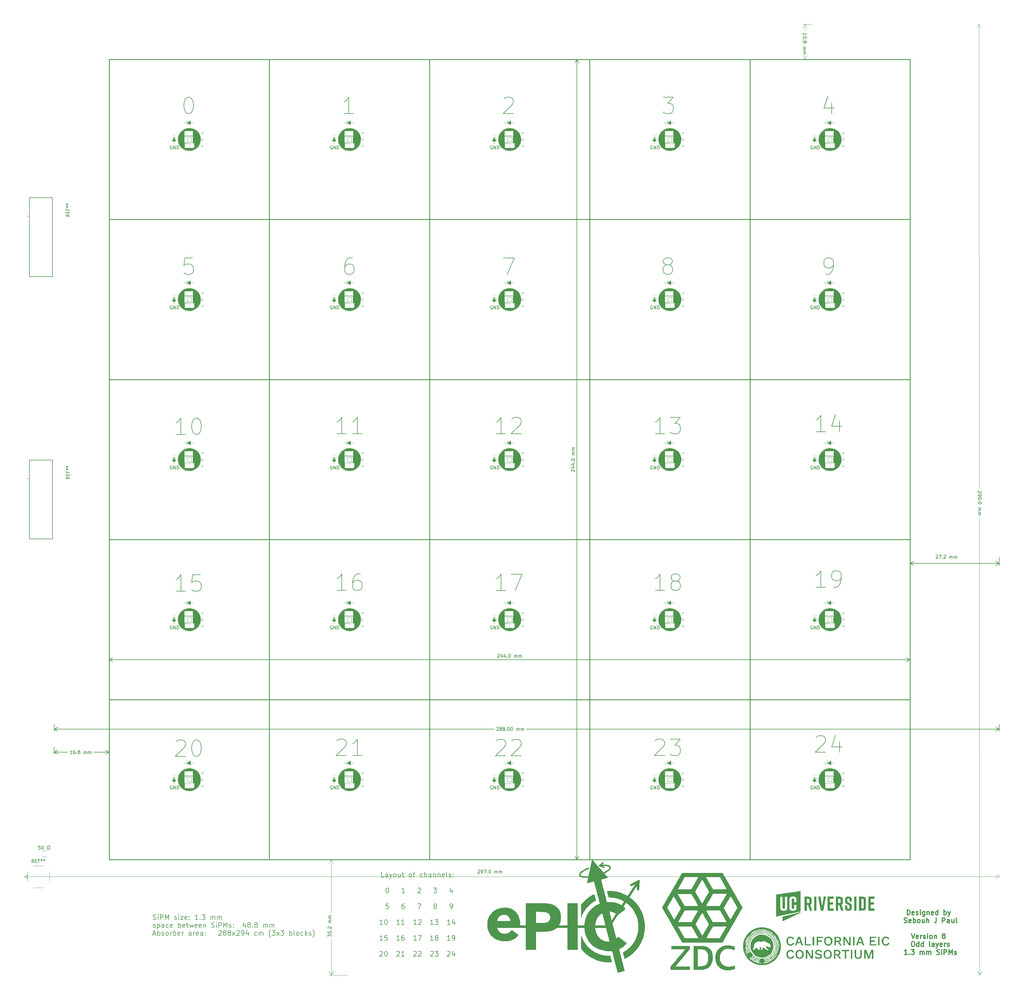
<source format=gbr>
%TF.GenerationSoftware,KiCad,Pcbnew,8.0.2-1*%
%TF.CreationDate,2025-02-26T17:13:37-05:00*%
%TF.ProjectId,OddLayers_1.3mm_SiPM,4f64644c-6179-4657-9273-5f312e336d6d,rev?*%
%TF.SameCoordinates,Original*%
%TF.FileFunction,Legend,Top*%
%TF.FilePolarity,Positive*%
%FSLAX46Y46*%
G04 Gerber Fmt 4.6, Leading zero omitted, Abs format (unit mm)*
G04 Created by KiCad (PCBNEW 8.0.2-1) date 2025-02-26 17:13:37*
%MOMM*%
%LPD*%
G01*
G04 APERTURE LIST*
%ADD10C,0.250000*%
%ADD11C,0.150000*%
%ADD12C,0.300000*%
%ADD13C,0.100000*%
%ADD14C,0.120000*%
%ADD15C,0.000000*%
%ADD16C,0.200000*%
G04 APERTURE END LIST*
D10*
X80800000Y-192200000D02*
X324800000Y-192200000D01*
X324800000Y-45800000D02*
X324800000Y-289800000D01*
X227200000Y-45800000D02*
X227200000Y-289800000D01*
X276000000Y-45800000D02*
X276000000Y-289800000D01*
X80800000Y-143400000D02*
X324800000Y-143400000D01*
X80800000Y-45800000D02*
X80800000Y-289800000D01*
X80800000Y-94600000D02*
X324800000Y-94600000D01*
X178400000Y-45800000D02*
X178400000Y-289800000D01*
X80800000Y-45800000D02*
X324800000Y-45800000D01*
X80800000Y-241000000D02*
X324800000Y-241000000D01*
X129600000Y-45800000D02*
X129600000Y-289800000D01*
X80800000Y-289800000D02*
X324800000Y-289800000D01*
D11*
X249583333Y-57305295D02*
X252678571Y-57305295D01*
X252678571Y-57305295D02*
X251011905Y-59210057D01*
X251011905Y-59210057D02*
X251726190Y-59210057D01*
X251726190Y-59210057D02*
X252202381Y-59448152D01*
X252202381Y-59448152D02*
X252440476Y-59686247D01*
X252440476Y-59686247D02*
X252678571Y-60162438D01*
X252678571Y-60162438D02*
X252678571Y-61352914D01*
X252678571Y-61352914D02*
X252440476Y-61829104D01*
X252440476Y-61829104D02*
X252202381Y-62067200D01*
X252202381Y-62067200D02*
X251726190Y-62305295D01*
X251726190Y-62305295D02*
X250297619Y-62305295D01*
X250297619Y-62305295D02*
X249821428Y-62067200D01*
X249821428Y-62067200D02*
X249583333Y-61829104D01*
X201597618Y-207755295D02*
X198740475Y-207755295D01*
X200169047Y-207755295D02*
X200169047Y-202755295D01*
X200169047Y-202755295D02*
X199692856Y-203469580D01*
X199692856Y-203469580D02*
X199216666Y-203945771D01*
X199216666Y-203945771D02*
X198740475Y-204183866D01*
X203264285Y-202755295D02*
X206597619Y-202755295D01*
X206597619Y-202755295D02*
X204454761Y-207755295D01*
X299047618Y-159305295D02*
X296190475Y-159305295D01*
X297619047Y-159305295D02*
X297619047Y-154305295D01*
X297619047Y-154305295D02*
X297142856Y-155019580D01*
X297142856Y-155019580D02*
X296666666Y-155495771D01*
X296666666Y-155495771D02*
X296190475Y-155733866D01*
X303333333Y-155971961D02*
X303333333Y-159305295D01*
X302142857Y-154067200D02*
X300952380Y-157638628D01*
X300952380Y-157638628D02*
X304047619Y-157638628D01*
X299047618Y-206705295D02*
X296190475Y-206705295D01*
X297619047Y-206705295D02*
X297619047Y-201705295D01*
X297619047Y-201705295D02*
X297142856Y-202419580D01*
X297142856Y-202419580D02*
X296666666Y-202895771D01*
X296666666Y-202895771D02*
X296190475Y-203133866D01*
X301428571Y-206705295D02*
X302380952Y-206705295D01*
X302380952Y-206705295D02*
X302857142Y-206467200D01*
X302857142Y-206467200D02*
X303095238Y-206229104D01*
X303095238Y-206229104D02*
X303571428Y-205514819D01*
X303571428Y-205514819D02*
X303809523Y-204562438D01*
X303809523Y-204562438D02*
X303809523Y-202657676D01*
X303809523Y-202657676D02*
X303571428Y-202181485D01*
X303571428Y-202181485D02*
X303333333Y-201943390D01*
X303333333Y-201943390D02*
X302857142Y-201705295D01*
X302857142Y-201705295D02*
X301904761Y-201705295D01*
X301904761Y-201705295D02*
X301428571Y-201943390D01*
X301428571Y-201943390D02*
X301190476Y-202181485D01*
X301190476Y-202181485D02*
X300952380Y-202657676D01*
X300952380Y-202657676D02*
X300952380Y-203848152D01*
X300952380Y-203848152D02*
X301190476Y-204324342D01*
X301190476Y-204324342D02*
X301428571Y-204562438D01*
X301428571Y-204562438D02*
X301904761Y-204800533D01*
X301904761Y-204800533D02*
X302857142Y-204800533D01*
X302857142Y-204800533D02*
X303333333Y-204562438D01*
X303333333Y-204562438D02*
X303571428Y-204324342D01*
X303571428Y-204324342D02*
X303809523Y-203848152D01*
X300952381Y-58971961D02*
X300952381Y-62305295D01*
X299761905Y-57067200D02*
X298571428Y-60638628D01*
X298571428Y-60638628D02*
X301666667Y-60638628D01*
X104047618Y-160155295D02*
X101190475Y-160155295D01*
X102619047Y-160155295D02*
X102619047Y-155155295D01*
X102619047Y-155155295D02*
X102142856Y-155869580D01*
X102142856Y-155869580D02*
X101666666Y-156345771D01*
X101666666Y-156345771D02*
X101190475Y-156583866D01*
X107142857Y-155155295D02*
X107619047Y-155155295D01*
X107619047Y-155155295D02*
X108095238Y-155393390D01*
X108095238Y-155393390D02*
X108333333Y-155631485D01*
X108333333Y-155631485D02*
X108571428Y-156107676D01*
X108571428Y-156107676D02*
X108809523Y-157060057D01*
X108809523Y-157060057D02*
X108809523Y-158250533D01*
X108809523Y-158250533D02*
X108571428Y-159202914D01*
X108571428Y-159202914D02*
X108333333Y-159679104D01*
X108333333Y-159679104D02*
X108095238Y-159917200D01*
X108095238Y-159917200D02*
X107619047Y-160155295D01*
X107619047Y-160155295D02*
X107142857Y-160155295D01*
X107142857Y-160155295D02*
X106666666Y-159917200D01*
X106666666Y-159917200D02*
X106428571Y-159679104D01*
X106428571Y-159679104D02*
X106190476Y-159202914D01*
X106190476Y-159202914D02*
X105952380Y-158250533D01*
X105952380Y-158250533D02*
X105952380Y-157060057D01*
X105952380Y-157060057D02*
X106190476Y-156107676D01*
X106190476Y-156107676D02*
X106428571Y-155631485D01*
X106428571Y-155631485D02*
X106666666Y-155393390D01*
X106666666Y-155393390D02*
X107142857Y-155155295D01*
X296190475Y-252531485D02*
X296428571Y-252293390D01*
X296428571Y-252293390D02*
X296904761Y-252055295D01*
X296904761Y-252055295D02*
X298095237Y-252055295D01*
X298095237Y-252055295D02*
X298571428Y-252293390D01*
X298571428Y-252293390D02*
X298809523Y-252531485D01*
X298809523Y-252531485D02*
X299047618Y-253007676D01*
X299047618Y-253007676D02*
X299047618Y-253483866D01*
X299047618Y-253483866D02*
X298809523Y-254198152D01*
X298809523Y-254198152D02*
X295952380Y-257055295D01*
X295952380Y-257055295D02*
X299047618Y-257055295D01*
X303333333Y-253721961D02*
X303333333Y-257055295D01*
X302142857Y-251817200D02*
X300952380Y-255388628D01*
X300952380Y-255388628D02*
X304047619Y-255388628D01*
X164521428Y-295111548D02*
X163807142Y-295111548D01*
X163807142Y-295111548D02*
X163807142Y-293611548D01*
X165664286Y-295111548D02*
X165664286Y-294325834D01*
X165664286Y-294325834D02*
X165592857Y-294182977D01*
X165592857Y-294182977D02*
X165450000Y-294111548D01*
X165450000Y-294111548D02*
X165164286Y-294111548D01*
X165164286Y-294111548D02*
X165021428Y-294182977D01*
X165664286Y-295040120D02*
X165521428Y-295111548D01*
X165521428Y-295111548D02*
X165164286Y-295111548D01*
X165164286Y-295111548D02*
X165021428Y-295040120D01*
X165021428Y-295040120D02*
X164950000Y-294897262D01*
X164950000Y-294897262D02*
X164950000Y-294754405D01*
X164950000Y-294754405D02*
X165021428Y-294611548D01*
X165021428Y-294611548D02*
X165164286Y-294540120D01*
X165164286Y-294540120D02*
X165521428Y-294540120D01*
X165521428Y-294540120D02*
X165664286Y-294468691D01*
X166235714Y-294111548D02*
X166592857Y-295111548D01*
X166950000Y-294111548D02*
X166592857Y-295111548D01*
X166592857Y-295111548D02*
X166450000Y-295468691D01*
X166450000Y-295468691D02*
X166378571Y-295540120D01*
X166378571Y-295540120D02*
X166235714Y-295611548D01*
X167735714Y-295111548D02*
X167592857Y-295040120D01*
X167592857Y-295040120D02*
X167521428Y-294968691D01*
X167521428Y-294968691D02*
X167450000Y-294825834D01*
X167450000Y-294825834D02*
X167450000Y-294397262D01*
X167450000Y-294397262D02*
X167521428Y-294254405D01*
X167521428Y-294254405D02*
X167592857Y-294182977D01*
X167592857Y-294182977D02*
X167735714Y-294111548D01*
X167735714Y-294111548D02*
X167950000Y-294111548D01*
X167950000Y-294111548D02*
X168092857Y-294182977D01*
X168092857Y-294182977D02*
X168164286Y-294254405D01*
X168164286Y-294254405D02*
X168235714Y-294397262D01*
X168235714Y-294397262D02*
X168235714Y-294825834D01*
X168235714Y-294825834D02*
X168164286Y-294968691D01*
X168164286Y-294968691D02*
X168092857Y-295040120D01*
X168092857Y-295040120D02*
X167950000Y-295111548D01*
X167950000Y-295111548D02*
X167735714Y-295111548D01*
X169521429Y-294111548D02*
X169521429Y-295111548D01*
X168878571Y-294111548D02*
X168878571Y-294897262D01*
X168878571Y-294897262D02*
X168950000Y-295040120D01*
X168950000Y-295040120D02*
X169092857Y-295111548D01*
X169092857Y-295111548D02*
X169307143Y-295111548D01*
X169307143Y-295111548D02*
X169450000Y-295040120D01*
X169450000Y-295040120D02*
X169521429Y-294968691D01*
X170021429Y-294111548D02*
X170592857Y-294111548D01*
X170235714Y-293611548D02*
X170235714Y-294897262D01*
X170235714Y-294897262D02*
X170307143Y-295040120D01*
X170307143Y-295040120D02*
X170450000Y-295111548D01*
X170450000Y-295111548D02*
X170592857Y-295111548D01*
X172450000Y-295111548D02*
X172307143Y-295040120D01*
X172307143Y-295040120D02*
X172235714Y-294968691D01*
X172235714Y-294968691D02*
X172164286Y-294825834D01*
X172164286Y-294825834D02*
X172164286Y-294397262D01*
X172164286Y-294397262D02*
X172235714Y-294254405D01*
X172235714Y-294254405D02*
X172307143Y-294182977D01*
X172307143Y-294182977D02*
X172450000Y-294111548D01*
X172450000Y-294111548D02*
X172664286Y-294111548D01*
X172664286Y-294111548D02*
X172807143Y-294182977D01*
X172807143Y-294182977D02*
X172878572Y-294254405D01*
X172878572Y-294254405D02*
X172950000Y-294397262D01*
X172950000Y-294397262D02*
X172950000Y-294825834D01*
X172950000Y-294825834D02*
X172878572Y-294968691D01*
X172878572Y-294968691D02*
X172807143Y-295040120D01*
X172807143Y-295040120D02*
X172664286Y-295111548D01*
X172664286Y-295111548D02*
X172450000Y-295111548D01*
X173378572Y-294111548D02*
X173950000Y-294111548D01*
X173592857Y-295111548D02*
X173592857Y-293825834D01*
X173592857Y-293825834D02*
X173664286Y-293682977D01*
X173664286Y-293682977D02*
X173807143Y-293611548D01*
X173807143Y-293611548D02*
X173950000Y-293611548D01*
X176235715Y-295040120D02*
X176092857Y-295111548D01*
X176092857Y-295111548D02*
X175807143Y-295111548D01*
X175807143Y-295111548D02*
X175664286Y-295040120D01*
X175664286Y-295040120D02*
X175592857Y-294968691D01*
X175592857Y-294968691D02*
X175521429Y-294825834D01*
X175521429Y-294825834D02*
X175521429Y-294397262D01*
X175521429Y-294397262D02*
X175592857Y-294254405D01*
X175592857Y-294254405D02*
X175664286Y-294182977D01*
X175664286Y-294182977D02*
X175807143Y-294111548D01*
X175807143Y-294111548D02*
X176092857Y-294111548D01*
X176092857Y-294111548D02*
X176235715Y-294182977D01*
X176878571Y-295111548D02*
X176878571Y-293611548D01*
X177521429Y-295111548D02*
X177521429Y-294325834D01*
X177521429Y-294325834D02*
X177450000Y-294182977D01*
X177450000Y-294182977D02*
X177307143Y-294111548D01*
X177307143Y-294111548D02*
X177092857Y-294111548D01*
X177092857Y-294111548D02*
X176950000Y-294182977D01*
X176950000Y-294182977D02*
X176878571Y-294254405D01*
X178878572Y-295111548D02*
X178878572Y-294325834D01*
X178878572Y-294325834D02*
X178807143Y-294182977D01*
X178807143Y-294182977D02*
X178664286Y-294111548D01*
X178664286Y-294111548D02*
X178378572Y-294111548D01*
X178378572Y-294111548D02*
X178235714Y-294182977D01*
X178878572Y-295040120D02*
X178735714Y-295111548D01*
X178735714Y-295111548D02*
X178378572Y-295111548D01*
X178378572Y-295111548D02*
X178235714Y-295040120D01*
X178235714Y-295040120D02*
X178164286Y-294897262D01*
X178164286Y-294897262D02*
X178164286Y-294754405D01*
X178164286Y-294754405D02*
X178235714Y-294611548D01*
X178235714Y-294611548D02*
X178378572Y-294540120D01*
X178378572Y-294540120D02*
X178735714Y-294540120D01*
X178735714Y-294540120D02*
X178878572Y-294468691D01*
X179592857Y-294111548D02*
X179592857Y-295111548D01*
X179592857Y-294254405D02*
X179664286Y-294182977D01*
X179664286Y-294182977D02*
X179807143Y-294111548D01*
X179807143Y-294111548D02*
X180021429Y-294111548D01*
X180021429Y-294111548D02*
X180164286Y-294182977D01*
X180164286Y-294182977D02*
X180235715Y-294325834D01*
X180235715Y-294325834D02*
X180235715Y-295111548D01*
X180950000Y-294111548D02*
X180950000Y-295111548D01*
X180950000Y-294254405D02*
X181021429Y-294182977D01*
X181021429Y-294182977D02*
X181164286Y-294111548D01*
X181164286Y-294111548D02*
X181378572Y-294111548D01*
X181378572Y-294111548D02*
X181521429Y-294182977D01*
X181521429Y-294182977D02*
X181592858Y-294325834D01*
X181592858Y-294325834D02*
X181592858Y-295111548D01*
X182878572Y-295040120D02*
X182735715Y-295111548D01*
X182735715Y-295111548D02*
X182450001Y-295111548D01*
X182450001Y-295111548D02*
X182307143Y-295040120D01*
X182307143Y-295040120D02*
X182235715Y-294897262D01*
X182235715Y-294897262D02*
X182235715Y-294325834D01*
X182235715Y-294325834D02*
X182307143Y-294182977D01*
X182307143Y-294182977D02*
X182450001Y-294111548D01*
X182450001Y-294111548D02*
X182735715Y-294111548D01*
X182735715Y-294111548D02*
X182878572Y-294182977D01*
X182878572Y-294182977D02*
X182950001Y-294325834D01*
X182950001Y-294325834D02*
X182950001Y-294468691D01*
X182950001Y-294468691D02*
X182235715Y-294611548D01*
X183807143Y-295111548D02*
X183664286Y-295040120D01*
X183664286Y-295040120D02*
X183592857Y-294897262D01*
X183592857Y-294897262D02*
X183592857Y-293611548D01*
X184307143Y-295040120D02*
X184450000Y-295111548D01*
X184450000Y-295111548D02*
X184735714Y-295111548D01*
X184735714Y-295111548D02*
X184878571Y-295040120D01*
X184878571Y-295040120D02*
X184950000Y-294897262D01*
X184950000Y-294897262D02*
X184950000Y-294825834D01*
X184950000Y-294825834D02*
X184878571Y-294682977D01*
X184878571Y-294682977D02*
X184735714Y-294611548D01*
X184735714Y-294611548D02*
X184521429Y-294611548D01*
X184521429Y-294611548D02*
X184378571Y-294540120D01*
X184378571Y-294540120D02*
X184307143Y-294397262D01*
X184307143Y-294397262D02*
X184307143Y-294325834D01*
X184307143Y-294325834D02*
X184378571Y-294182977D01*
X184378571Y-294182977D02*
X184521429Y-294111548D01*
X184521429Y-294111548D02*
X184735714Y-294111548D01*
X184735714Y-294111548D02*
X184878571Y-294182977D01*
X185592857Y-294968691D02*
X185664286Y-295040120D01*
X185664286Y-295040120D02*
X185592857Y-295111548D01*
X185592857Y-295111548D02*
X185521429Y-295040120D01*
X185521429Y-295040120D02*
X185592857Y-294968691D01*
X185592857Y-294968691D02*
X185592857Y-295111548D01*
X185592857Y-294182977D02*
X185664286Y-294254405D01*
X185664286Y-294254405D02*
X185592857Y-294325834D01*
X185592857Y-294325834D02*
X185521429Y-294254405D01*
X185521429Y-294254405D02*
X185592857Y-294182977D01*
X185592857Y-294182977D02*
X185592857Y-294325834D01*
X165485716Y-298441380D02*
X165628573Y-298441380D01*
X165628573Y-298441380D02*
X165771430Y-298512809D01*
X165771430Y-298512809D02*
X165842859Y-298584237D01*
X165842859Y-298584237D02*
X165914287Y-298727094D01*
X165914287Y-298727094D02*
X165985716Y-299012809D01*
X165985716Y-299012809D02*
X165985716Y-299369952D01*
X165985716Y-299369952D02*
X165914287Y-299655666D01*
X165914287Y-299655666D02*
X165842859Y-299798523D01*
X165842859Y-299798523D02*
X165771430Y-299869952D01*
X165771430Y-299869952D02*
X165628573Y-299941380D01*
X165628573Y-299941380D02*
X165485716Y-299941380D01*
X165485716Y-299941380D02*
X165342859Y-299869952D01*
X165342859Y-299869952D02*
X165271430Y-299798523D01*
X165271430Y-299798523D02*
X165200001Y-299655666D01*
X165200001Y-299655666D02*
X165128573Y-299369952D01*
X165128573Y-299369952D02*
X165128573Y-299012809D01*
X165128573Y-299012809D02*
X165200001Y-298727094D01*
X165200001Y-298727094D02*
X165271430Y-298584237D01*
X165271430Y-298584237D02*
X165342859Y-298512809D01*
X165342859Y-298512809D02*
X165485716Y-298441380D01*
X170842858Y-299941380D02*
X169985715Y-299941380D01*
X170414286Y-299941380D02*
X170414286Y-298441380D01*
X170414286Y-298441380D02*
X170271429Y-298655666D01*
X170271429Y-298655666D02*
X170128572Y-298798523D01*
X170128572Y-298798523D02*
X169985715Y-298869952D01*
X174842857Y-298584237D02*
X174914285Y-298512809D01*
X174914285Y-298512809D02*
X175057143Y-298441380D01*
X175057143Y-298441380D02*
X175414285Y-298441380D01*
X175414285Y-298441380D02*
X175557143Y-298512809D01*
X175557143Y-298512809D02*
X175628571Y-298584237D01*
X175628571Y-298584237D02*
X175700000Y-298727094D01*
X175700000Y-298727094D02*
X175700000Y-298869952D01*
X175700000Y-298869952D02*
X175628571Y-299084237D01*
X175628571Y-299084237D02*
X174771428Y-299941380D01*
X174771428Y-299941380D02*
X175700000Y-299941380D01*
X179628570Y-298441380D02*
X180557142Y-298441380D01*
X180557142Y-298441380D02*
X180057142Y-299012809D01*
X180057142Y-299012809D02*
X180271427Y-299012809D01*
X180271427Y-299012809D02*
X180414285Y-299084237D01*
X180414285Y-299084237D02*
X180485713Y-299155666D01*
X180485713Y-299155666D02*
X180557142Y-299298523D01*
X180557142Y-299298523D02*
X180557142Y-299655666D01*
X180557142Y-299655666D02*
X180485713Y-299798523D01*
X180485713Y-299798523D02*
X180414285Y-299869952D01*
X180414285Y-299869952D02*
X180271427Y-299941380D01*
X180271427Y-299941380D02*
X179842856Y-299941380D01*
X179842856Y-299941380D02*
X179699999Y-299869952D01*
X179699999Y-299869952D02*
X179628570Y-299798523D01*
X185271427Y-298941380D02*
X185271427Y-299941380D01*
X184914284Y-298369952D02*
X184557141Y-299441380D01*
X184557141Y-299441380D02*
X185485712Y-299441380D01*
X165914287Y-303271212D02*
X165200001Y-303271212D01*
X165200001Y-303271212D02*
X165128573Y-303985498D01*
X165128573Y-303985498D02*
X165200001Y-303914069D01*
X165200001Y-303914069D02*
X165342859Y-303842641D01*
X165342859Y-303842641D02*
X165700001Y-303842641D01*
X165700001Y-303842641D02*
X165842859Y-303914069D01*
X165842859Y-303914069D02*
X165914287Y-303985498D01*
X165914287Y-303985498D02*
X165985716Y-304128355D01*
X165985716Y-304128355D02*
X165985716Y-304485498D01*
X165985716Y-304485498D02*
X165914287Y-304628355D01*
X165914287Y-304628355D02*
X165842859Y-304699784D01*
X165842859Y-304699784D02*
X165700001Y-304771212D01*
X165700001Y-304771212D02*
X165342859Y-304771212D01*
X165342859Y-304771212D02*
X165200001Y-304699784D01*
X165200001Y-304699784D02*
X165128573Y-304628355D01*
X170700001Y-303271212D02*
X170414286Y-303271212D01*
X170414286Y-303271212D02*
X170271429Y-303342641D01*
X170271429Y-303342641D02*
X170200001Y-303414069D01*
X170200001Y-303414069D02*
X170057143Y-303628355D01*
X170057143Y-303628355D02*
X169985715Y-303914069D01*
X169985715Y-303914069D02*
X169985715Y-304485498D01*
X169985715Y-304485498D02*
X170057143Y-304628355D01*
X170057143Y-304628355D02*
X170128572Y-304699784D01*
X170128572Y-304699784D02*
X170271429Y-304771212D01*
X170271429Y-304771212D02*
X170557143Y-304771212D01*
X170557143Y-304771212D02*
X170700001Y-304699784D01*
X170700001Y-304699784D02*
X170771429Y-304628355D01*
X170771429Y-304628355D02*
X170842858Y-304485498D01*
X170842858Y-304485498D02*
X170842858Y-304128355D01*
X170842858Y-304128355D02*
X170771429Y-303985498D01*
X170771429Y-303985498D02*
X170700001Y-303914069D01*
X170700001Y-303914069D02*
X170557143Y-303842641D01*
X170557143Y-303842641D02*
X170271429Y-303842641D01*
X170271429Y-303842641D02*
X170128572Y-303914069D01*
X170128572Y-303914069D02*
X170057143Y-303985498D01*
X170057143Y-303985498D02*
X169985715Y-304128355D01*
X174771428Y-303271212D02*
X175771428Y-303271212D01*
X175771428Y-303271212D02*
X175128571Y-304771212D01*
X179985713Y-303914069D02*
X179842856Y-303842641D01*
X179842856Y-303842641D02*
X179771427Y-303771212D01*
X179771427Y-303771212D02*
X179699999Y-303628355D01*
X179699999Y-303628355D02*
X179699999Y-303556926D01*
X179699999Y-303556926D02*
X179771427Y-303414069D01*
X179771427Y-303414069D02*
X179842856Y-303342641D01*
X179842856Y-303342641D02*
X179985713Y-303271212D01*
X179985713Y-303271212D02*
X180271427Y-303271212D01*
X180271427Y-303271212D02*
X180414285Y-303342641D01*
X180414285Y-303342641D02*
X180485713Y-303414069D01*
X180485713Y-303414069D02*
X180557142Y-303556926D01*
X180557142Y-303556926D02*
X180557142Y-303628355D01*
X180557142Y-303628355D02*
X180485713Y-303771212D01*
X180485713Y-303771212D02*
X180414285Y-303842641D01*
X180414285Y-303842641D02*
X180271427Y-303914069D01*
X180271427Y-303914069D02*
X179985713Y-303914069D01*
X179985713Y-303914069D02*
X179842856Y-303985498D01*
X179842856Y-303985498D02*
X179771427Y-304056926D01*
X179771427Y-304056926D02*
X179699999Y-304199784D01*
X179699999Y-304199784D02*
X179699999Y-304485498D01*
X179699999Y-304485498D02*
X179771427Y-304628355D01*
X179771427Y-304628355D02*
X179842856Y-304699784D01*
X179842856Y-304699784D02*
X179985713Y-304771212D01*
X179985713Y-304771212D02*
X180271427Y-304771212D01*
X180271427Y-304771212D02*
X180414285Y-304699784D01*
X180414285Y-304699784D02*
X180485713Y-304628355D01*
X180485713Y-304628355D02*
X180557142Y-304485498D01*
X180557142Y-304485498D02*
X180557142Y-304199784D01*
X180557142Y-304199784D02*
X180485713Y-304056926D01*
X180485713Y-304056926D02*
X180414285Y-303985498D01*
X180414285Y-303985498D02*
X180271427Y-303914069D01*
X184699998Y-304771212D02*
X184985712Y-304771212D01*
X184985712Y-304771212D02*
X185128569Y-304699784D01*
X185128569Y-304699784D02*
X185199998Y-304628355D01*
X185199998Y-304628355D02*
X185342855Y-304414069D01*
X185342855Y-304414069D02*
X185414284Y-304128355D01*
X185414284Y-304128355D02*
X185414284Y-303556926D01*
X185414284Y-303556926D02*
X185342855Y-303414069D01*
X185342855Y-303414069D02*
X185271427Y-303342641D01*
X185271427Y-303342641D02*
X185128569Y-303271212D01*
X185128569Y-303271212D02*
X184842855Y-303271212D01*
X184842855Y-303271212D02*
X184699998Y-303342641D01*
X184699998Y-303342641D02*
X184628569Y-303414069D01*
X184628569Y-303414069D02*
X184557141Y-303556926D01*
X184557141Y-303556926D02*
X184557141Y-303914069D01*
X184557141Y-303914069D02*
X184628569Y-304056926D01*
X184628569Y-304056926D02*
X184699998Y-304128355D01*
X184699998Y-304128355D02*
X184842855Y-304199784D01*
X184842855Y-304199784D02*
X185128569Y-304199784D01*
X185128569Y-304199784D02*
X185271427Y-304128355D01*
X185271427Y-304128355D02*
X185342855Y-304056926D01*
X185342855Y-304056926D02*
X185414284Y-303914069D01*
X164128574Y-309601044D02*
X163271431Y-309601044D01*
X163700002Y-309601044D02*
X163700002Y-308101044D01*
X163700002Y-308101044D02*
X163557145Y-308315330D01*
X163557145Y-308315330D02*
X163414288Y-308458187D01*
X163414288Y-308458187D02*
X163271431Y-308529616D01*
X165057145Y-308101044D02*
X165200002Y-308101044D01*
X165200002Y-308101044D02*
X165342859Y-308172473D01*
X165342859Y-308172473D02*
X165414288Y-308243901D01*
X165414288Y-308243901D02*
X165485716Y-308386758D01*
X165485716Y-308386758D02*
X165557145Y-308672473D01*
X165557145Y-308672473D02*
X165557145Y-309029616D01*
X165557145Y-309029616D02*
X165485716Y-309315330D01*
X165485716Y-309315330D02*
X165414288Y-309458187D01*
X165414288Y-309458187D02*
X165342859Y-309529616D01*
X165342859Y-309529616D02*
X165200002Y-309601044D01*
X165200002Y-309601044D02*
X165057145Y-309601044D01*
X165057145Y-309601044D02*
X164914288Y-309529616D01*
X164914288Y-309529616D02*
X164842859Y-309458187D01*
X164842859Y-309458187D02*
X164771430Y-309315330D01*
X164771430Y-309315330D02*
X164700002Y-309029616D01*
X164700002Y-309029616D02*
X164700002Y-308672473D01*
X164700002Y-308672473D02*
X164771430Y-308386758D01*
X164771430Y-308386758D02*
X164842859Y-308243901D01*
X164842859Y-308243901D02*
X164914288Y-308172473D01*
X164914288Y-308172473D02*
X165057145Y-308101044D01*
X169271430Y-309601044D02*
X168414287Y-309601044D01*
X168842858Y-309601044D02*
X168842858Y-308101044D01*
X168842858Y-308101044D02*
X168700001Y-308315330D01*
X168700001Y-308315330D02*
X168557144Y-308458187D01*
X168557144Y-308458187D02*
X168414287Y-308529616D01*
X170700001Y-309601044D02*
X169842858Y-309601044D01*
X170271429Y-309601044D02*
X170271429Y-308101044D01*
X170271429Y-308101044D02*
X170128572Y-308315330D01*
X170128572Y-308315330D02*
X169985715Y-308458187D01*
X169985715Y-308458187D02*
X169842858Y-308529616D01*
X174414286Y-309601044D02*
X173557143Y-309601044D01*
X173985714Y-309601044D02*
X173985714Y-308101044D01*
X173985714Y-308101044D02*
X173842857Y-308315330D01*
X173842857Y-308315330D02*
X173700000Y-308458187D01*
X173700000Y-308458187D02*
X173557143Y-308529616D01*
X174985714Y-308243901D02*
X175057142Y-308172473D01*
X175057142Y-308172473D02*
X175200000Y-308101044D01*
X175200000Y-308101044D02*
X175557142Y-308101044D01*
X175557142Y-308101044D02*
X175700000Y-308172473D01*
X175700000Y-308172473D02*
X175771428Y-308243901D01*
X175771428Y-308243901D02*
X175842857Y-308386758D01*
X175842857Y-308386758D02*
X175842857Y-308529616D01*
X175842857Y-308529616D02*
X175771428Y-308743901D01*
X175771428Y-308743901D02*
X174914285Y-309601044D01*
X174914285Y-309601044D02*
X175842857Y-309601044D01*
X179557142Y-309601044D02*
X178699999Y-309601044D01*
X179128570Y-309601044D02*
X179128570Y-308101044D01*
X179128570Y-308101044D02*
X178985713Y-308315330D01*
X178985713Y-308315330D02*
X178842856Y-308458187D01*
X178842856Y-308458187D02*
X178699999Y-308529616D01*
X180057141Y-308101044D02*
X180985713Y-308101044D01*
X180985713Y-308101044D02*
X180485713Y-308672473D01*
X180485713Y-308672473D02*
X180699998Y-308672473D01*
X180699998Y-308672473D02*
X180842856Y-308743901D01*
X180842856Y-308743901D02*
X180914284Y-308815330D01*
X180914284Y-308815330D02*
X180985713Y-308958187D01*
X180985713Y-308958187D02*
X180985713Y-309315330D01*
X180985713Y-309315330D02*
X180914284Y-309458187D01*
X180914284Y-309458187D02*
X180842856Y-309529616D01*
X180842856Y-309529616D02*
X180699998Y-309601044D01*
X180699998Y-309601044D02*
X180271427Y-309601044D01*
X180271427Y-309601044D02*
X180128570Y-309529616D01*
X180128570Y-309529616D02*
X180057141Y-309458187D01*
X184699998Y-309601044D02*
X183842855Y-309601044D01*
X184271426Y-309601044D02*
X184271426Y-308101044D01*
X184271426Y-308101044D02*
X184128569Y-308315330D01*
X184128569Y-308315330D02*
X183985712Y-308458187D01*
X183985712Y-308458187D02*
X183842855Y-308529616D01*
X185985712Y-308601044D02*
X185985712Y-309601044D01*
X185628569Y-308029616D02*
X185271426Y-309101044D01*
X185271426Y-309101044D02*
X186199997Y-309101044D01*
X164128574Y-314430876D02*
X163271431Y-314430876D01*
X163700002Y-314430876D02*
X163700002Y-312930876D01*
X163700002Y-312930876D02*
X163557145Y-313145162D01*
X163557145Y-313145162D02*
X163414288Y-313288019D01*
X163414288Y-313288019D02*
X163271431Y-313359448D01*
X165485716Y-312930876D02*
X164771430Y-312930876D01*
X164771430Y-312930876D02*
X164700002Y-313645162D01*
X164700002Y-313645162D02*
X164771430Y-313573733D01*
X164771430Y-313573733D02*
X164914288Y-313502305D01*
X164914288Y-313502305D02*
X165271430Y-313502305D01*
X165271430Y-313502305D02*
X165414288Y-313573733D01*
X165414288Y-313573733D02*
X165485716Y-313645162D01*
X165485716Y-313645162D02*
X165557145Y-313788019D01*
X165557145Y-313788019D02*
X165557145Y-314145162D01*
X165557145Y-314145162D02*
X165485716Y-314288019D01*
X165485716Y-314288019D02*
X165414288Y-314359448D01*
X165414288Y-314359448D02*
X165271430Y-314430876D01*
X165271430Y-314430876D02*
X164914288Y-314430876D01*
X164914288Y-314430876D02*
X164771430Y-314359448D01*
X164771430Y-314359448D02*
X164700002Y-314288019D01*
X169271430Y-314430876D02*
X168414287Y-314430876D01*
X168842858Y-314430876D02*
X168842858Y-312930876D01*
X168842858Y-312930876D02*
X168700001Y-313145162D01*
X168700001Y-313145162D02*
X168557144Y-313288019D01*
X168557144Y-313288019D02*
X168414287Y-313359448D01*
X170557144Y-312930876D02*
X170271429Y-312930876D01*
X170271429Y-312930876D02*
X170128572Y-313002305D01*
X170128572Y-313002305D02*
X170057144Y-313073733D01*
X170057144Y-313073733D02*
X169914286Y-313288019D01*
X169914286Y-313288019D02*
X169842858Y-313573733D01*
X169842858Y-313573733D02*
X169842858Y-314145162D01*
X169842858Y-314145162D02*
X169914286Y-314288019D01*
X169914286Y-314288019D02*
X169985715Y-314359448D01*
X169985715Y-314359448D02*
X170128572Y-314430876D01*
X170128572Y-314430876D02*
X170414286Y-314430876D01*
X170414286Y-314430876D02*
X170557144Y-314359448D01*
X170557144Y-314359448D02*
X170628572Y-314288019D01*
X170628572Y-314288019D02*
X170700001Y-314145162D01*
X170700001Y-314145162D02*
X170700001Y-313788019D01*
X170700001Y-313788019D02*
X170628572Y-313645162D01*
X170628572Y-313645162D02*
X170557144Y-313573733D01*
X170557144Y-313573733D02*
X170414286Y-313502305D01*
X170414286Y-313502305D02*
X170128572Y-313502305D01*
X170128572Y-313502305D02*
X169985715Y-313573733D01*
X169985715Y-313573733D02*
X169914286Y-313645162D01*
X169914286Y-313645162D02*
X169842858Y-313788019D01*
X174414286Y-314430876D02*
X173557143Y-314430876D01*
X173985714Y-314430876D02*
X173985714Y-312930876D01*
X173985714Y-312930876D02*
X173842857Y-313145162D01*
X173842857Y-313145162D02*
X173700000Y-313288019D01*
X173700000Y-313288019D02*
X173557143Y-313359448D01*
X174914285Y-312930876D02*
X175914285Y-312930876D01*
X175914285Y-312930876D02*
X175271428Y-314430876D01*
X179557142Y-314430876D02*
X178699999Y-314430876D01*
X179128570Y-314430876D02*
X179128570Y-312930876D01*
X179128570Y-312930876D02*
X178985713Y-313145162D01*
X178985713Y-313145162D02*
X178842856Y-313288019D01*
X178842856Y-313288019D02*
X178699999Y-313359448D01*
X180414284Y-313573733D02*
X180271427Y-313502305D01*
X180271427Y-313502305D02*
X180199998Y-313430876D01*
X180199998Y-313430876D02*
X180128570Y-313288019D01*
X180128570Y-313288019D02*
X180128570Y-313216590D01*
X180128570Y-313216590D02*
X180199998Y-313073733D01*
X180199998Y-313073733D02*
X180271427Y-313002305D01*
X180271427Y-313002305D02*
X180414284Y-312930876D01*
X180414284Y-312930876D02*
X180699998Y-312930876D01*
X180699998Y-312930876D02*
X180842856Y-313002305D01*
X180842856Y-313002305D02*
X180914284Y-313073733D01*
X180914284Y-313073733D02*
X180985713Y-313216590D01*
X180985713Y-313216590D02*
X180985713Y-313288019D01*
X180985713Y-313288019D02*
X180914284Y-313430876D01*
X180914284Y-313430876D02*
X180842856Y-313502305D01*
X180842856Y-313502305D02*
X180699998Y-313573733D01*
X180699998Y-313573733D02*
X180414284Y-313573733D01*
X180414284Y-313573733D02*
X180271427Y-313645162D01*
X180271427Y-313645162D02*
X180199998Y-313716590D01*
X180199998Y-313716590D02*
X180128570Y-313859448D01*
X180128570Y-313859448D02*
X180128570Y-314145162D01*
X180128570Y-314145162D02*
X180199998Y-314288019D01*
X180199998Y-314288019D02*
X180271427Y-314359448D01*
X180271427Y-314359448D02*
X180414284Y-314430876D01*
X180414284Y-314430876D02*
X180699998Y-314430876D01*
X180699998Y-314430876D02*
X180842856Y-314359448D01*
X180842856Y-314359448D02*
X180914284Y-314288019D01*
X180914284Y-314288019D02*
X180985713Y-314145162D01*
X180985713Y-314145162D02*
X180985713Y-313859448D01*
X180985713Y-313859448D02*
X180914284Y-313716590D01*
X180914284Y-313716590D02*
X180842856Y-313645162D01*
X180842856Y-313645162D02*
X180699998Y-313573733D01*
X184699998Y-314430876D02*
X183842855Y-314430876D01*
X184271426Y-314430876D02*
X184271426Y-312930876D01*
X184271426Y-312930876D02*
X184128569Y-313145162D01*
X184128569Y-313145162D02*
X183985712Y-313288019D01*
X183985712Y-313288019D02*
X183842855Y-313359448D01*
X185414283Y-314430876D02*
X185699997Y-314430876D01*
X185699997Y-314430876D02*
X185842854Y-314359448D01*
X185842854Y-314359448D02*
X185914283Y-314288019D01*
X185914283Y-314288019D02*
X186057140Y-314073733D01*
X186057140Y-314073733D02*
X186128569Y-313788019D01*
X186128569Y-313788019D02*
X186128569Y-313216590D01*
X186128569Y-313216590D02*
X186057140Y-313073733D01*
X186057140Y-313073733D02*
X185985712Y-313002305D01*
X185985712Y-313002305D02*
X185842854Y-312930876D01*
X185842854Y-312930876D02*
X185557140Y-312930876D01*
X185557140Y-312930876D02*
X185414283Y-313002305D01*
X185414283Y-313002305D02*
X185342854Y-313073733D01*
X185342854Y-313073733D02*
X185271426Y-313216590D01*
X185271426Y-313216590D02*
X185271426Y-313573733D01*
X185271426Y-313573733D02*
X185342854Y-313716590D01*
X185342854Y-313716590D02*
X185414283Y-313788019D01*
X185414283Y-313788019D02*
X185557140Y-313859448D01*
X185557140Y-313859448D02*
X185842854Y-313859448D01*
X185842854Y-313859448D02*
X185985712Y-313788019D01*
X185985712Y-313788019D02*
X186057140Y-313716590D01*
X186057140Y-313716590D02*
X186128569Y-313573733D01*
X163271431Y-317903565D02*
X163342859Y-317832137D01*
X163342859Y-317832137D02*
X163485717Y-317760708D01*
X163485717Y-317760708D02*
X163842859Y-317760708D01*
X163842859Y-317760708D02*
X163985717Y-317832137D01*
X163985717Y-317832137D02*
X164057145Y-317903565D01*
X164057145Y-317903565D02*
X164128574Y-318046422D01*
X164128574Y-318046422D02*
X164128574Y-318189280D01*
X164128574Y-318189280D02*
X164057145Y-318403565D01*
X164057145Y-318403565D02*
X163200002Y-319260708D01*
X163200002Y-319260708D02*
X164128574Y-319260708D01*
X165057145Y-317760708D02*
X165200002Y-317760708D01*
X165200002Y-317760708D02*
X165342859Y-317832137D01*
X165342859Y-317832137D02*
X165414288Y-317903565D01*
X165414288Y-317903565D02*
X165485716Y-318046422D01*
X165485716Y-318046422D02*
X165557145Y-318332137D01*
X165557145Y-318332137D02*
X165557145Y-318689280D01*
X165557145Y-318689280D02*
X165485716Y-318974994D01*
X165485716Y-318974994D02*
X165414288Y-319117851D01*
X165414288Y-319117851D02*
X165342859Y-319189280D01*
X165342859Y-319189280D02*
X165200002Y-319260708D01*
X165200002Y-319260708D02*
X165057145Y-319260708D01*
X165057145Y-319260708D02*
X164914288Y-319189280D01*
X164914288Y-319189280D02*
X164842859Y-319117851D01*
X164842859Y-319117851D02*
X164771430Y-318974994D01*
X164771430Y-318974994D02*
X164700002Y-318689280D01*
X164700002Y-318689280D02*
X164700002Y-318332137D01*
X164700002Y-318332137D02*
X164771430Y-318046422D01*
X164771430Y-318046422D02*
X164842859Y-317903565D01*
X164842859Y-317903565D02*
X164914288Y-317832137D01*
X164914288Y-317832137D02*
X165057145Y-317760708D01*
X168414287Y-317903565D02*
X168485715Y-317832137D01*
X168485715Y-317832137D02*
X168628573Y-317760708D01*
X168628573Y-317760708D02*
X168985715Y-317760708D01*
X168985715Y-317760708D02*
X169128573Y-317832137D01*
X169128573Y-317832137D02*
X169200001Y-317903565D01*
X169200001Y-317903565D02*
X169271430Y-318046422D01*
X169271430Y-318046422D02*
X169271430Y-318189280D01*
X169271430Y-318189280D02*
X169200001Y-318403565D01*
X169200001Y-318403565D02*
X168342858Y-319260708D01*
X168342858Y-319260708D02*
X169271430Y-319260708D01*
X170700001Y-319260708D02*
X169842858Y-319260708D01*
X170271429Y-319260708D02*
X170271429Y-317760708D01*
X170271429Y-317760708D02*
X170128572Y-317974994D01*
X170128572Y-317974994D02*
X169985715Y-318117851D01*
X169985715Y-318117851D02*
X169842858Y-318189280D01*
X173557143Y-317903565D02*
X173628571Y-317832137D01*
X173628571Y-317832137D02*
X173771429Y-317760708D01*
X173771429Y-317760708D02*
X174128571Y-317760708D01*
X174128571Y-317760708D02*
X174271429Y-317832137D01*
X174271429Y-317832137D02*
X174342857Y-317903565D01*
X174342857Y-317903565D02*
X174414286Y-318046422D01*
X174414286Y-318046422D02*
X174414286Y-318189280D01*
X174414286Y-318189280D02*
X174342857Y-318403565D01*
X174342857Y-318403565D02*
X173485714Y-319260708D01*
X173485714Y-319260708D02*
X174414286Y-319260708D01*
X174985714Y-317903565D02*
X175057142Y-317832137D01*
X175057142Y-317832137D02*
X175200000Y-317760708D01*
X175200000Y-317760708D02*
X175557142Y-317760708D01*
X175557142Y-317760708D02*
X175700000Y-317832137D01*
X175700000Y-317832137D02*
X175771428Y-317903565D01*
X175771428Y-317903565D02*
X175842857Y-318046422D01*
X175842857Y-318046422D02*
X175842857Y-318189280D01*
X175842857Y-318189280D02*
X175771428Y-318403565D01*
X175771428Y-318403565D02*
X174914285Y-319260708D01*
X174914285Y-319260708D02*
X175842857Y-319260708D01*
X178699999Y-317903565D02*
X178771427Y-317832137D01*
X178771427Y-317832137D02*
X178914285Y-317760708D01*
X178914285Y-317760708D02*
X179271427Y-317760708D01*
X179271427Y-317760708D02*
X179414285Y-317832137D01*
X179414285Y-317832137D02*
X179485713Y-317903565D01*
X179485713Y-317903565D02*
X179557142Y-318046422D01*
X179557142Y-318046422D02*
X179557142Y-318189280D01*
X179557142Y-318189280D02*
X179485713Y-318403565D01*
X179485713Y-318403565D02*
X178628570Y-319260708D01*
X178628570Y-319260708D02*
X179557142Y-319260708D01*
X180057141Y-317760708D02*
X180985713Y-317760708D01*
X180985713Y-317760708D02*
X180485713Y-318332137D01*
X180485713Y-318332137D02*
X180699998Y-318332137D01*
X180699998Y-318332137D02*
X180842856Y-318403565D01*
X180842856Y-318403565D02*
X180914284Y-318474994D01*
X180914284Y-318474994D02*
X180985713Y-318617851D01*
X180985713Y-318617851D02*
X180985713Y-318974994D01*
X180985713Y-318974994D02*
X180914284Y-319117851D01*
X180914284Y-319117851D02*
X180842856Y-319189280D01*
X180842856Y-319189280D02*
X180699998Y-319260708D01*
X180699998Y-319260708D02*
X180271427Y-319260708D01*
X180271427Y-319260708D02*
X180128570Y-319189280D01*
X180128570Y-319189280D02*
X180057141Y-319117851D01*
X183842855Y-317903565D02*
X183914283Y-317832137D01*
X183914283Y-317832137D02*
X184057141Y-317760708D01*
X184057141Y-317760708D02*
X184414283Y-317760708D01*
X184414283Y-317760708D02*
X184557141Y-317832137D01*
X184557141Y-317832137D02*
X184628569Y-317903565D01*
X184628569Y-317903565D02*
X184699998Y-318046422D01*
X184699998Y-318046422D02*
X184699998Y-318189280D01*
X184699998Y-318189280D02*
X184628569Y-318403565D01*
X184628569Y-318403565D02*
X183771426Y-319260708D01*
X183771426Y-319260708D02*
X184699998Y-319260708D01*
X185985712Y-318260708D02*
X185985712Y-319260708D01*
X185628569Y-317689280D02*
X185271426Y-318760708D01*
X185271426Y-318760708D02*
X186199997Y-318760708D01*
X155178571Y-62305295D02*
X152321428Y-62305295D01*
X153750000Y-62305295D02*
X153750000Y-57305295D01*
X153750000Y-57305295D02*
X153273809Y-58019580D01*
X153273809Y-58019580D02*
X152797619Y-58495771D01*
X152797619Y-58495771D02*
X152321428Y-58733866D01*
X201597618Y-159955295D02*
X198740475Y-159955295D01*
X200169047Y-159955295D02*
X200169047Y-154955295D01*
X200169047Y-154955295D02*
X199692856Y-155669580D01*
X199692856Y-155669580D02*
X199216666Y-156145771D01*
X199216666Y-156145771D02*
X198740475Y-156383866D01*
X203502380Y-155431485D02*
X203740476Y-155193390D01*
X203740476Y-155193390D02*
X204216666Y-154955295D01*
X204216666Y-154955295D02*
X205407142Y-154955295D01*
X205407142Y-154955295D02*
X205883333Y-155193390D01*
X205883333Y-155193390D02*
X206121428Y-155431485D01*
X206121428Y-155431485D02*
X206359523Y-155907676D01*
X206359523Y-155907676D02*
X206359523Y-156383866D01*
X206359523Y-156383866D02*
X206121428Y-157098152D01*
X206121428Y-157098152D02*
X203264285Y-159955295D01*
X203264285Y-159955295D02*
X206359523Y-159955295D01*
X106190476Y-106305295D02*
X103809524Y-106305295D01*
X103809524Y-106305295D02*
X103571428Y-108686247D01*
X103571428Y-108686247D02*
X103809524Y-108448152D01*
X103809524Y-108448152D02*
X104285714Y-108210057D01*
X104285714Y-108210057D02*
X105476190Y-108210057D01*
X105476190Y-108210057D02*
X105952381Y-108448152D01*
X105952381Y-108448152D02*
X106190476Y-108686247D01*
X106190476Y-108686247D02*
X106428571Y-109162438D01*
X106428571Y-109162438D02*
X106428571Y-110352914D01*
X106428571Y-110352914D02*
X106190476Y-110829104D01*
X106190476Y-110829104D02*
X105952381Y-111067200D01*
X105952381Y-111067200D02*
X105476190Y-111305295D01*
X105476190Y-111305295D02*
X104285714Y-111305295D01*
X104285714Y-111305295D02*
X103809524Y-111067200D01*
X103809524Y-111067200D02*
X103571428Y-110829104D01*
X94184398Y-307999784D02*
X94398684Y-308071212D01*
X94398684Y-308071212D02*
X94755826Y-308071212D01*
X94755826Y-308071212D02*
X94898684Y-307999784D01*
X94898684Y-307999784D02*
X94970112Y-307928355D01*
X94970112Y-307928355D02*
X95041541Y-307785498D01*
X95041541Y-307785498D02*
X95041541Y-307642641D01*
X95041541Y-307642641D02*
X94970112Y-307499784D01*
X94970112Y-307499784D02*
X94898684Y-307428355D01*
X94898684Y-307428355D02*
X94755826Y-307356926D01*
X94755826Y-307356926D02*
X94470112Y-307285498D01*
X94470112Y-307285498D02*
X94327255Y-307214069D01*
X94327255Y-307214069D02*
X94255826Y-307142641D01*
X94255826Y-307142641D02*
X94184398Y-306999784D01*
X94184398Y-306999784D02*
X94184398Y-306856926D01*
X94184398Y-306856926D02*
X94255826Y-306714069D01*
X94255826Y-306714069D02*
X94327255Y-306642641D01*
X94327255Y-306642641D02*
X94470112Y-306571212D01*
X94470112Y-306571212D02*
X94827255Y-306571212D01*
X94827255Y-306571212D02*
X95041541Y-306642641D01*
X95684397Y-308071212D02*
X95684397Y-307071212D01*
X95684397Y-306571212D02*
X95612969Y-306642641D01*
X95612969Y-306642641D02*
X95684397Y-306714069D01*
X95684397Y-306714069D02*
X95755826Y-306642641D01*
X95755826Y-306642641D02*
X95684397Y-306571212D01*
X95684397Y-306571212D02*
X95684397Y-306714069D01*
X96398683Y-308071212D02*
X96398683Y-306571212D01*
X96398683Y-306571212D02*
X96970112Y-306571212D01*
X96970112Y-306571212D02*
X97112969Y-306642641D01*
X97112969Y-306642641D02*
X97184398Y-306714069D01*
X97184398Y-306714069D02*
X97255826Y-306856926D01*
X97255826Y-306856926D02*
X97255826Y-307071212D01*
X97255826Y-307071212D02*
X97184398Y-307214069D01*
X97184398Y-307214069D02*
X97112969Y-307285498D01*
X97112969Y-307285498D02*
X96970112Y-307356926D01*
X96970112Y-307356926D02*
X96398683Y-307356926D01*
X97898683Y-308071212D02*
X97898683Y-306571212D01*
X97898683Y-306571212D02*
X98398683Y-307642641D01*
X98398683Y-307642641D02*
X98898683Y-306571212D01*
X98898683Y-306571212D02*
X98898683Y-308071212D01*
X100684398Y-307999784D02*
X100827255Y-308071212D01*
X100827255Y-308071212D02*
X101112969Y-308071212D01*
X101112969Y-308071212D02*
X101255826Y-307999784D01*
X101255826Y-307999784D02*
X101327255Y-307856926D01*
X101327255Y-307856926D02*
X101327255Y-307785498D01*
X101327255Y-307785498D02*
X101255826Y-307642641D01*
X101255826Y-307642641D02*
X101112969Y-307571212D01*
X101112969Y-307571212D02*
X100898684Y-307571212D01*
X100898684Y-307571212D02*
X100755826Y-307499784D01*
X100755826Y-307499784D02*
X100684398Y-307356926D01*
X100684398Y-307356926D02*
X100684398Y-307285498D01*
X100684398Y-307285498D02*
X100755826Y-307142641D01*
X100755826Y-307142641D02*
X100898684Y-307071212D01*
X100898684Y-307071212D02*
X101112969Y-307071212D01*
X101112969Y-307071212D02*
X101255826Y-307142641D01*
X101970112Y-308071212D02*
X101970112Y-307071212D01*
X101970112Y-306571212D02*
X101898684Y-306642641D01*
X101898684Y-306642641D02*
X101970112Y-306714069D01*
X101970112Y-306714069D02*
X102041541Y-306642641D01*
X102041541Y-306642641D02*
X101970112Y-306571212D01*
X101970112Y-306571212D02*
X101970112Y-306714069D01*
X102541541Y-307071212D02*
X103327256Y-307071212D01*
X103327256Y-307071212D02*
X102541541Y-308071212D01*
X102541541Y-308071212D02*
X103327256Y-308071212D01*
X104470113Y-307999784D02*
X104327256Y-308071212D01*
X104327256Y-308071212D02*
X104041542Y-308071212D01*
X104041542Y-308071212D02*
X103898684Y-307999784D01*
X103898684Y-307999784D02*
X103827256Y-307856926D01*
X103827256Y-307856926D02*
X103827256Y-307285498D01*
X103827256Y-307285498D02*
X103898684Y-307142641D01*
X103898684Y-307142641D02*
X104041542Y-307071212D01*
X104041542Y-307071212D02*
X104327256Y-307071212D01*
X104327256Y-307071212D02*
X104470113Y-307142641D01*
X104470113Y-307142641D02*
X104541542Y-307285498D01*
X104541542Y-307285498D02*
X104541542Y-307428355D01*
X104541542Y-307428355D02*
X103827256Y-307571212D01*
X105184398Y-307928355D02*
X105255827Y-307999784D01*
X105255827Y-307999784D02*
X105184398Y-308071212D01*
X105184398Y-308071212D02*
X105112970Y-307999784D01*
X105112970Y-307999784D02*
X105184398Y-307928355D01*
X105184398Y-307928355D02*
X105184398Y-308071212D01*
X105184398Y-307142641D02*
X105255827Y-307214069D01*
X105255827Y-307214069D02*
X105184398Y-307285498D01*
X105184398Y-307285498D02*
X105112970Y-307214069D01*
X105112970Y-307214069D02*
X105184398Y-307142641D01*
X105184398Y-307142641D02*
X105184398Y-307285498D01*
X107827256Y-308071212D02*
X106970113Y-308071212D01*
X107398684Y-308071212D02*
X107398684Y-306571212D01*
X107398684Y-306571212D02*
X107255827Y-306785498D01*
X107255827Y-306785498D02*
X107112970Y-306928355D01*
X107112970Y-306928355D02*
X106970113Y-306999784D01*
X108470112Y-307928355D02*
X108541541Y-307999784D01*
X108541541Y-307999784D02*
X108470112Y-308071212D01*
X108470112Y-308071212D02*
X108398684Y-307999784D01*
X108398684Y-307999784D02*
X108470112Y-307928355D01*
X108470112Y-307928355D02*
X108470112Y-308071212D01*
X109041541Y-306571212D02*
X109970113Y-306571212D01*
X109970113Y-306571212D02*
X109470113Y-307142641D01*
X109470113Y-307142641D02*
X109684398Y-307142641D01*
X109684398Y-307142641D02*
X109827256Y-307214069D01*
X109827256Y-307214069D02*
X109898684Y-307285498D01*
X109898684Y-307285498D02*
X109970113Y-307428355D01*
X109970113Y-307428355D02*
X109970113Y-307785498D01*
X109970113Y-307785498D02*
X109898684Y-307928355D01*
X109898684Y-307928355D02*
X109827256Y-307999784D01*
X109827256Y-307999784D02*
X109684398Y-308071212D01*
X109684398Y-308071212D02*
X109255827Y-308071212D01*
X109255827Y-308071212D02*
X109112970Y-307999784D01*
X109112970Y-307999784D02*
X109041541Y-307928355D01*
X111755826Y-308071212D02*
X111755826Y-307071212D01*
X111755826Y-307214069D02*
X111827255Y-307142641D01*
X111827255Y-307142641D02*
X111970112Y-307071212D01*
X111970112Y-307071212D02*
X112184398Y-307071212D01*
X112184398Y-307071212D02*
X112327255Y-307142641D01*
X112327255Y-307142641D02*
X112398684Y-307285498D01*
X112398684Y-307285498D02*
X112398684Y-308071212D01*
X112398684Y-307285498D02*
X112470112Y-307142641D01*
X112470112Y-307142641D02*
X112612969Y-307071212D01*
X112612969Y-307071212D02*
X112827255Y-307071212D01*
X112827255Y-307071212D02*
X112970112Y-307142641D01*
X112970112Y-307142641D02*
X113041541Y-307285498D01*
X113041541Y-307285498D02*
X113041541Y-308071212D01*
X113755826Y-308071212D02*
X113755826Y-307071212D01*
X113755826Y-307214069D02*
X113827255Y-307142641D01*
X113827255Y-307142641D02*
X113970112Y-307071212D01*
X113970112Y-307071212D02*
X114184398Y-307071212D01*
X114184398Y-307071212D02*
X114327255Y-307142641D01*
X114327255Y-307142641D02*
X114398684Y-307285498D01*
X114398684Y-307285498D02*
X114398684Y-308071212D01*
X114398684Y-307285498D02*
X114470112Y-307142641D01*
X114470112Y-307142641D02*
X114612969Y-307071212D01*
X114612969Y-307071212D02*
X114827255Y-307071212D01*
X114827255Y-307071212D02*
X114970112Y-307142641D01*
X114970112Y-307142641D02*
X115041541Y-307285498D01*
X115041541Y-307285498D02*
X115041541Y-308071212D01*
X94184398Y-310414700D02*
X94327255Y-310486128D01*
X94327255Y-310486128D02*
X94612969Y-310486128D01*
X94612969Y-310486128D02*
X94755826Y-310414700D01*
X94755826Y-310414700D02*
X94827255Y-310271842D01*
X94827255Y-310271842D02*
X94827255Y-310200414D01*
X94827255Y-310200414D02*
X94755826Y-310057557D01*
X94755826Y-310057557D02*
X94612969Y-309986128D01*
X94612969Y-309986128D02*
X94398684Y-309986128D01*
X94398684Y-309986128D02*
X94255826Y-309914700D01*
X94255826Y-309914700D02*
X94184398Y-309771842D01*
X94184398Y-309771842D02*
X94184398Y-309700414D01*
X94184398Y-309700414D02*
X94255826Y-309557557D01*
X94255826Y-309557557D02*
X94398684Y-309486128D01*
X94398684Y-309486128D02*
X94612969Y-309486128D01*
X94612969Y-309486128D02*
X94755826Y-309557557D01*
X95470112Y-309486128D02*
X95470112Y-310986128D01*
X95470112Y-309557557D02*
X95612970Y-309486128D01*
X95612970Y-309486128D02*
X95898684Y-309486128D01*
X95898684Y-309486128D02*
X96041541Y-309557557D01*
X96041541Y-309557557D02*
X96112970Y-309628985D01*
X96112970Y-309628985D02*
X96184398Y-309771842D01*
X96184398Y-309771842D02*
X96184398Y-310200414D01*
X96184398Y-310200414D02*
X96112970Y-310343271D01*
X96112970Y-310343271D02*
X96041541Y-310414700D01*
X96041541Y-310414700D02*
X95898684Y-310486128D01*
X95898684Y-310486128D02*
X95612970Y-310486128D01*
X95612970Y-310486128D02*
X95470112Y-310414700D01*
X97470113Y-310486128D02*
X97470113Y-309700414D01*
X97470113Y-309700414D02*
X97398684Y-309557557D01*
X97398684Y-309557557D02*
X97255827Y-309486128D01*
X97255827Y-309486128D02*
X96970113Y-309486128D01*
X96970113Y-309486128D02*
X96827255Y-309557557D01*
X97470113Y-310414700D02*
X97327255Y-310486128D01*
X97327255Y-310486128D02*
X96970113Y-310486128D01*
X96970113Y-310486128D02*
X96827255Y-310414700D01*
X96827255Y-310414700D02*
X96755827Y-310271842D01*
X96755827Y-310271842D02*
X96755827Y-310128985D01*
X96755827Y-310128985D02*
X96827255Y-309986128D01*
X96827255Y-309986128D02*
X96970113Y-309914700D01*
X96970113Y-309914700D02*
X97327255Y-309914700D01*
X97327255Y-309914700D02*
X97470113Y-309843271D01*
X98827256Y-310414700D02*
X98684398Y-310486128D01*
X98684398Y-310486128D02*
X98398684Y-310486128D01*
X98398684Y-310486128D02*
X98255827Y-310414700D01*
X98255827Y-310414700D02*
X98184398Y-310343271D01*
X98184398Y-310343271D02*
X98112970Y-310200414D01*
X98112970Y-310200414D02*
X98112970Y-309771842D01*
X98112970Y-309771842D02*
X98184398Y-309628985D01*
X98184398Y-309628985D02*
X98255827Y-309557557D01*
X98255827Y-309557557D02*
X98398684Y-309486128D01*
X98398684Y-309486128D02*
X98684398Y-309486128D01*
X98684398Y-309486128D02*
X98827256Y-309557557D01*
X100041541Y-310414700D02*
X99898684Y-310486128D01*
X99898684Y-310486128D02*
X99612970Y-310486128D01*
X99612970Y-310486128D02*
X99470112Y-310414700D01*
X99470112Y-310414700D02*
X99398684Y-310271842D01*
X99398684Y-310271842D02*
X99398684Y-309700414D01*
X99398684Y-309700414D02*
X99470112Y-309557557D01*
X99470112Y-309557557D02*
X99612970Y-309486128D01*
X99612970Y-309486128D02*
X99898684Y-309486128D01*
X99898684Y-309486128D02*
X100041541Y-309557557D01*
X100041541Y-309557557D02*
X100112970Y-309700414D01*
X100112970Y-309700414D02*
X100112970Y-309843271D01*
X100112970Y-309843271D02*
X99398684Y-309986128D01*
X101898683Y-310486128D02*
X101898683Y-308986128D01*
X101898683Y-309557557D02*
X102041541Y-309486128D01*
X102041541Y-309486128D02*
X102327255Y-309486128D01*
X102327255Y-309486128D02*
X102470112Y-309557557D01*
X102470112Y-309557557D02*
X102541541Y-309628985D01*
X102541541Y-309628985D02*
X102612969Y-309771842D01*
X102612969Y-309771842D02*
X102612969Y-310200414D01*
X102612969Y-310200414D02*
X102541541Y-310343271D01*
X102541541Y-310343271D02*
X102470112Y-310414700D01*
X102470112Y-310414700D02*
X102327255Y-310486128D01*
X102327255Y-310486128D02*
X102041541Y-310486128D01*
X102041541Y-310486128D02*
X101898683Y-310414700D01*
X103827255Y-310414700D02*
X103684398Y-310486128D01*
X103684398Y-310486128D02*
X103398684Y-310486128D01*
X103398684Y-310486128D02*
X103255826Y-310414700D01*
X103255826Y-310414700D02*
X103184398Y-310271842D01*
X103184398Y-310271842D02*
X103184398Y-309700414D01*
X103184398Y-309700414D02*
X103255826Y-309557557D01*
X103255826Y-309557557D02*
X103398684Y-309486128D01*
X103398684Y-309486128D02*
X103684398Y-309486128D01*
X103684398Y-309486128D02*
X103827255Y-309557557D01*
X103827255Y-309557557D02*
X103898684Y-309700414D01*
X103898684Y-309700414D02*
X103898684Y-309843271D01*
X103898684Y-309843271D02*
X103184398Y-309986128D01*
X104327255Y-309486128D02*
X104898683Y-309486128D01*
X104541540Y-308986128D02*
X104541540Y-310271842D01*
X104541540Y-310271842D02*
X104612969Y-310414700D01*
X104612969Y-310414700D02*
X104755826Y-310486128D01*
X104755826Y-310486128D02*
X104898683Y-310486128D01*
X105255826Y-309486128D02*
X105541541Y-310486128D01*
X105541541Y-310486128D02*
X105827255Y-309771842D01*
X105827255Y-309771842D02*
X106112969Y-310486128D01*
X106112969Y-310486128D02*
X106398683Y-309486128D01*
X107541541Y-310414700D02*
X107398684Y-310486128D01*
X107398684Y-310486128D02*
X107112970Y-310486128D01*
X107112970Y-310486128D02*
X106970112Y-310414700D01*
X106970112Y-310414700D02*
X106898684Y-310271842D01*
X106898684Y-310271842D02*
X106898684Y-309700414D01*
X106898684Y-309700414D02*
X106970112Y-309557557D01*
X106970112Y-309557557D02*
X107112970Y-309486128D01*
X107112970Y-309486128D02*
X107398684Y-309486128D01*
X107398684Y-309486128D02*
X107541541Y-309557557D01*
X107541541Y-309557557D02*
X107612970Y-309700414D01*
X107612970Y-309700414D02*
X107612970Y-309843271D01*
X107612970Y-309843271D02*
X106898684Y-309986128D01*
X108827255Y-310414700D02*
X108684398Y-310486128D01*
X108684398Y-310486128D02*
X108398684Y-310486128D01*
X108398684Y-310486128D02*
X108255826Y-310414700D01*
X108255826Y-310414700D02*
X108184398Y-310271842D01*
X108184398Y-310271842D02*
X108184398Y-309700414D01*
X108184398Y-309700414D02*
X108255826Y-309557557D01*
X108255826Y-309557557D02*
X108398684Y-309486128D01*
X108398684Y-309486128D02*
X108684398Y-309486128D01*
X108684398Y-309486128D02*
X108827255Y-309557557D01*
X108827255Y-309557557D02*
X108898684Y-309700414D01*
X108898684Y-309700414D02*
X108898684Y-309843271D01*
X108898684Y-309843271D02*
X108184398Y-309986128D01*
X109541540Y-309486128D02*
X109541540Y-310486128D01*
X109541540Y-309628985D02*
X109612969Y-309557557D01*
X109612969Y-309557557D02*
X109755826Y-309486128D01*
X109755826Y-309486128D02*
X109970112Y-309486128D01*
X109970112Y-309486128D02*
X110112969Y-309557557D01*
X110112969Y-309557557D02*
X110184398Y-309700414D01*
X110184398Y-309700414D02*
X110184398Y-310486128D01*
X111970112Y-310414700D02*
X112184398Y-310486128D01*
X112184398Y-310486128D02*
X112541540Y-310486128D01*
X112541540Y-310486128D02*
X112684398Y-310414700D01*
X112684398Y-310414700D02*
X112755826Y-310343271D01*
X112755826Y-310343271D02*
X112827255Y-310200414D01*
X112827255Y-310200414D02*
X112827255Y-310057557D01*
X112827255Y-310057557D02*
X112755826Y-309914700D01*
X112755826Y-309914700D02*
X112684398Y-309843271D01*
X112684398Y-309843271D02*
X112541540Y-309771842D01*
X112541540Y-309771842D02*
X112255826Y-309700414D01*
X112255826Y-309700414D02*
X112112969Y-309628985D01*
X112112969Y-309628985D02*
X112041540Y-309557557D01*
X112041540Y-309557557D02*
X111970112Y-309414700D01*
X111970112Y-309414700D02*
X111970112Y-309271842D01*
X111970112Y-309271842D02*
X112041540Y-309128985D01*
X112041540Y-309128985D02*
X112112969Y-309057557D01*
X112112969Y-309057557D02*
X112255826Y-308986128D01*
X112255826Y-308986128D02*
X112612969Y-308986128D01*
X112612969Y-308986128D02*
X112827255Y-309057557D01*
X113470111Y-310486128D02*
X113470111Y-309486128D01*
X113470111Y-308986128D02*
X113398683Y-309057557D01*
X113398683Y-309057557D02*
X113470111Y-309128985D01*
X113470111Y-309128985D02*
X113541540Y-309057557D01*
X113541540Y-309057557D02*
X113470111Y-308986128D01*
X113470111Y-308986128D02*
X113470111Y-309128985D01*
X114184397Y-310486128D02*
X114184397Y-308986128D01*
X114184397Y-308986128D02*
X114755826Y-308986128D01*
X114755826Y-308986128D02*
X114898683Y-309057557D01*
X114898683Y-309057557D02*
X114970112Y-309128985D01*
X114970112Y-309128985D02*
X115041540Y-309271842D01*
X115041540Y-309271842D02*
X115041540Y-309486128D01*
X115041540Y-309486128D02*
X114970112Y-309628985D01*
X114970112Y-309628985D02*
X114898683Y-309700414D01*
X114898683Y-309700414D02*
X114755826Y-309771842D01*
X114755826Y-309771842D02*
X114184397Y-309771842D01*
X115684397Y-310486128D02*
X115684397Y-308986128D01*
X115684397Y-308986128D02*
X116184397Y-310057557D01*
X116184397Y-310057557D02*
X116684397Y-308986128D01*
X116684397Y-308986128D02*
X116684397Y-310486128D01*
X117327255Y-310414700D02*
X117470112Y-310486128D01*
X117470112Y-310486128D02*
X117755826Y-310486128D01*
X117755826Y-310486128D02*
X117898683Y-310414700D01*
X117898683Y-310414700D02*
X117970112Y-310271842D01*
X117970112Y-310271842D02*
X117970112Y-310200414D01*
X117970112Y-310200414D02*
X117898683Y-310057557D01*
X117898683Y-310057557D02*
X117755826Y-309986128D01*
X117755826Y-309986128D02*
X117541541Y-309986128D01*
X117541541Y-309986128D02*
X117398683Y-309914700D01*
X117398683Y-309914700D02*
X117327255Y-309771842D01*
X117327255Y-309771842D02*
X117327255Y-309700414D01*
X117327255Y-309700414D02*
X117398683Y-309557557D01*
X117398683Y-309557557D02*
X117541541Y-309486128D01*
X117541541Y-309486128D02*
X117755826Y-309486128D01*
X117755826Y-309486128D02*
X117898683Y-309557557D01*
X118612969Y-310343271D02*
X118684398Y-310414700D01*
X118684398Y-310414700D02*
X118612969Y-310486128D01*
X118612969Y-310486128D02*
X118541541Y-310414700D01*
X118541541Y-310414700D02*
X118612969Y-310343271D01*
X118612969Y-310343271D02*
X118612969Y-310486128D01*
X118612969Y-309557557D02*
X118684398Y-309628985D01*
X118684398Y-309628985D02*
X118612969Y-309700414D01*
X118612969Y-309700414D02*
X118541541Y-309628985D01*
X118541541Y-309628985D02*
X118612969Y-309557557D01*
X118612969Y-309557557D02*
X118612969Y-309700414D01*
X122255827Y-309486128D02*
X122255827Y-310486128D01*
X121898684Y-308914700D02*
X121541541Y-309986128D01*
X121541541Y-309986128D02*
X122470112Y-309986128D01*
X123255826Y-309628985D02*
X123112969Y-309557557D01*
X123112969Y-309557557D02*
X123041540Y-309486128D01*
X123041540Y-309486128D02*
X122970112Y-309343271D01*
X122970112Y-309343271D02*
X122970112Y-309271842D01*
X122970112Y-309271842D02*
X123041540Y-309128985D01*
X123041540Y-309128985D02*
X123112969Y-309057557D01*
X123112969Y-309057557D02*
X123255826Y-308986128D01*
X123255826Y-308986128D02*
X123541540Y-308986128D01*
X123541540Y-308986128D02*
X123684398Y-309057557D01*
X123684398Y-309057557D02*
X123755826Y-309128985D01*
X123755826Y-309128985D02*
X123827255Y-309271842D01*
X123827255Y-309271842D02*
X123827255Y-309343271D01*
X123827255Y-309343271D02*
X123755826Y-309486128D01*
X123755826Y-309486128D02*
X123684398Y-309557557D01*
X123684398Y-309557557D02*
X123541540Y-309628985D01*
X123541540Y-309628985D02*
X123255826Y-309628985D01*
X123255826Y-309628985D02*
X123112969Y-309700414D01*
X123112969Y-309700414D02*
X123041540Y-309771842D01*
X123041540Y-309771842D02*
X122970112Y-309914700D01*
X122970112Y-309914700D02*
X122970112Y-310200414D01*
X122970112Y-310200414D02*
X123041540Y-310343271D01*
X123041540Y-310343271D02*
X123112969Y-310414700D01*
X123112969Y-310414700D02*
X123255826Y-310486128D01*
X123255826Y-310486128D02*
X123541540Y-310486128D01*
X123541540Y-310486128D02*
X123684398Y-310414700D01*
X123684398Y-310414700D02*
X123755826Y-310343271D01*
X123755826Y-310343271D02*
X123827255Y-310200414D01*
X123827255Y-310200414D02*
X123827255Y-309914700D01*
X123827255Y-309914700D02*
X123755826Y-309771842D01*
X123755826Y-309771842D02*
X123684398Y-309700414D01*
X123684398Y-309700414D02*
X123541540Y-309628985D01*
X124470111Y-310343271D02*
X124541540Y-310414700D01*
X124541540Y-310414700D02*
X124470111Y-310486128D01*
X124470111Y-310486128D02*
X124398683Y-310414700D01*
X124398683Y-310414700D02*
X124470111Y-310343271D01*
X124470111Y-310343271D02*
X124470111Y-310486128D01*
X125398683Y-309628985D02*
X125255826Y-309557557D01*
X125255826Y-309557557D02*
X125184397Y-309486128D01*
X125184397Y-309486128D02*
X125112969Y-309343271D01*
X125112969Y-309343271D02*
X125112969Y-309271842D01*
X125112969Y-309271842D02*
X125184397Y-309128985D01*
X125184397Y-309128985D02*
X125255826Y-309057557D01*
X125255826Y-309057557D02*
X125398683Y-308986128D01*
X125398683Y-308986128D02*
X125684397Y-308986128D01*
X125684397Y-308986128D02*
X125827255Y-309057557D01*
X125827255Y-309057557D02*
X125898683Y-309128985D01*
X125898683Y-309128985D02*
X125970112Y-309271842D01*
X125970112Y-309271842D02*
X125970112Y-309343271D01*
X125970112Y-309343271D02*
X125898683Y-309486128D01*
X125898683Y-309486128D02*
X125827255Y-309557557D01*
X125827255Y-309557557D02*
X125684397Y-309628985D01*
X125684397Y-309628985D02*
X125398683Y-309628985D01*
X125398683Y-309628985D02*
X125255826Y-309700414D01*
X125255826Y-309700414D02*
X125184397Y-309771842D01*
X125184397Y-309771842D02*
X125112969Y-309914700D01*
X125112969Y-309914700D02*
X125112969Y-310200414D01*
X125112969Y-310200414D02*
X125184397Y-310343271D01*
X125184397Y-310343271D02*
X125255826Y-310414700D01*
X125255826Y-310414700D02*
X125398683Y-310486128D01*
X125398683Y-310486128D02*
X125684397Y-310486128D01*
X125684397Y-310486128D02*
X125827255Y-310414700D01*
X125827255Y-310414700D02*
X125898683Y-310343271D01*
X125898683Y-310343271D02*
X125970112Y-310200414D01*
X125970112Y-310200414D02*
X125970112Y-309914700D01*
X125970112Y-309914700D02*
X125898683Y-309771842D01*
X125898683Y-309771842D02*
X125827255Y-309700414D01*
X125827255Y-309700414D02*
X125684397Y-309628985D01*
X127755825Y-310486128D02*
X127755825Y-309486128D01*
X127755825Y-309628985D02*
X127827254Y-309557557D01*
X127827254Y-309557557D02*
X127970111Y-309486128D01*
X127970111Y-309486128D02*
X128184397Y-309486128D01*
X128184397Y-309486128D02*
X128327254Y-309557557D01*
X128327254Y-309557557D02*
X128398683Y-309700414D01*
X128398683Y-309700414D02*
X128398683Y-310486128D01*
X128398683Y-309700414D02*
X128470111Y-309557557D01*
X128470111Y-309557557D02*
X128612968Y-309486128D01*
X128612968Y-309486128D02*
X128827254Y-309486128D01*
X128827254Y-309486128D02*
X128970111Y-309557557D01*
X128970111Y-309557557D02*
X129041540Y-309700414D01*
X129041540Y-309700414D02*
X129041540Y-310486128D01*
X129755825Y-310486128D02*
X129755825Y-309486128D01*
X129755825Y-309628985D02*
X129827254Y-309557557D01*
X129827254Y-309557557D02*
X129970111Y-309486128D01*
X129970111Y-309486128D02*
X130184397Y-309486128D01*
X130184397Y-309486128D02*
X130327254Y-309557557D01*
X130327254Y-309557557D02*
X130398683Y-309700414D01*
X130398683Y-309700414D02*
X130398683Y-310486128D01*
X130398683Y-309700414D02*
X130470111Y-309557557D01*
X130470111Y-309557557D02*
X130612968Y-309486128D01*
X130612968Y-309486128D02*
X130827254Y-309486128D01*
X130827254Y-309486128D02*
X130970111Y-309557557D01*
X130970111Y-309557557D02*
X131041540Y-309700414D01*
X131041540Y-309700414D02*
X131041540Y-310486128D01*
X94184398Y-312472473D02*
X94898684Y-312472473D01*
X94041541Y-312901044D02*
X94541541Y-311401044D01*
X94541541Y-311401044D02*
X95041541Y-312901044D01*
X95541540Y-312901044D02*
X95541540Y-311401044D01*
X95541540Y-311972473D02*
X95684398Y-311901044D01*
X95684398Y-311901044D02*
X95970112Y-311901044D01*
X95970112Y-311901044D02*
X96112969Y-311972473D01*
X96112969Y-311972473D02*
X96184398Y-312043901D01*
X96184398Y-312043901D02*
X96255826Y-312186758D01*
X96255826Y-312186758D02*
X96255826Y-312615330D01*
X96255826Y-312615330D02*
X96184398Y-312758187D01*
X96184398Y-312758187D02*
X96112969Y-312829616D01*
X96112969Y-312829616D02*
X95970112Y-312901044D01*
X95970112Y-312901044D02*
X95684398Y-312901044D01*
X95684398Y-312901044D02*
X95541540Y-312829616D01*
X96827255Y-312829616D02*
X96970112Y-312901044D01*
X96970112Y-312901044D02*
X97255826Y-312901044D01*
X97255826Y-312901044D02*
X97398683Y-312829616D01*
X97398683Y-312829616D02*
X97470112Y-312686758D01*
X97470112Y-312686758D02*
X97470112Y-312615330D01*
X97470112Y-312615330D02*
X97398683Y-312472473D01*
X97398683Y-312472473D02*
X97255826Y-312401044D01*
X97255826Y-312401044D02*
X97041541Y-312401044D01*
X97041541Y-312401044D02*
X96898683Y-312329616D01*
X96898683Y-312329616D02*
X96827255Y-312186758D01*
X96827255Y-312186758D02*
X96827255Y-312115330D01*
X96827255Y-312115330D02*
X96898683Y-311972473D01*
X96898683Y-311972473D02*
X97041541Y-311901044D01*
X97041541Y-311901044D02*
X97255826Y-311901044D01*
X97255826Y-311901044D02*
X97398683Y-311972473D01*
X98327255Y-312901044D02*
X98184398Y-312829616D01*
X98184398Y-312829616D02*
X98112969Y-312758187D01*
X98112969Y-312758187D02*
X98041541Y-312615330D01*
X98041541Y-312615330D02*
X98041541Y-312186758D01*
X98041541Y-312186758D02*
X98112969Y-312043901D01*
X98112969Y-312043901D02*
X98184398Y-311972473D01*
X98184398Y-311972473D02*
X98327255Y-311901044D01*
X98327255Y-311901044D02*
X98541541Y-311901044D01*
X98541541Y-311901044D02*
X98684398Y-311972473D01*
X98684398Y-311972473D02*
X98755827Y-312043901D01*
X98755827Y-312043901D02*
X98827255Y-312186758D01*
X98827255Y-312186758D02*
X98827255Y-312615330D01*
X98827255Y-312615330D02*
X98755827Y-312758187D01*
X98755827Y-312758187D02*
X98684398Y-312829616D01*
X98684398Y-312829616D02*
X98541541Y-312901044D01*
X98541541Y-312901044D02*
X98327255Y-312901044D01*
X99470112Y-312901044D02*
X99470112Y-311901044D01*
X99470112Y-312186758D02*
X99541541Y-312043901D01*
X99541541Y-312043901D02*
X99612970Y-311972473D01*
X99612970Y-311972473D02*
X99755827Y-311901044D01*
X99755827Y-311901044D02*
X99898684Y-311901044D01*
X100398683Y-312901044D02*
X100398683Y-311401044D01*
X100398683Y-311972473D02*
X100541541Y-311901044D01*
X100541541Y-311901044D02*
X100827255Y-311901044D01*
X100827255Y-311901044D02*
X100970112Y-311972473D01*
X100970112Y-311972473D02*
X101041541Y-312043901D01*
X101041541Y-312043901D02*
X101112969Y-312186758D01*
X101112969Y-312186758D02*
X101112969Y-312615330D01*
X101112969Y-312615330D02*
X101041541Y-312758187D01*
X101041541Y-312758187D02*
X100970112Y-312829616D01*
X100970112Y-312829616D02*
X100827255Y-312901044D01*
X100827255Y-312901044D02*
X100541541Y-312901044D01*
X100541541Y-312901044D02*
X100398683Y-312829616D01*
X102327255Y-312829616D02*
X102184398Y-312901044D01*
X102184398Y-312901044D02*
X101898684Y-312901044D01*
X101898684Y-312901044D02*
X101755826Y-312829616D01*
X101755826Y-312829616D02*
X101684398Y-312686758D01*
X101684398Y-312686758D02*
X101684398Y-312115330D01*
X101684398Y-312115330D02*
X101755826Y-311972473D01*
X101755826Y-311972473D02*
X101898684Y-311901044D01*
X101898684Y-311901044D02*
X102184398Y-311901044D01*
X102184398Y-311901044D02*
X102327255Y-311972473D01*
X102327255Y-311972473D02*
X102398684Y-312115330D01*
X102398684Y-312115330D02*
X102398684Y-312258187D01*
X102398684Y-312258187D02*
X101684398Y-312401044D01*
X103041540Y-312901044D02*
X103041540Y-311901044D01*
X103041540Y-312186758D02*
X103112969Y-312043901D01*
X103112969Y-312043901D02*
X103184398Y-311972473D01*
X103184398Y-311972473D02*
X103327255Y-311901044D01*
X103327255Y-311901044D02*
X103470112Y-311901044D01*
X105755826Y-312901044D02*
X105755826Y-312115330D01*
X105755826Y-312115330D02*
X105684397Y-311972473D01*
X105684397Y-311972473D02*
X105541540Y-311901044D01*
X105541540Y-311901044D02*
X105255826Y-311901044D01*
X105255826Y-311901044D02*
X105112968Y-311972473D01*
X105755826Y-312829616D02*
X105612968Y-312901044D01*
X105612968Y-312901044D02*
X105255826Y-312901044D01*
X105255826Y-312901044D02*
X105112968Y-312829616D01*
X105112968Y-312829616D02*
X105041540Y-312686758D01*
X105041540Y-312686758D02*
X105041540Y-312543901D01*
X105041540Y-312543901D02*
X105112968Y-312401044D01*
X105112968Y-312401044D02*
X105255826Y-312329616D01*
X105255826Y-312329616D02*
X105612968Y-312329616D01*
X105612968Y-312329616D02*
X105755826Y-312258187D01*
X106470111Y-312901044D02*
X106470111Y-311901044D01*
X106470111Y-312186758D02*
X106541540Y-312043901D01*
X106541540Y-312043901D02*
X106612969Y-311972473D01*
X106612969Y-311972473D02*
X106755826Y-311901044D01*
X106755826Y-311901044D02*
X106898683Y-311901044D01*
X107970111Y-312829616D02*
X107827254Y-312901044D01*
X107827254Y-312901044D02*
X107541540Y-312901044D01*
X107541540Y-312901044D02*
X107398682Y-312829616D01*
X107398682Y-312829616D02*
X107327254Y-312686758D01*
X107327254Y-312686758D02*
X107327254Y-312115330D01*
X107327254Y-312115330D02*
X107398682Y-311972473D01*
X107398682Y-311972473D02*
X107541540Y-311901044D01*
X107541540Y-311901044D02*
X107827254Y-311901044D01*
X107827254Y-311901044D02*
X107970111Y-311972473D01*
X107970111Y-311972473D02*
X108041540Y-312115330D01*
X108041540Y-312115330D02*
X108041540Y-312258187D01*
X108041540Y-312258187D02*
X107327254Y-312401044D01*
X109327254Y-312901044D02*
X109327254Y-312115330D01*
X109327254Y-312115330D02*
X109255825Y-311972473D01*
X109255825Y-311972473D02*
X109112968Y-311901044D01*
X109112968Y-311901044D02*
X108827254Y-311901044D01*
X108827254Y-311901044D02*
X108684396Y-311972473D01*
X109327254Y-312829616D02*
X109184396Y-312901044D01*
X109184396Y-312901044D02*
X108827254Y-312901044D01*
X108827254Y-312901044D02*
X108684396Y-312829616D01*
X108684396Y-312829616D02*
X108612968Y-312686758D01*
X108612968Y-312686758D02*
X108612968Y-312543901D01*
X108612968Y-312543901D02*
X108684396Y-312401044D01*
X108684396Y-312401044D02*
X108827254Y-312329616D01*
X108827254Y-312329616D02*
X109184396Y-312329616D01*
X109184396Y-312329616D02*
X109327254Y-312258187D01*
X110041539Y-312758187D02*
X110112968Y-312829616D01*
X110112968Y-312829616D02*
X110041539Y-312901044D01*
X110041539Y-312901044D02*
X109970111Y-312829616D01*
X109970111Y-312829616D02*
X110041539Y-312758187D01*
X110041539Y-312758187D02*
X110041539Y-312901044D01*
X110041539Y-311972473D02*
X110112968Y-312043901D01*
X110112968Y-312043901D02*
X110041539Y-312115330D01*
X110041539Y-312115330D02*
X109970111Y-312043901D01*
X109970111Y-312043901D02*
X110041539Y-311972473D01*
X110041539Y-311972473D02*
X110041539Y-312115330D01*
X114112968Y-311543901D02*
X114184396Y-311472473D01*
X114184396Y-311472473D02*
X114327254Y-311401044D01*
X114327254Y-311401044D02*
X114684396Y-311401044D01*
X114684396Y-311401044D02*
X114827254Y-311472473D01*
X114827254Y-311472473D02*
X114898682Y-311543901D01*
X114898682Y-311543901D02*
X114970111Y-311686758D01*
X114970111Y-311686758D02*
X114970111Y-311829616D01*
X114970111Y-311829616D02*
X114898682Y-312043901D01*
X114898682Y-312043901D02*
X114041539Y-312901044D01*
X114041539Y-312901044D02*
X114970111Y-312901044D01*
X115827253Y-312043901D02*
X115684396Y-311972473D01*
X115684396Y-311972473D02*
X115612967Y-311901044D01*
X115612967Y-311901044D02*
X115541539Y-311758187D01*
X115541539Y-311758187D02*
X115541539Y-311686758D01*
X115541539Y-311686758D02*
X115612967Y-311543901D01*
X115612967Y-311543901D02*
X115684396Y-311472473D01*
X115684396Y-311472473D02*
X115827253Y-311401044D01*
X115827253Y-311401044D02*
X116112967Y-311401044D01*
X116112967Y-311401044D02*
X116255825Y-311472473D01*
X116255825Y-311472473D02*
X116327253Y-311543901D01*
X116327253Y-311543901D02*
X116398682Y-311686758D01*
X116398682Y-311686758D02*
X116398682Y-311758187D01*
X116398682Y-311758187D02*
X116327253Y-311901044D01*
X116327253Y-311901044D02*
X116255825Y-311972473D01*
X116255825Y-311972473D02*
X116112967Y-312043901D01*
X116112967Y-312043901D02*
X115827253Y-312043901D01*
X115827253Y-312043901D02*
X115684396Y-312115330D01*
X115684396Y-312115330D02*
X115612967Y-312186758D01*
X115612967Y-312186758D02*
X115541539Y-312329616D01*
X115541539Y-312329616D02*
X115541539Y-312615330D01*
X115541539Y-312615330D02*
X115612967Y-312758187D01*
X115612967Y-312758187D02*
X115684396Y-312829616D01*
X115684396Y-312829616D02*
X115827253Y-312901044D01*
X115827253Y-312901044D02*
X116112967Y-312901044D01*
X116112967Y-312901044D02*
X116255825Y-312829616D01*
X116255825Y-312829616D02*
X116327253Y-312758187D01*
X116327253Y-312758187D02*
X116398682Y-312615330D01*
X116398682Y-312615330D02*
X116398682Y-312329616D01*
X116398682Y-312329616D02*
X116327253Y-312186758D01*
X116327253Y-312186758D02*
X116255825Y-312115330D01*
X116255825Y-312115330D02*
X116112967Y-312043901D01*
X117255824Y-312043901D02*
X117112967Y-311972473D01*
X117112967Y-311972473D02*
X117041538Y-311901044D01*
X117041538Y-311901044D02*
X116970110Y-311758187D01*
X116970110Y-311758187D02*
X116970110Y-311686758D01*
X116970110Y-311686758D02*
X117041538Y-311543901D01*
X117041538Y-311543901D02*
X117112967Y-311472473D01*
X117112967Y-311472473D02*
X117255824Y-311401044D01*
X117255824Y-311401044D02*
X117541538Y-311401044D01*
X117541538Y-311401044D02*
X117684396Y-311472473D01*
X117684396Y-311472473D02*
X117755824Y-311543901D01*
X117755824Y-311543901D02*
X117827253Y-311686758D01*
X117827253Y-311686758D02*
X117827253Y-311758187D01*
X117827253Y-311758187D02*
X117755824Y-311901044D01*
X117755824Y-311901044D02*
X117684396Y-311972473D01*
X117684396Y-311972473D02*
X117541538Y-312043901D01*
X117541538Y-312043901D02*
X117255824Y-312043901D01*
X117255824Y-312043901D02*
X117112967Y-312115330D01*
X117112967Y-312115330D02*
X117041538Y-312186758D01*
X117041538Y-312186758D02*
X116970110Y-312329616D01*
X116970110Y-312329616D02*
X116970110Y-312615330D01*
X116970110Y-312615330D02*
X117041538Y-312758187D01*
X117041538Y-312758187D02*
X117112967Y-312829616D01*
X117112967Y-312829616D02*
X117255824Y-312901044D01*
X117255824Y-312901044D02*
X117541538Y-312901044D01*
X117541538Y-312901044D02*
X117684396Y-312829616D01*
X117684396Y-312829616D02*
X117755824Y-312758187D01*
X117755824Y-312758187D02*
X117827253Y-312615330D01*
X117827253Y-312615330D02*
X117827253Y-312329616D01*
X117827253Y-312329616D02*
X117755824Y-312186758D01*
X117755824Y-312186758D02*
X117684396Y-312115330D01*
X117684396Y-312115330D02*
X117541538Y-312043901D01*
X118327252Y-312901044D02*
X119112967Y-311901044D01*
X118327252Y-311901044D02*
X119112967Y-312901044D01*
X119612967Y-311543901D02*
X119684395Y-311472473D01*
X119684395Y-311472473D02*
X119827253Y-311401044D01*
X119827253Y-311401044D02*
X120184395Y-311401044D01*
X120184395Y-311401044D02*
X120327253Y-311472473D01*
X120327253Y-311472473D02*
X120398681Y-311543901D01*
X120398681Y-311543901D02*
X120470110Y-311686758D01*
X120470110Y-311686758D02*
X120470110Y-311829616D01*
X120470110Y-311829616D02*
X120398681Y-312043901D01*
X120398681Y-312043901D02*
X119541538Y-312901044D01*
X119541538Y-312901044D02*
X120470110Y-312901044D01*
X121184395Y-312901044D02*
X121470109Y-312901044D01*
X121470109Y-312901044D02*
X121612966Y-312829616D01*
X121612966Y-312829616D02*
X121684395Y-312758187D01*
X121684395Y-312758187D02*
X121827252Y-312543901D01*
X121827252Y-312543901D02*
X121898681Y-312258187D01*
X121898681Y-312258187D02*
X121898681Y-311686758D01*
X121898681Y-311686758D02*
X121827252Y-311543901D01*
X121827252Y-311543901D02*
X121755824Y-311472473D01*
X121755824Y-311472473D02*
X121612966Y-311401044D01*
X121612966Y-311401044D02*
X121327252Y-311401044D01*
X121327252Y-311401044D02*
X121184395Y-311472473D01*
X121184395Y-311472473D02*
X121112966Y-311543901D01*
X121112966Y-311543901D02*
X121041538Y-311686758D01*
X121041538Y-311686758D02*
X121041538Y-312043901D01*
X121041538Y-312043901D02*
X121112966Y-312186758D01*
X121112966Y-312186758D02*
X121184395Y-312258187D01*
X121184395Y-312258187D02*
X121327252Y-312329616D01*
X121327252Y-312329616D02*
X121612966Y-312329616D01*
X121612966Y-312329616D02*
X121755824Y-312258187D01*
X121755824Y-312258187D02*
X121827252Y-312186758D01*
X121827252Y-312186758D02*
X121898681Y-312043901D01*
X123184395Y-311901044D02*
X123184395Y-312901044D01*
X122827252Y-311329616D02*
X122470109Y-312401044D01*
X122470109Y-312401044D02*
X123398680Y-312401044D01*
X125755823Y-312829616D02*
X125612965Y-312901044D01*
X125612965Y-312901044D02*
X125327251Y-312901044D01*
X125327251Y-312901044D02*
X125184394Y-312829616D01*
X125184394Y-312829616D02*
X125112965Y-312758187D01*
X125112965Y-312758187D02*
X125041537Y-312615330D01*
X125041537Y-312615330D02*
X125041537Y-312186758D01*
X125041537Y-312186758D02*
X125112965Y-312043901D01*
X125112965Y-312043901D02*
X125184394Y-311972473D01*
X125184394Y-311972473D02*
X125327251Y-311901044D01*
X125327251Y-311901044D02*
X125612965Y-311901044D01*
X125612965Y-311901044D02*
X125755823Y-311972473D01*
X126398679Y-312901044D02*
X126398679Y-311901044D01*
X126398679Y-312043901D02*
X126470108Y-311972473D01*
X126470108Y-311972473D02*
X126612965Y-311901044D01*
X126612965Y-311901044D02*
X126827251Y-311901044D01*
X126827251Y-311901044D02*
X126970108Y-311972473D01*
X126970108Y-311972473D02*
X127041537Y-312115330D01*
X127041537Y-312115330D02*
X127041537Y-312901044D01*
X127041537Y-312115330D02*
X127112965Y-311972473D01*
X127112965Y-311972473D02*
X127255822Y-311901044D01*
X127255822Y-311901044D02*
X127470108Y-311901044D01*
X127470108Y-311901044D02*
X127612965Y-311972473D01*
X127612965Y-311972473D02*
X127684394Y-312115330D01*
X127684394Y-312115330D02*
X127684394Y-312901044D01*
X129970108Y-313472473D02*
X129898679Y-313401044D01*
X129898679Y-313401044D02*
X129755822Y-313186758D01*
X129755822Y-313186758D02*
X129684394Y-313043901D01*
X129684394Y-313043901D02*
X129612965Y-312829616D01*
X129612965Y-312829616D02*
X129541536Y-312472473D01*
X129541536Y-312472473D02*
X129541536Y-312186758D01*
X129541536Y-312186758D02*
X129612965Y-311829616D01*
X129612965Y-311829616D02*
X129684394Y-311615330D01*
X129684394Y-311615330D02*
X129755822Y-311472473D01*
X129755822Y-311472473D02*
X129898679Y-311258187D01*
X129898679Y-311258187D02*
X129970108Y-311186758D01*
X130398679Y-311401044D02*
X131327251Y-311401044D01*
X131327251Y-311401044D02*
X130827251Y-311972473D01*
X130827251Y-311972473D02*
X131041536Y-311972473D01*
X131041536Y-311972473D02*
X131184394Y-312043901D01*
X131184394Y-312043901D02*
X131255822Y-312115330D01*
X131255822Y-312115330D02*
X131327251Y-312258187D01*
X131327251Y-312258187D02*
X131327251Y-312615330D01*
X131327251Y-312615330D02*
X131255822Y-312758187D01*
X131255822Y-312758187D02*
X131184394Y-312829616D01*
X131184394Y-312829616D02*
X131041536Y-312901044D01*
X131041536Y-312901044D02*
X130612965Y-312901044D01*
X130612965Y-312901044D02*
X130470108Y-312829616D01*
X130470108Y-312829616D02*
X130398679Y-312758187D01*
X131827250Y-312901044D02*
X132612965Y-311901044D01*
X131827250Y-311901044D02*
X132612965Y-312901044D01*
X133041536Y-311401044D02*
X133970108Y-311401044D01*
X133970108Y-311401044D02*
X133470108Y-311972473D01*
X133470108Y-311972473D02*
X133684393Y-311972473D01*
X133684393Y-311972473D02*
X133827251Y-312043901D01*
X133827251Y-312043901D02*
X133898679Y-312115330D01*
X133898679Y-312115330D02*
X133970108Y-312258187D01*
X133970108Y-312258187D02*
X133970108Y-312615330D01*
X133970108Y-312615330D02*
X133898679Y-312758187D01*
X133898679Y-312758187D02*
X133827251Y-312829616D01*
X133827251Y-312829616D02*
X133684393Y-312901044D01*
X133684393Y-312901044D02*
X133255822Y-312901044D01*
X133255822Y-312901044D02*
X133112965Y-312829616D01*
X133112965Y-312829616D02*
X133041536Y-312758187D01*
X135755821Y-312901044D02*
X135755821Y-311401044D01*
X135755821Y-311972473D02*
X135898679Y-311901044D01*
X135898679Y-311901044D02*
X136184393Y-311901044D01*
X136184393Y-311901044D02*
X136327250Y-311972473D01*
X136327250Y-311972473D02*
X136398679Y-312043901D01*
X136398679Y-312043901D02*
X136470107Y-312186758D01*
X136470107Y-312186758D02*
X136470107Y-312615330D01*
X136470107Y-312615330D02*
X136398679Y-312758187D01*
X136398679Y-312758187D02*
X136327250Y-312829616D01*
X136327250Y-312829616D02*
X136184393Y-312901044D01*
X136184393Y-312901044D02*
X135898679Y-312901044D01*
X135898679Y-312901044D02*
X135755821Y-312829616D01*
X137327250Y-312901044D02*
X137184393Y-312829616D01*
X137184393Y-312829616D02*
X137112964Y-312686758D01*
X137112964Y-312686758D02*
X137112964Y-311401044D01*
X138112964Y-312901044D02*
X137970107Y-312829616D01*
X137970107Y-312829616D02*
X137898678Y-312758187D01*
X137898678Y-312758187D02*
X137827250Y-312615330D01*
X137827250Y-312615330D02*
X137827250Y-312186758D01*
X137827250Y-312186758D02*
X137898678Y-312043901D01*
X137898678Y-312043901D02*
X137970107Y-311972473D01*
X137970107Y-311972473D02*
X138112964Y-311901044D01*
X138112964Y-311901044D02*
X138327250Y-311901044D01*
X138327250Y-311901044D02*
X138470107Y-311972473D01*
X138470107Y-311972473D02*
X138541536Y-312043901D01*
X138541536Y-312043901D02*
X138612964Y-312186758D01*
X138612964Y-312186758D02*
X138612964Y-312615330D01*
X138612964Y-312615330D02*
X138541536Y-312758187D01*
X138541536Y-312758187D02*
X138470107Y-312829616D01*
X138470107Y-312829616D02*
X138327250Y-312901044D01*
X138327250Y-312901044D02*
X138112964Y-312901044D01*
X139898679Y-312829616D02*
X139755821Y-312901044D01*
X139755821Y-312901044D02*
X139470107Y-312901044D01*
X139470107Y-312901044D02*
X139327250Y-312829616D01*
X139327250Y-312829616D02*
X139255821Y-312758187D01*
X139255821Y-312758187D02*
X139184393Y-312615330D01*
X139184393Y-312615330D02*
X139184393Y-312186758D01*
X139184393Y-312186758D02*
X139255821Y-312043901D01*
X139255821Y-312043901D02*
X139327250Y-311972473D01*
X139327250Y-311972473D02*
X139470107Y-311901044D01*
X139470107Y-311901044D02*
X139755821Y-311901044D01*
X139755821Y-311901044D02*
X139898679Y-311972473D01*
X140541535Y-312901044D02*
X140541535Y-311401044D01*
X140684393Y-312329616D02*
X141112964Y-312901044D01*
X141112964Y-311901044D02*
X140541535Y-312472473D01*
X141684393Y-312829616D02*
X141827250Y-312901044D01*
X141827250Y-312901044D02*
X142112964Y-312901044D01*
X142112964Y-312901044D02*
X142255821Y-312829616D01*
X142255821Y-312829616D02*
X142327250Y-312686758D01*
X142327250Y-312686758D02*
X142327250Y-312615330D01*
X142327250Y-312615330D02*
X142255821Y-312472473D01*
X142255821Y-312472473D02*
X142112964Y-312401044D01*
X142112964Y-312401044D02*
X141898679Y-312401044D01*
X141898679Y-312401044D02*
X141755821Y-312329616D01*
X141755821Y-312329616D02*
X141684393Y-312186758D01*
X141684393Y-312186758D02*
X141684393Y-312115330D01*
X141684393Y-312115330D02*
X141755821Y-311972473D01*
X141755821Y-311972473D02*
X141898679Y-311901044D01*
X141898679Y-311901044D02*
X142112964Y-311901044D01*
X142112964Y-311901044D02*
X142255821Y-311972473D01*
X142827250Y-313472473D02*
X142898679Y-313401044D01*
X142898679Y-313401044D02*
X143041536Y-313186758D01*
X143041536Y-313186758D02*
X143112965Y-313043901D01*
X143112965Y-313043901D02*
X143184393Y-312829616D01*
X143184393Y-312829616D02*
X143255822Y-312472473D01*
X143255822Y-312472473D02*
X143255822Y-312186758D01*
X143255822Y-312186758D02*
X143184393Y-311829616D01*
X143184393Y-311829616D02*
X143112965Y-311615330D01*
X143112965Y-311615330D02*
X143041536Y-311472473D01*
X143041536Y-311472473D02*
X142898679Y-311258187D01*
X142898679Y-311258187D02*
X142827250Y-311186758D01*
X247190475Y-253531485D02*
X247428571Y-253293390D01*
X247428571Y-253293390D02*
X247904761Y-253055295D01*
X247904761Y-253055295D02*
X249095237Y-253055295D01*
X249095237Y-253055295D02*
X249571428Y-253293390D01*
X249571428Y-253293390D02*
X249809523Y-253531485D01*
X249809523Y-253531485D02*
X250047618Y-254007676D01*
X250047618Y-254007676D02*
X250047618Y-254483866D01*
X250047618Y-254483866D02*
X249809523Y-255198152D01*
X249809523Y-255198152D02*
X246952380Y-258055295D01*
X246952380Y-258055295D02*
X250047618Y-258055295D01*
X251714285Y-253055295D02*
X254809523Y-253055295D01*
X254809523Y-253055295D02*
X253142857Y-254960057D01*
X253142857Y-254960057D02*
X253857142Y-254960057D01*
X253857142Y-254960057D02*
X254333333Y-255198152D01*
X254333333Y-255198152D02*
X254571428Y-255436247D01*
X254571428Y-255436247D02*
X254809523Y-255912438D01*
X254809523Y-255912438D02*
X254809523Y-257102914D01*
X254809523Y-257102914D02*
X254571428Y-257579104D01*
X254571428Y-257579104D02*
X254333333Y-257817200D01*
X254333333Y-257817200D02*
X253857142Y-258055295D01*
X253857142Y-258055295D02*
X252428571Y-258055295D01*
X252428571Y-258055295D02*
X251952380Y-257817200D01*
X251952380Y-257817200D02*
X251714285Y-257579104D01*
X250047618Y-207705295D02*
X247190475Y-207705295D01*
X248619047Y-207705295D02*
X248619047Y-202705295D01*
X248619047Y-202705295D02*
X248142856Y-203419580D01*
X248142856Y-203419580D02*
X247666666Y-203895771D01*
X247666666Y-203895771D02*
X247190475Y-204133866D01*
X252904761Y-204848152D02*
X252428571Y-204610057D01*
X252428571Y-204610057D02*
X252190476Y-204371961D01*
X252190476Y-204371961D02*
X251952380Y-203895771D01*
X251952380Y-203895771D02*
X251952380Y-203657676D01*
X251952380Y-203657676D02*
X252190476Y-203181485D01*
X252190476Y-203181485D02*
X252428571Y-202943390D01*
X252428571Y-202943390D02*
X252904761Y-202705295D01*
X252904761Y-202705295D02*
X253857142Y-202705295D01*
X253857142Y-202705295D02*
X254333333Y-202943390D01*
X254333333Y-202943390D02*
X254571428Y-203181485D01*
X254571428Y-203181485D02*
X254809523Y-203657676D01*
X254809523Y-203657676D02*
X254809523Y-203895771D01*
X254809523Y-203895771D02*
X254571428Y-204371961D01*
X254571428Y-204371961D02*
X254333333Y-204610057D01*
X254333333Y-204610057D02*
X253857142Y-204848152D01*
X253857142Y-204848152D02*
X252904761Y-204848152D01*
X252904761Y-204848152D02*
X252428571Y-205086247D01*
X252428571Y-205086247D02*
X252190476Y-205324342D01*
X252190476Y-205324342D02*
X251952380Y-205800533D01*
X251952380Y-205800533D02*
X251952380Y-206752914D01*
X251952380Y-206752914D02*
X252190476Y-207229104D01*
X252190476Y-207229104D02*
X252428571Y-207467200D01*
X252428571Y-207467200D02*
X252904761Y-207705295D01*
X252904761Y-207705295D02*
X253857142Y-207705295D01*
X253857142Y-207705295D02*
X254333333Y-207467200D01*
X254333333Y-207467200D02*
X254571428Y-207229104D01*
X254571428Y-207229104D02*
X254809523Y-206752914D01*
X254809523Y-206752914D02*
X254809523Y-205800533D01*
X254809523Y-205800533D02*
X254571428Y-205324342D01*
X254571428Y-205324342D02*
X254333333Y-205086247D01*
X254333333Y-205086247D02*
X253857142Y-204848152D01*
X153047618Y-159905295D02*
X150190475Y-159905295D01*
X151619047Y-159905295D02*
X151619047Y-154905295D01*
X151619047Y-154905295D02*
X151142856Y-155619580D01*
X151142856Y-155619580D02*
X150666666Y-156095771D01*
X150666666Y-156095771D02*
X150190475Y-156333866D01*
X157809523Y-159905295D02*
X154952380Y-159905295D01*
X156380952Y-159905295D02*
X156380952Y-154905295D01*
X156380952Y-154905295D02*
X155904761Y-155619580D01*
X155904761Y-155619580D02*
X155428571Y-156095771D01*
X155428571Y-156095771D02*
X154952380Y-156333866D01*
X154952381Y-106305295D02*
X154000000Y-106305295D01*
X154000000Y-106305295D02*
X153523809Y-106543390D01*
X153523809Y-106543390D02*
X153285714Y-106781485D01*
X153285714Y-106781485D02*
X152809524Y-107495771D01*
X152809524Y-107495771D02*
X152571428Y-108448152D01*
X152571428Y-108448152D02*
X152571428Y-110352914D01*
X152571428Y-110352914D02*
X152809524Y-110829104D01*
X152809524Y-110829104D02*
X153047619Y-111067200D01*
X153047619Y-111067200D02*
X153523809Y-111305295D01*
X153523809Y-111305295D02*
X154476190Y-111305295D01*
X154476190Y-111305295D02*
X154952381Y-111067200D01*
X154952381Y-111067200D02*
X155190476Y-110829104D01*
X155190476Y-110829104D02*
X155428571Y-110352914D01*
X155428571Y-110352914D02*
X155428571Y-109162438D01*
X155428571Y-109162438D02*
X155190476Y-108686247D01*
X155190476Y-108686247D02*
X154952381Y-108448152D01*
X154952381Y-108448152D02*
X154476190Y-108210057D01*
X154476190Y-108210057D02*
X153523809Y-108210057D01*
X153523809Y-108210057D02*
X153047619Y-108448152D01*
X153047619Y-108448152D02*
X152809524Y-108686247D01*
X152809524Y-108686247D02*
X152571428Y-109162438D01*
X250523809Y-108448152D02*
X250047619Y-108210057D01*
X250047619Y-108210057D02*
X249809524Y-107971961D01*
X249809524Y-107971961D02*
X249571428Y-107495771D01*
X249571428Y-107495771D02*
X249571428Y-107257676D01*
X249571428Y-107257676D02*
X249809524Y-106781485D01*
X249809524Y-106781485D02*
X250047619Y-106543390D01*
X250047619Y-106543390D02*
X250523809Y-106305295D01*
X250523809Y-106305295D02*
X251476190Y-106305295D01*
X251476190Y-106305295D02*
X251952381Y-106543390D01*
X251952381Y-106543390D02*
X252190476Y-106781485D01*
X252190476Y-106781485D02*
X252428571Y-107257676D01*
X252428571Y-107257676D02*
X252428571Y-107495771D01*
X252428571Y-107495771D02*
X252190476Y-107971961D01*
X252190476Y-107971961D02*
X251952381Y-108210057D01*
X251952381Y-108210057D02*
X251476190Y-108448152D01*
X251476190Y-108448152D02*
X250523809Y-108448152D01*
X250523809Y-108448152D02*
X250047619Y-108686247D01*
X250047619Y-108686247D02*
X249809524Y-108924342D01*
X249809524Y-108924342D02*
X249571428Y-109400533D01*
X249571428Y-109400533D02*
X249571428Y-110352914D01*
X249571428Y-110352914D02*
X249809524Y-110829104D01*
X249809524Y-110829104D02*
X250047619Y-111067200D01*
X250047619Y-111067200D02*
X250523809Y-111305295D01*
X250523809Y-111305295D02*
X251476190Y-111305295D01*
X251476190Y-111305295D02*
X251952381Y-111067200D01*
X251952381Y-111067200D02*
X252190476Y-110829104D01*
X252190476Y-110829104D02*
X252428571Y-110352914D01*
X252428571Y-110352914D02*
X252428571Y-109400533D01*
X252428571Y-109400533D02*
X252190476Y-108924342D01*
X252190476Y-108924342D02*
X251952381Y-108686247D01*
X251952381Y-108686247D02*
X251476190Y-108448152D01*
X299047619Y-111305295D02*
X300000000Y-111305295D01*
X300000000Y-111305295D02*
X300476190Y-111067200D01*
X300476190Y-111067200D02*
X300714286Y-110829104D01*
X300714286Y-110829104D02*
X301190476Y-110114819D01*
X301190476Y-110114819D02*
X301428571Y-109162438D01*
X301428571Y-109162438D02*
X301428571Y-107257676D01*
X301428571Y-107257676D02*
X301190476Y-106781485D01*
X301190476Y-106781485D02*
X300952381Y-106543390D01*
X300952381Y-106543390D02*
X300476190Y-106305295D01*
X300476190Y-106305295D02*
X299523809Y-106305295D01*
X299523809Y-106305295D02*
X299047619Y-106543390D01*
X299047619Y-106543390D02*
X298809524Y-106781485D01*
X298809524Y-106781485D02*
X298571428Y-107257676D01*
X298571428Y-107257676D02*
X298571428Y-108448152D01*
X298571428Y-108448152D02*
X298809524Y-108924342D01*
X298809524Y-108924342D02*
X299047619Y-109162438D01*
X299047619Y-109162438D02*
X299523809Y-109400533D01*
X299523809Y-109400533D02*
X300476190Y-109400533D01*
X300476190Y-109400533D02*
X300952381Y-109162438D01*
X300952381Y-109162438D02*
X301190476Y-108924342D01*
X301190476Y-108924342D02*
X301428571Y-108448152D01*
X200883333Y-106305295D02*
X204216667Y-106305295D01*
X204216667Y-106305295D02*
X202073809Y-111305295D01*
X201071428Y-57781485D02*
X201309524Y-57543390D01*
X201309524Y-57543390D02*
X201785714Y-57305295D01*
X201785714Y-57305295D02*
X202976190Y-57305295D01*
X202976190Y-57305295D02*
X203452381Y-57543390D01*
X203452381Y-57543390D02*
X203690476Y-57781485D01*
X203690476Y-57781485D02*
X203928571Y-58257676D01*
X203928571Y-58257676D02*
X203928571Y-58733866D01*
X203928571Y-58733866D02*
X203690476Y-59448152D01*
X203690476Y-59448152D02*
X200833333Y-62305295D01*
X200833333Y-62305295D02*
X203928571Y-62305295D01*
X250047618Y-159905295D02*
X247190475Y-159905295D01*
X248619047Y-159905295D02*
X248619047Y-154905295D01*
X248619047Y-154905295D02*
X248142856Y-155619580D01*
X248142856Y-155619580D02*
X247666666Y-156095771D01*
X247666666Y-156095771D02*
X247190475Y-156333866D01*
X251714285Y-154905295D02*
X254809523Y-154905295D01*
X254809523Y-154905295D02*
X253142857Y-156810057D01*
X253142857Y-156810057D02*
X253857142Y-156810057D01*
X253857142Y-156810057D02*
X254333333Y-157048152D01*
X254333333Y-157048152D02*
X254571428Y-157286247D01*
X254571428Y-157286247D02*
X254809523Y-157762438D01*
X254809523Y-157762438D02*
X254809523Y-158952914D01*
X254809523Y-158952914D02*
X254571428Y-159429104D01*
X254571428Y-159429104D02*
X254333333Y-159667200D01*
X254333333Y-159667200D02*
X253857142Y-159905295D01*
X253857142Y-159905295D02*
X252428571Y-159905295D01*
X252428571Y-159905295D02*
X251952380Y-159667200D01*
X251952380Y-159667200D02*
X251714285Y-159429104D01*
X101190475Y-253781485D02*
X101428571Y-253543390D01*
X101428571Y-253543390D02*
X101904761Y-253305295D01*
X101904761Y-253305295D02*
X103095237Y-253305295D01*
X103095237Y-253305295D02*
X103571428Y-253543390D01*
X103571428Y-253543390D02*
X103809523Y-253781485D01*
X103809523Y-253781485D02*
X104047618Y-254257676D01*
X104047618Y-254257676D02*
X104047618Y-254733866D01*
X104047618Y-254733866D02*
X103809523Y-255448152D01*
X103809523Y-255448152D02*
X100952380Y-258305295D01*
X100952380Y-258305295D02*
X104047618Y-258305295D01*
X107142857Y-253305295D02*
X107619047Y-253305295D01*
X107619047Y-253305295D02*
X108095238Y-253543390D01*
X108095238Y-253543390D02*
X108333333Y-253781485D01*
X108333333Y-253781485D02*
X108571428Y-254257676D01*
X108571428Y-254257676D02*
X108809523Y-255210057D01*
X108809523Y-255210057D02*
X108809523Y-256400533D01*
X108809523Y-256400533D02*
X108571428Y-257352914D01*
X108571428Y-257352914D02*
X108333333Y-257829104D01*
X108333333Y-257829104D02*
X108095238Y-258067200D01*
X108095238Y-258067200D02*
X107619047Y-258305295D01*
X107619047Y-258305295D02*
X107142857Y-258305295D01*
X107142857Y-258305295D02*
X106666666Y-258067200D01*
X106666666Y-258067200D02*
X106428571Y-257829104D01*
X106428571Y-257829104D02*
X106190476Y-257352914D01*
X106190476Y-257352914D02*
X105952380Y-256400533D01*
X105952380Y-256400533D02*
X105952380Y-255210057D01*
X105952380Y-255210057D02*
X106190476Y-254257676D01*
X106190476Y-254257676D02*
X106428571Y-253781485D01*
X106428571Y-253781485D02*
X106666666Y-253543390D01*
X106666666Y-253543390D02*
X107142857Y-253305295D01*
X150190475Y-253531485D02*
X150428571Y-253293390D01*
X150428571Y-253293390D02*
X150904761Y-253055295D01*
X150904761Y-253055295D02*
X152095237Y-253055295D01*
X152095237Y-253055295D02*
X152571428Y-253293390D01*
X152571428Y-253293390D02*
X152809523Y-253531485D01*
X152809523Y-253531485D02*
X153047618Y-254007676D01*
X153047618Y-254007676D02*
X153047618Y-254483866D01*
X153047618Y-254483866D02*
X152809523Y-255198152D01*
X152809523Y-255198152D02*
X149952380Y-258055295D01*
X149952380Y-258055295D02*
X153047618Y-258055295D01*
X157809523Y-258055295D02*
X154952380Y-258055295D01*
X156380952Y-258055295D02*
X156380952Y-253055295D01*
X156380952Y-253055295D02*
X155904761Y-253769580D01*
X155904761Y-253769580D02*
X155428571Y-254245771D01*
X155428571Y-254245771D02*
X154952380Y-254483866D01*
X153047618Y-207705295D02*
X150190475Y-207705295D01*
X151619047Y-207705295D02*
X151619047Y-202705295D01*
X151619047Y-202705295D02*
X151142856Y-203419580D01*
X151142856Y-203419580D02*
X150666666Y-203895771D01*
X150666666Y-203895771D02*
X150190475Y-204133866D01*
X157333333Y-202705295D02*
X156380952Y-202705295D01*
X156380952Y-202705295D02*
X155904761Y-202943390D01*
X155904761Y-202943390D02*
X155666666Y-203181485D01*
X155666666Y-203181485D02*
X155190476Y-203895771D01*
X155190476Y-203895771D02*
X154952380Y-204848152D01*
X154952380Y-204848152D02*
X154952380Y-206752914D01*
X154952380Y-206752914D02*
X155190476Y-207229104D01*
X155190476Y-207229104D02*
X155428571Y-207467200D01*
X155428571Y-207467200D02*
X155904761Y-207705295D01*
X155904761Y-207705295D02*
X156857142Y-207705295D01*
X156857142Y-207705295D02*
X157333333Y-207467200D01*
X157333333Y-207467200D02*
X157571428Y-207229104D01*
X157571428Y-207229104D02*
X157809523Y-206752914D01*
X157809523Y-206752914D02*
X157809523Y-205562438D01*
X157809523Y-205562438D02*
X157571428Y-205086247D01*
X157571428Y-205086247D02*
X157333333Y-204848152D01*
X157333333Y-204848152D02*
X156857142Y-204610057D01*
X156857142Y-204610057D02*
X155904761Y-204610057D01*
X155904761Y-204610057D02*
X155428571Y-204848152D01*
X155428571Y-204848152D02*
X155190476Y-205086247D01*
X155190476Y-205086247D02*
X154952380Y-205562438D01*
X104761905Y-57305295D02*
X105238095Y-57305295D01*
X105238095Y-57305295D02*
X105714286Y-57543390D01*
X105714286Y-57543390D02*
X105952381Y-57781485D01*
X105952381Y-57781485D02*
X106190476Y-58257676D01*
X106190476Y-58257676D02*
X106428571Y-59210057D01*
X106428571Y-59210057D02*
X106428571Y-60400533D01*
X106428571Y-60400533D02*
X106190476Y-61352914D01*
X106190476Y-61352914D02*
X105952381Y-61829104D01*
X105952381Y-61829104D02*
X105714286Y-62067200D01*
X105714286Y-62067200D02*
X105238095Y-62305295D01*
X105238095Y-62305295D02*
X104761905Y-62305295D01*
X104761905Y-62305295D02*
X104285714Y-62067200D01*
X104285714Y-62067200D02*
X104047619Y-61829104D01*
X104047619Y-61829104D02*
X103809524Y-61352914D01*
X103809524Y-61352914D02*
X103571428Y-60400533D01*
X103571428Y-60400533D02*
X103571428Y-59210057D01*
X103571428Y-59210057D02*
X103809524Y-58257676D01*
X103809524Y-58257676D02*
X104047619Y-57781485D01*
X104047619Y-57781485D02*
X104285714Y-57543390D01*
X104285714Y-57543390D02*
X104761905Y-57305295D01*
D12*
X323928571Y-306641038D02*
X323928571Y-305141038D01*
X323928571Y-305141038D02*
X324285714Y-305141038D01*
X324285714Y-305141038D02*
X324500000Y-305212467D01*
X324500000Y-305212467D02*
X324642857Y-305355324D01*
X324642857Y-305355324D02*
X324714286Y-305498181D01*
X324714286Y-305498181D02*
X324785714Y-305783895D01*
X324785714Y-305783895D02*
X324785714Y-305998181D01*
X324785714Y-305998181D02*
X324714286Y-306283895D01*
X324714286Y-306283895D02*
X324642857Y-306426752D01*
X324642857Y-306426752D02*
X324500000Y-306569610D01*
X324500000Y-306569610D02*
X324285714Y-306641038D01*
X324285714Y-306641038D02*
X323928571Y-306641038D01*
X326000000Y-306569610D02*
X325857143Y-306641038D01*
X325857143Y-306641038D02*
X325571429Y-306641038D01*
X325571429Y-306641038D02*
X325428571Y-306569610D01*
X325428571Y-306569610D02*
X325357143Y-306426752D01*
X325357143Y-306426752D02*
X325357143Y-305855324D01*
X325357143Y-305855324D02*
X325428571Y-305712467D01*
X325428571Y-305712467D02*
X325571429Y-305641038D01*
X325571429Y-305641038D02*
X325857143Y-305641038D01*
X325857143Y-305641038D02*
X326000000Y-305712467D01*
X326000000Y-305712467D02*
X326071429Y-305855324D01*
X326071429Y-305855324D02*
X326071429Y-305998181D01*
X326071429Y-305998181D02*
X325357143Y-306141038D01*
X326642857Y-306569610D02*
X326785714Y-306641038D01*
X326785714Y-306641038D02*
X327071428Y-306641038D01*
X327071428Y-306641038D02*
X327214285Y-306569610D01*
X327214285Y-306569610D02*
X327285714Y-306426752D01*
X327285714Y-306426752D02*
X327285714Y-306355324D01*
X327285714Y-306355324D02*
X327214285Y-306212467D01*
X327214285Y-306212467D02*
X327071428Y-306141038D01*
X327071428Y-306141038D02*
X326857143Y-306141038D01*
X326857143Y-306141038D02*
X326714285Y-306069610D01*
X326714285Y-306069610D02*
X326642857Y-305926752D01*
X326642857Y-305926752D02*
X326642857Y-305855324D01*
X326642857Y-305855324D02*
X326714285Y-305712467D01*
X326714285Y-305712467D02*
X326857143Y-305641038D01*
X326857143Y-305641038D02*
X327071428Y-305641038D01*
X327071428Y-305641038D02*
X327214285Y-305712467D01*
X327928571Y-306641038D02*
X327928571Y-305641038D01*
X327928571Y-305141038D02*
X327857143Y-305212467D01*
X327857143Y-305212467D02*
X327928571Y-305283895D01*
X327928571Y-305283895D02*
X328000000Y-305212467D01*
X328000000Y-305212467D02*
X327928571Y-305141038D01*
X327928571Y-305141038D02*
X327928571Y-305283895D01*
X329285715Y-305641038D02*
X329285715Y-306855324D01*
X329285715Y-306855324D02*
X329214286Y-306998181D01*
X329214286Y-306998181D02*
X329142857Y-307069610D01*
X329142857Y-307069610D02*
X329000000Y-307141038D01*
X329000000Y-307141038D02*
X328785715Y-307141038D01*
X328785715Y-307141038D02*
X328642857Y-307069610D01*
X329285715Y-306569610D02*
X329142857Y-306641038D01*
X329142857Y-306641038D02*
X328857143Y-306641038D01*
X328857143Y-306641038D02*
X328714286Y-306569610D01*
X328714286Y-306569610D02*
X328642857Y-306498181D01*
X328642857Y-306498181D02*
X328571429Y-306355324D01*
X328571429Y-306355324D02*
X328571429Y-305926752D01*
X328571429Y-305926752D02*
X328642857Y-305783895D01*
X328642857Y-305783895D02*
X328714286Y-305712467D01*
X328714286Y-305712467D02*
X328857143Y-305641038D01*
X328857143Y-305641038D02*
X329142857Y-305641038D01*
X329142857Y-305641038D02*
X329285715Y-305712467D01*
X330000000Y-305641038D02*
X330000000Y-306641038D01*
X330000000Y-305783895D02*
X330071429Y-305712467D01*
X330071429Y-305712467D02*
X330214286Y-305641038D01*
X330214286Y-305641038D02*
X330428572Y-305641038D01*
X330428572Y-305641038D02*
X330571429Y-305712467D01*
X330571429Y-305712467D02*
X330642858Y-305855324D01*
X330642858Y-305855324D02*
X330642858Y-306641038D01*
X331928572Y-306569610D02*
X331785715Y-306641038D01*
X331785715Y-306641038D02*
X331500001Y-306641038D01*
X331500001Y-306641038D02*
X331357143Y-306569610D01*
X331357143Y-306569610D02*
X331285715Y-306426752D01*
X331285715Y-306426752D02*
X331285715Y-305855324D01*
X331285715Y-305855324D02*
X331357143Y-305712467D01*
X331357143Y-305712467D02*
X331500001Y-305641038D01*
X331500001Y-305641038D02*
X331785715Y-305641038D01*
X331785715Y-305641038D02*
X331928572Y-305712467D01*
X331928572Y-305712467D02*
X332000001Y-305855324D01*
X332000001Y-305855324D02*
X332000001Y-305998181D01*
X332000001Y-305998181D02*
X331285715Y-306141038D01*
X333285715Y-306641038D02*
X333285715Y-305141038D01*
X333285715Y-306569610D02*
X333142857Y-306641038D01*
X333142857Y-306641038D02*
X332857143Y-306641038D01*
X332857143Y-306641038D02*
X332714286Y-306569610D01*
X332714286Y-306569610D02*
X332642857Y-306498181D01*
X332642857Y-306498181D02*
X332571429Y-306355324D01*
X332571429Y-306355324D02*
X332571429Y-305926752D01*
X332571429Y-305926752D02*
X332642857Y-305783895D01*
X332642857Y-305783895D02*
X332714286Y-305712467D01*
X332714286Y-305712467D02*
X332857143Y-305641038D01*
X332857143Y-305641038D02*
X333142857Y-305641038D01*
X333142857Y-305641038D02*
X333285715Y-305712467D01*
X335142857Y-306641038D02*
X335142857Y-305141038D01*
X335142857Y-305712467D02*
X335285715Y-305641038D01*
X335285715Y-305641038D02*
X335571429Y-305641038D01*
X335571429Y-305641038D02*
X335714286Y-305712467D01*
X335714286Y-305712467D02*
X335785715Y-305783895D01*
X335785715Y-305783895D02*
X335857143Y-305926752D01*
X335857143Y-305926752D02*
X335857143Y-306355324D01*
X335857143Y-306355324D02*
X335785715Y-306498181D01*
X335785715Y-306498181D02*
X335714286Y-306569610D01*
X335714286Y-306569610D02*
X335571429Y-306641038D01*
X335571429Y-306641038D02*
X335285715Y-306641038D01*
X335285715Y-306641038D02*
X335142857Y-306569610D01*
X336357143Y-305641038D02*
X336714286Y-306641038D01*
X337071429Y-305641038D02*
X336714286Y-306641038D01*
X336714286Y-306641038D02*
X336571429Y-306998181D01*
X336571429Y-306998181D02*
X336500000Y-307069610D01*
X336500000Y-307069610D02*
X336357143Y-307141038D01*
X323000000Y-308984526D02*
X323214286Y-309055954D01*
X323214286Y-309055954D02*
X323571428Y-309055954D01*
X323571428Y-309055954D02*
X323714286Y-308984526D01*
X323714286Y-308984526D02*
X323785714Y-308913097D01*
X323785714Y-308913097D02*
X323857143Y-308770240D01*
X323857143Y-308770240D02*
X323857143Y-308627383D01*
X323857143Y-308627383D02*
X323785714Y-308484526D01*
X323785714Y-308484526D02*
X323714286Y-308413097D01*
X323714286Y-308413097D02*
X323571428Y-308341668D01*
X323571428Y-308341668D02*
X323285714Y-308270240D01*
X323285714Y-308270240D02*
X323142857Y-308198811D01*
X323142857Y-308198811D02*
X323071428Y-308127383D01*
X323071428Y-308127383D02*
X323000000Y-307984526D01*
X323000000Y-307984526D02*
X323000000Y-307841668D01*
X323000000Y-307841668D02*
X323071428Y-307698811D01*
X323071428Y-307698811D02*
X323142857Y-307627383D01*
X323142857Y-307627383D02*
X323285714Y-307555954D01*
X323285714Y-307555954D02*
X323642857Y-307555954D01*
X323642857Y-307555954D02*
X323857143Y-307627383D01*
X325071428Y-308984526D02*
X324928571Y-309055954D01*
X324928571Y-309055954D02*
X324642857Y-309055954D01*
X324642857Y-309055954D02*
X324499999Y-308984526D01*
X324499999Y-308984526D02*
X324428571Y-308841668D01*
X324428571Y-308841668D02*
X324428571Y-308270240D01*
X324428571Y-308270240D02*
X324499999Y-308127383D01*
X324499999Y-308127383D02*
X324642857Y-308055954D01*
X324642857Y-308055954D02*
X324928571Y-308055954D01*
X324928571Y-308055954D02*
X325071428Y-308127383D01*
X325071428Y-308127383D02*
X325142857Y-308270240D01*
X325142857Y-308270240D02*
X325142857Y-308413097D01*
X325142857Y-308413097D02*
X324428571Y-308555954D01*
X325785713Y-309055954D02*
X325785713Y-307555954D01*
X325785713Y-308127383D02*
X325928571Y-308055954D01*
X325928571Y-308055954D02*
X326214285Y-308055954D01*
X326214285Y-308055954D02*
X326357142Y-308127383D01*
X326357142Y-308127383D02*
X326428571Y-308198811D01*
X326428571Y-308198811D02*
X326499999Y-308341668D01*
X326499999Y-308341668D02*
X326499999Y-308770240D01*
X326499999Y-308770240D02*
X326428571Y-308913097D01*
X326428571Y-308913097D02*
X326357142Y-308984526D01*
X326357142Y-308984526D02*
X326214285Y-309055954D01*
X326214285Y-309055954D02*
X325928571Y-309055954D01*
X325928571Y-309055954D02*
X325785713Y-308984526D01*
X327357142Y-309055954D02*
X327214285Y-308984526D01*
X327214285Y-308984526D02*
X327142856Y-308913097D01*
X327142856Y-308913097D02*
X327071428Y-308770240D01*
X327071428Y-308770240D02*
X327071428Y-308341668D01*
X327071428Y-308341668D02*
X327142856Y-308198811D01*
X327142856Y-308198811D02*
X327214285Y-308127383D01*
X327214285Y-308127383D02*
X327357142Y-308055954D01*
X327357142Y-308055954D02*
X327571428Y-308055954D01*
X327571428Y-308055954D02*
X327714285Y-308127383D01*
X327714285Y-308127383D02*
X327785714Y-308198811D01*
X327785714Y-308198811D02*
X327857142Y-308341668D01*
X327857142Y-308341668D02*
X327857142Y-308770240D01*
X327857142Y-308770240D02*
X327785714Y-308913097D01*
X327785714Y-308913097D02*
X327714285Y-308984526D01*
X327714285Y-308984526D02*
X327571428Y-309055954D01*
X327571428Y-309055954D02*
X327357142Y-309055954D01*
X329142857Y-308055954D02*
X329142857Y-309055954D01*
X328499999Y-308055954D02*
X328499999Y-308841668D01*
X328499999Y-308841668D02*
X328571428Y-308984526D01*
X328571428Y-308984526D02*
X328714285Y-309055954D01*
X328714285Y-309055954D02*
X328928571Y-309055954D01*
X328928571Y-309055954D02*
X329071428Y-308984526D01*
X329071428Y-308984526D02*
X329142857Y-308913097D01*
X329857142Y-309055954D02*
X329857142Y-307555954D01*
X330500000Y-309055954D02*
X330500000Y-308270240D01*
X330500000Y-308270240D02*
X330428571Y-308127383D01*
X330428571Y-308127383D02*
X330285714Y-308055954D01*
X330285714Y-308055954D02*
X330071428Y-308055954D01*
X330071428Y-308055954D02*
X329928571Y-308127383D01*
X329928571Y-308127383D02*
X329857142Y-308198811D01*
X332785714Y-307555954D02*
X332785714Y-308627383D01*
X332785714Y-308627383D02*
X332714285Y-308841668D01*
X332714285Y-308841668D02*
X332571428Y-308984526D01*
X332571428Y-308984526D02*
X332357142Y-309055954D01*
X332357142Y-309055954D02*
X332214285Y-309055954D01*
X334642856Y-309055954D02*
X334642856Y-307555954D01*
X334642856Y-307555954D02*
X335214285Y-307555954D01*
X335214285Y-307555954D02*
X335357142Y-307627383D01*
X335357142Y-307627383D02*
X335428571Y-307698811D01*
X335428571Y-307698811D02*
X335499999Y-307841668D01*
X335499999Y-307841668D02*
X335499999Y-308055954D01*
X335499999Y-308055954D02*
X335428571Y-308198811D01*
X335428571Y-308198811D02*
X335357142Y-308270240D01*
X335357142Y-308270240D02*
X335214285Y-308341668D01*
X335214285Y-308341668D02*
X334642856Y-308341668D01*
X336785714Y-309055954D02*
X336785714Y-308270240D01*
X336785714Y-308270240D02*
X336714285Y-308127383D01*
X336714285Y-308127383D02*
X336571428Y-308055954D01*
X336571428Y-308055954D02*
X336285714Y-308055954D01*
X336285714Y-308055954D02*
X336142856Y-308127383D01*
X336785714Y-308984526D02*
X336642856Y-309055954D01*
X336642856Y-309055954D02*
X336285714Y-309055954D01*
X336285714Y-309055954D02*
X336142856Y-308984526D01*
X336142856Y-308984526D02*
X336071428Y-308841668D01*
X336071428Y-308841668D02*
X336071428Y-308698811D01*
X336071428Y-308698811D02*
X336142856Y-308555954D01*
X336142856Y-308555954D02*
X336285714Y-308484526D01*
X336285714Y-308484526D02*
X336642856Y-308484526D01*
X336642856Y-308484526D02*
X336785714Y-308413097D01*
X338142857Y-308055954D02*
X338142857Y-309055954D01*
X337499999Y-308055954D02*
X337499999Y-308841668D01*
X337499999Y-308841668D02*
X337571428Y-308984526D01*
X337571428Y-308984526D02*
X337714285Y-309055954D01*
X337714285Y-309055954D02*
X337928571Y-309055954D01*
X337928571Y-309055954D02*
X338071428Y-308984526D01*
X338071428Y-308984526D02*
X338142857Y-308913097D01*
X339071428Y-309055954D02*
X338928571Y-308984526D01*
X338928571Y-308984526D02*
X338857142Y-308841668D01*
X338857142Y-308841668D02*
X338857142Y-307555954D01*
X325214286Y-312385786D02*
X325714286Y-313885786D01*
X325714286Y-313885786D02*
X326214286Y-312385786D01*
X327285714Y-313814358D02*
X327142857Y-313885786D01*
X327142857Y-313885786D02*
X326857143Y-313885786D01*
X326857143Y-313885786D02*
X326714285Y-313814358D01*
X326714285Y-313814358D02*
X326642857Y-313671500D01*
X326642857Y-313671500D02*
X326642857Y-313100072D01*
X326642857Y-313100072D02*
X326714285Y-312957215D01*
X326714285Y-312957215D02*
X326857143Y-312885786D01*
X326857143Y-312885786D02*
X327142857Y-312885786D01*
X327142857Y-312885786D02*
X327285714Y-312957215D01*
X327285714Y-312957215D02*
X327357143Y-313100072D01*
X327357143Y-313100072D02*
X327357143Y-313242929D01*
X327357143Y-313242929D02*
X326642857Y-313385786D01*
X327999999Y-313885786D02*
X327999999Y-312885786D01*
X327999999Y-313171500D02*
X328071428Y-313028643D01*
X328071428Y-313028643D02*
X328142857Y-312957215D01*
X328142857Y-312957215D02*
X328285714Y-312885786D01*
X328285714Y-312885786D02*
X328428571Y-312885786D01*
X328857142Y-313814358D02*
X328999999Y-313885786D01*
X328999999Y-313885786D02*
X329285713Y-313885786D01*
X329285713Y-313885786D02*
X329428570Y-313814358D01*
X329428570Y-313814358D02*
X329499999Y-313671500D01*
X329499999Y-313671500D02*
X329499999Y-313600072D01*
X329499999Y-313600072D02*
X329428570Y-313457215D01*
X329428570Y-313457215D02*
X329285713Y-313385786D01*
X329285713Y-313385786D02*
X329071428Y-313385786D01*
X329071428Y-313385786D02*
X328928570Y-313314358D01*
X328928570Y-313314358D02*
X328857142Y-313171500D01*
X328857142Y-313171500D02*
X328857142Y-313100072D01*
X328857142Y-313100072D02*
X328928570Y-312957215D01*
X328928570Y-312957215D02*
X329071428Y-312885786D01*
X329071428Y-312885786D02*
X329285713Y-312885786D01*
X329285713Y-312885786D02*
X329428570Y-312957215D01*
X330142856Y-313885786D02*
X330142856Y-312885786D01*
X330142856Y-312385786D02*
X330071428Y-312457215D01*
X330071428Y-312457215D02*
X330142856Y-312528643D01*
X330142856Y-312528643D02*
X330214285Y-312457215D01*
X330214285Y-312457215D02*
X330142856Y-312385786D01*
X330142856Y-312385786D02*
X330142856Y-312528643D01*
X331071428Y-313885786D02*
X330928571Y-313814358D01*
X330928571Y-313814358D02*
X330857142Y-313742929D01*
X330857142Y-313742929D02*
X330785714Y-313600072D01*
X330785714Y-313600072D02*
X330785714Y-313171500D01*
X330785714Y-313171500D02*
X330857142Y-313028643D01*
X330857142Y-313028643D02*
X330928571Y-312957215D01*
X330928571Y-312957215D02*
X331071428Y-312885786D01*
X331071428Y-312885786D02*
X331285714Y-312885786D01*
X331285714Y-312885786D02*
X331428571Y-312957215D01*
X331428571Y-312957215D02*
X331500000Y-313028643D01*
X331500000Y-313028643D02*
X331571428Y-313171500D01*
X331571428Y-313171500D02*
X331571428Y-313600072D01*
X331571428Y-313600072D02*
X331500000Y-313742929D01*
X331500000Y-313742929D02*
X331428571Y-313814358D01*
X331428571Y-313814358D02*
X331285714Y-313885786D01*
X331285714Y-313885786D02*
X331071428Y-313885786D01*
X332214285Y-312885786D02*
X332214285Y-313885786D01*
X332214285Y-313028643D02*
X332285714Y-312957215D01*
X332285714Y-312957215D02*
X332428571Y-312885786D01*
X332428571Y-312885786D02*
X332642857Y-312885786D01*
X332642857Y-312885786D02*
X332785714Y-312957215D01*
X332785714Y-312957215D02*
X332857143Y-313100072D01*
X332857143Y-313100072D02*
X332857143Y-313885786D01*
X334928571Y-313028643D02*
X334785714Y-312957215D01*
X334785714Y-312957215D02*
X334714285Y-312885786D01*
X334714285Y-312885786D02*
X334642857Y-312742929D01*
X334642857Y-312742929D02*
X334642857Y-312671500D01*
X334642857Y-312671500D02*
X334714285Y-312528643D01*
X334714285Y-312528643D02*
X334785714Y-312457215D01*
X334785714Y-312457215D02*
X334928571Y-312385786D01*
X334928571Y-312385786D02*
X335214285Y-312385786D01*
X335214285Y-312385786D02*
X335357143Y-312457215D01*
X335357143Y-312457215D02*
X335428571Y-312528643D01*
X335428571Y-312528643D02*
X335500000Y-312671500D01*
X335500000Y-312671500D02*
X335500000Y-312742929D01*
X335500000Y-312742929D02*
X335428571Y-312885786D01*
X335428571Y-312885786D02*
X335357143Y-312957215D01*
X335357143Y-312957215D02*
X335214285Y-313028643D01*
X335214285Y-313028643D02*
X334928571Y-313028643D01*
X334928571Y-313028643D02*
X334785714Y-313100072D01*
X334785714Y-313100072D02*
X334714285Y-313171500D01*
X334714285Y-313171500D02*
X334642857Y-313314358D01*
X334642857Y-313314358D02*
X334642857Y-313600072D01*
X334642857Y-313600072D02*
X334714285Y-313742929D01*
X334714285Y-313742929D02*
X334785714Y-313814358D01*
X334785714Y-313814358D02*
X334928571Y-313885786D01*
X334928571Y-313885786D02*
X335214285Y-313885786D01*
X335214285Y-313885786D02*
X335357143Y-313814358D01*
X335357143Y-313814358D02*
X335428571Y-313742929D01*
X335428571Y-313742929D02*
X335500000Y-313600072D01*
X335500000Y-313600072D02*
X335500000Y-313314358D01*
X335500000Y-313314358D02*
X335428571Y-313171500D01*
X335428571Y-313171500D02*
X335357143Y-313100072D01*
X335357143Y-313100072D02*
X335214285Y-313028643D01*
X325571429Y-314800702D02*
X325857143Y-314800702D01*
X325857143Y-314800702D02*
X326000000Y-314872131D01*
X326000000Y-314872131D02*
X326142857Y-315014988D01*
X326142857Y-315014988D02*
X326214286Y-315300702D01*
X326214286Y-315300702D02*
X326214286Y-315800702D01*
X326214286Y-315800702D02*
X326142857Y-316086416D01*
X326142857Y-316086416D02*
X326000000Y-316229274D01*
X326000000Y-316229274D02*
X325857143Y-316300702D01*
X325857143Y-316300702D02*
X325571429Y-316300702D01*
X325571429Y-316300702D02*
X325428572Y-316229274D01*
X325428572Y-316229274D02*
X325285714Y-316086416D01*
X325285714Y-316086416D02*
X325214286Y-315800702D01*
X325214286Y-315800702D02*
X325214286Y-315300702D01*
X325214286Y-315300702D02*
X325285714Y-315014988D01*
X325285714Y-315014988D02*
X325428572Y-314872131D01*
X325428572Y-314872131D02*
X325571429Y-314800702D01*
X327500001Y-316300702D02*
X327500001Y-314800702D01*
X327500001Y-316229274D02*
X327357143Y-316300702D01*
X327357143Y-316300702D02*
X327071429Y-316300702D01*
X327071429Y-316300702D02*
X326928572Y-316229274D01*
X326928572Y-316229274D02*
X326857143Y-316157845D01*
X326857143Y-316157845D02*
X326785715Y-316014988D01*
X326785715Y-316014988D02*
X326785715Y-315586416D01*
X326785715Y-315586416D02*
X326857143Y-315443559D01*
X326857143Y-315443559D02*
X326928572Y-315372131D01*
X326928572Y-315372131D02*
X327071429Y-315300702D01*
X327071429Y-315300702D02*
X327357143Y-315300702D01*
X327357143Y-315300702D02*
X327500001Y-315372131D01*
X328857144Y-316300702D02*
X328857144Y-314800702D01*
X328857144Y-316229274D02*
X328714286Y-316300702D01*
X328714286Y-316300702D02*
X328428572Y-316300702D01*
X328428572Y-316300702D02*
X328285715Y-316229274D01*
X328285715Y-316229274D02*
X328214286Y-316157845D01*
X328214286Y-316157845D02*
X328142858Y-316014988D01*
X328142858Y-316014988D02*
X328142858Y-315586416D01*
X328142858Y-315586416D02*
X328214286Y-315443559D01*
X328214286Y-315443559D02*
X328285715Y-315372131D01*
X328285715Y-315372131D02*
X328428572Y-315300702D01*
X328428572Y-315300702D02*
X328714286Y-315300702D01*
X328714286Y-315300702D02*
X328857144Y-315372131D01*
X330928572Y-316300702D02*
X330785715Y-316229274D01*
X330785715Y-316229274D02*
X330714286Y-316086416D01*
X330714286Y-316086416D02*
X330714286Y-314800702D01*
X332142858Y-316300702D02*
X332142858Y-315514988D01*
X332142858Y-315514988D02*
X332071429Y-315372131D01*
X332071429Y-315372131D02*
X331928572Y-315300702D01*
X331928572Y-315300702D02*
X331642858Y-315300702D01*
X331642858Y-315300702D02*
X331500000Y-315372131D01*
X332142858Y-316229274D02*
X332000000Y-316300702D01*
X332000000Y-316300702D02*
X331642858Y-316300702D01*
X331642858Y-316300702D02*
X331500000Y-316229274D01*
X331500000Y-316229274D02*
X331428572Y-316086416D01*
X331428572Y-316086416D02*
X331428572Y-315943559D01*
X331428572Y-315943559D02*
X331500000Y-315800702D01*
X331500000Y-315800702D02*
X331642858Y-315729274D01*
X331642858Y-315729274D02*
X332000000Y-315729274D01*
X332000000Y-315729274D02*
X332142858Y-315657845D01*
X332714286Y-315300702D02*
X333071429Y-316300702D01*
X333428572Y-315300702D02*
X333071429Y-316300702D01*
X333071429Y-316300702D02*
X332928572Y-316657845D01*
X332928572Y-316657845D02*
X332857143Y-316729274D01*
X332857143Y-316729274D02*
X332714286Y-316800702D01*
X334571429Y-316229274D02*
X334428572Y-316300702D01*
X334428572Y-316300702D02*
X334142858Y-316300702D01*
X334142858Y-316300702D02*
X334000000Y-316229274D01*
X334000000Y-316229274D02*
X333928572Y-316086416D01*
X333928572Y-316086416D02*
X333928572Y-315514988D01*
X333928572Y-315514988D02*
X334000000Y-315372131D01*
X334000000Y-315372131D02*
X334142858Y-315300702D01*
X334142858Y-315300702D02*
X334428572Y-315300702D01*
X334428572Y-315300702D02*
X334571429Y-315372131D01*
X334571429Y-315372131D02*
X334642858Y-315514988D01*
X334642858Y-315514988D02*
X334642858Y-315657845D01*
X334642858Y-315657845D02*
X333928572Y-315800702D01*
X335285714Y-316300702D02*
X335285714Y-315300702D01*
X335285714Y-315586416D02*
X335357143Y-315443559D01*
X335357143Y-315443559D02*
X335428572Y-315372131D01*
X335428572Y-315372131D02*
X335571429Y-315300702D01*
X335571429Y-315300702D02*
X335714286Y-315300702D01*
X336142857Y-316229274D02*
X336285714Y-316300702D01*
X336285714Y-316300702D02*
X336571428Y-316300702D01*
X336571428Y-316300702D02*
X336714285Y-316229274D01*
X336714285Y-316229274D02*
X336785714Y-316086416D01*
X336785714Y-316086416D02*
X336785714Y-316014988D01*
X336785714Y-316014988D02*
X336714285Y-315872131D01*
X336714285Y-315872131D02*
X336571428Y-315800702D01*
X336571428Y-315800702D02*
X336357143Y-315800702D01*
X336357143Y-315800702D02*
X336214285Y-315729274D01*
X336214285Y-315729274D02*
X336142857Y-315586416D01*
X336142857Y-315586416D02*
X336142857Y-315514988D01*
X336142857Y-315514988D02*
X336214285Y-315372131D01*
X336214285Y-315372131D02*
X336357143Y-315300702D01*
X336357143Y-315300702D02*
X336571428Y-315300702D01*
X336571428Y-315300702D02*
X336714285Y-315372131D01*
X323928572Y-318715618D02*
X323071429Y-318715618D01*
X323500000Y-318715618D02*
X323500000Y-317215618D01*
X323500000Y-317215618D02*
X323357143Y-317429904D01*
X323357143Y-317429904D02*
X323214286Y-317572761D01*
X323214286Y-317572761D02*
X323071429Y-317644190D01*
X324571428Y-318572761D02*
X324642857Y-318644190D01*
X324642857Y-318644190D02*
X324571428Y-318715618D01*
X324571428Y-318715618D02*
X324500000Y-318644190D01*
X324500000Y-318644190D02*
X324571428Y-318572761D01*
X324571428Y-318572761D02*
X324571428Y-318715618D01*
X325142857Y-317215618D02*
X326071429Y-317215618D01*
X326071429Y-317215618D02*
X325571429Y-317787047D01*
X325571429Y-317787047D02*
X325785714Y-317787047D01*
X325785714Y-317787047D02*
X325928572Y-317858475D01*
X325928572Y-317858475D02*
X326000000Y-317929904D01*
X326000000Y-317929904D02*
X326071429Y-318072761D01*
X326071429Y-318072761D02*
X326071429Y-318429904D01*
X326071429Y-318429904D02*
X326000000Y-318572761D01*
X326000000Y-318572761D02*
X325928572Y-318644190D01*
X325928572Y-318644190D02*
X325785714Y-318715618D01*
X325785714Y-318715618D02*
X325357143Y-318715618D01*
X325357143Y-318715618D02*
X325214286Y-318644190D01*
X325214286Y-318644190D02*
X325142857Y-318572761D01*
X327857142Y-318715618D02*
X327857142Y-317715618D01*
X327857142Y-317858475D02*
X327928571Y-317787047D01*
X327928571Y-317787047D02*
X328071428Y-317715618D01*
X328071428Y-317715618D02*
X328285714Y-317715618D01*
X328285714Y-317715618D02*
X328428571Y-317787047D01*
X328428571Y-317787047D02*
X328500000Y-317929904D01*
X328500000Y-317929904D02*
X328500000Y-318715618D01*
X328500000Y-317929904D02*
X328571428Y-317787047D01*
X328571428Y-317787047D02*
X328714285Y-317715618D01*
X328714285Y-317715618D02*
X328928571Y-317715618D01*
X328928571Y-317715618D02*
X329071428Y-317787047D01*
X329071428Y-317787047D02*
X329142857Y-317929904D01*
X329142857Y-317929904D02*
X329142857Y-318715618D01*
X329857142Y-318715618D02*
X329857142Y-317715618D01*
X329857142Y-317858475D02*
X329928571Y-317787047D01*
X329928571Y-317787047D02*
X330071428Y-317715618D01*
X330071428Y-317715618D02*
X330285714Y-317715618D01*
X330285714Y-317715618D02*
X330428571Y-317787047D01*
X330428571Y-317787047D02*
X330500000Y-317929904D01*
X330500000Y-317929904D02*
X330500000Y-318715618D01*
X330500000Y-317929904D02*
X330571428Y-317787047D01*
X330571428Y-317787047D02*
X330714285Y-317715618D01*
X330714285Y-317715618D02*
X330928571Y-317715618D01*
X330928571Y-317715618D02*
X331071428Y-317787047D01*
X331071428Y-317787047D02*
X331142857Y-317929904D01*
X331142857Y-317929904D02*
X331142857Y-318715618D01*
X332928571Y-318644190D02*
X333142857Y-318715618D01*
X333142857Y-318715618D02*
X333499999Y-318715618D01*
X333499999Y-318715618D02*
X333642857Y-318644190D01*
X333642857Y-318644190D02*
X333714285Y-318572761D01*
X333714285Y-318572761D02*
X333785714Y-318429904D01*
X333785714Y-318429904D02*
X333785714Y-318287047D01*
X333785714Y-318287047D02*
X333714285Y-318144190D01*
X333714285Y-318144190D02*
X333642857Y-318072761D01*
X333642857Y-318072761D02*
X333499999Y-318001332D01*
X333499999Y-318001332D02*
X333214285Y-317929904D01*
X333214285Y-317929904D02*
X333071428Y-317858475D01*
X333071428Y-317858475D02*
X332999999Y-317787047D01*
X332999999Y-317787047D02*
X332928571Y-317644190D01*
X332928571Y-317644190D02*
X332928571Y-317501332D01*
X332928571Y-317501332D02*
X332999999Y-317358475D01*
X332999999Y-317358475D02*
X333071428Y-317287047D01*
X333071428Y-317287047D02*
X333214285Y-317215618D01*
X333214285Y-317215618D02*
X333571428Y-317215618D01*
X333571428Y-317215618D02*
X333785714Y-317287047D01*
X334428570Y-318715618D02*
X334428570Y-317715618D01*
X334428570Y-317215618D02*
X334357142Y-317287047D01*
X334357142Y-317287047D02*
X334428570Y-317358475D01*
X334428570Y-317358475D02*
X334499999Y-317287047D01*
X334499999Y-317287047D02*
X334428570Y-317215618D01*
X334428570Y-317215618D02*
X334428570Y-317358475D01*
X335142856Y-318715618D02*
X335142856Y-317215618D01*
X335142856Y-317215618D02*
X335714285Y-317215618D01*
X335714285Y-317215618D02*
X335857142Y-317287047D01*
X335857142Y-317287047D02*
X335928571Y-317358475D01*
X335928571Y-317358475D02*
X335999999Y-317501332D01*
X335999999Y-317501332D02*
X335999999Y-317715618D01*
X335999999Y-317715618D02*
X335928571Y-317858475D01*
X335928571Y-317858475D02*
X335857142Y-317929904D01*
X335857142Y-317929904D02*
X335714285Y-318001332D01*
X335714285Y-318001332D02*
X335142856Y-318001332D01*
X336642856Y-318715618D02*
X336642856Y-317215618D01*
X336642856Y-317215618D02*
X337142856Y-318287047D01*
X337142856Y-318287047D02*
X337642856Y-317215618D01*
X337642856Y-317215618D02*
X337642856Y-318715618D01*
X338285714Y-318644190D02*
X338428571Y-318715618D01*
X338428571Y-318715618D02*
X338714285Y-318715618D01*
X338714285Y-318715618D02*
X338857142Y-318644190D01*
X338857142Y-318644190D02*
X338928571Y-318501332D01*
X338928571Y-318501332D02*
X338928571Y-318429904D01*
X338928571Y-318429904D02*
X338857142Y-318287047D01*
X338857142Y-318287047D02*
X338714285Y-318215618D01*
X338714285Y-318215618D02*
X338500000Y-318215618D01*
X338500000Y-318215618D02*
X338357142Y-318144190D01*
X338357142Y-318144190D02*
X338285714Y-318001332D01*
X338285714Y-318001332D02*
X338285714Y-317929904D01*
X338285714Y-317929904D02*
X338357142Y-317787047D01*
X338357142Y-317787047D02*
X338500000Y-317715618D01*
X338500000Y-317715618D02*
X338714285Y-317715618D01*
X338714285Y-317715618D02*
X338857142Y-317787047D01*
D11*
X104047618Y-207955295D02*
X101190475Y-207955295D01*
X102619047Y-207955295D02*
X102619047Y-202955295D01*
X102619047Y-202955295D02*
X102142856Y-203669580D01*
X102142856Y-203669580D02*
X101666666Y-204145771D01*
X101666666Y-204145771D02*
X101190475Y-204383866D01*
X108571428Y-202955295D02*
X106190476Y-202955295D01*
X106190476Y-202955295D02*
X105952380Y-205336247D01*
X105952380Y-205336247D02*
X106190476Y-205098152D01*
X106190476Y-205098152D02*
X106666666Y-204860057D01*
X106666666Y-204860057D02*
X107857142Y-204860057D01*
X107857142Y-204860057D02*
X108333333Y-205098152D01*
X108333333Y-205098152D02*
X108571428Y-205336247D01*
X108571428Y-205336247D02*
X108809523Y-205812438D01*
X108809523Y-205812438D02*
X108809523Y-207002914D01*
X108809523Y-207002914D02*
X108571428Y-207479104D01*
X108571428Y-207479104D02*
X108333333Y-207717200D01*
X108333333Y-207717200D02*
X107857142Y-207955295D01*
X107857142Y-207955295D02*
X106666666Y-207955295D01*
X106666666Y-207955295D02*
X106190476Y-207717200D01*
X106190476Y-207717200D02*
X105952380Y-207479104D01*
X198740475Y-253581485D02*
X198978571Y-253343390D01*
X198978571Y-253343390D02*
X199454761Y-253105295D01*
X199454761Y-253105295D02*
X200645237Y-253105295D01*
X200645237Y-253105295D02*
X201121428Y-253343390D01*
X201121428Y-253343390D02*
X201359523Y-253581485D01*
X201359523Y-253581485D02*
X201597618Y-254057676D01*
X201597618Y-254057676D02*
X201597618Y-254533866D01*
X201597618Y-254533866D02*
X201359523Y-255248152D01*
X201359523Y-255248152D02*
X198502380Y-258105295D01*
X198502380Y-258105295D02*
X201597618Y-258105295D01*
X203502380Y-253581485D02*
X203740476Y-253343390D01*
X203740476Y-253343390D02*
X204216666Y-253105295D01*
X204216666Y-253105295D02*
X205407142Y-253105295D01*
X205407142Y-253105295D02*
X205883333Y-253343390D01*
X205883333Y-253343390D02*
X206121428Y-253581485D01*
X206121428Y-253581485D02*
X206359523Y-254057676D01*
X206359523Y-254057676D02*
X206359523Y-254533866D01*
X206359523Y-254533866D02*
X206121428Y-255248152D01*
X206121428Y-255248152D02*
X203264285Y-258105295D01*
X203264285Y-258105295D02*
X206359523Y-258105295D01*
X346447414Y-177433024D02*
X346495065Y-177480610D01*
X346495065Y-177480610D02*
X346542750Y-177575816D01*
X346542750Y-177575816D02*
X346542914Y-177813911D01*
X346542914Y-177813911D02*
X346495361Y-177909182D01*
X346495361Y-177909182D02*
X346447775Y-177956834D01*
X346447775Y-177956834D02*
X346352570Y-178004518D01*
X346352570Y-178004518D02*
X346257331Y-178004584D01*
X346257331Y-178004584D02*
X346114442Y-177957064D01*
X346114442Y-177957064D02*
X345542619Y-177386029D01*
X345542619Y-177386029D02*
X345543046Y-178005077D01*
X345543374Y-178481267D02*
X345543506Y-178671743D01*
X345543506Y-178671743D02*
X345591190Y-178766948D01*
X345591190Y-178766948D02*
X345638842Y-178814535D01*
X345638842Y-178814535D02*
X345781765Y-178909674D01*
X345781765Y-178909674D02*
X345972274Y-178957162D01*
X345972274Y-178957162D02*
X346353226Y-178956899D01*
X346353226Y-178956899D02*
X346448432Y-178909214D01*
X346448432Y-178909214D02*
X346496018Y-178861563D01*
X346496018Y-178861563D02*
X346543571Y-178766292D01*
X346543571Y-178766292D02*
X346543440Y-178575815D01*
X346543440Y-178575815D02*
X346495755Y-178480610D01*
X346495755Y-178480610D02*
X346448103Y-178433024D01*
X346448103Y-178433024D02*
X346352832Y-178385471D01*
X346352832Y-178385471D02*
X346114737Y-178385635D01*
X346114737Y-178385635D02*
X346019532Y-178433320D01*
X346019532Y-178433320D02*
X345971946Y-178480972D01*
X345971946Y-178480972D02*
X345924392Y-178576242D01*
X345924392Y-178576242D02*
X345924524Y-178766719D01*
X345924524Y-178766719D02*
X345972208Y-178861924D01*
X345972208Y-178861924D02*
X346019860Y-178909510D01*
X346019860Y-178909510D02*
X346115131Y-178957063D01*
X346544129Y-179575815D02*
X346544195Y-179671053D01*
X346544195Y-179671053D02*
X346496642Y-179766324D01*
X346496642Y-179766324D02*
X346449056Y-179813976D01*
X346449056Y-179813976D02*
X346353850Y-179861661D01*
X346353850Y-179861661D02*
X346163407Y-179909411D01*
X346163407Y-179909411D02*
X345925312Y-179909575D01*
X345925312Y-179909575D02*
X345734803Y-179862088D01*
X345734803Y-179862088D02*
X345639532Y-179814534D01*
X345639532Y-179814534D02*
X345591880Y-179766948D01*
X345591880Y-179766948D02*
X345544195Y-179671743D01*
X345544195Y-179671743D02*
X345544130Y-179576505D01*
X345544130Y-179576505D02*
X345591683Y-179481234D01*
X345591683Y-179481234D02*
X345639269Y-179433582D01*
X345639269Y-179433582D02*
X345734474Y-179385897D01*
X345734474Y-179385897D02*
X345924918Y-179338147D01*
X345924918Y-179338147D02*
X346163013Y-179337983D01*
X346163013Y-179337983D02*
X346353522Y-179385471D01*
X346353522Y-179385471D02*
X346448793Y-179433024D01*
X346448793Y-179433024D02*
X346496445Y-179480610D01*
X346496445Y-179480610D02*
X346544129Y-179575815D01*
X345639893Y-180338344D02*
X345592307Y-180385996D01*
X345592307Y-180385996D02*
X345544655Y-180338410D01*
X345544655Y-180338410D02*
X345592241Y-180290758D01*
X345592241Y-180290758D02*
X345639893Y-180338344D01*
X345639893Y-180338344D02*
X345544655Y-180338410D01*
X346545115Y-181004386D02*
X346545180Y-181099624D01*
X346545180Y-181099624D02*
X346497627Y-181194895D01*
X346497627Y-181194895D02*
X346450041Y-181242547D01*
X346450041Y-181242547D02*
X346354836Y-181290232D01*
X346354836Y-181290232D02*
X346164392Y-181337982D01*
X346164392Y-181337982D02*
X345926297Y-181338146D01*
X345926297Y-181338146D02*
X345735788Y-181290658D01*
X345735788Y-181290658D02*
X345640517Y-181243105D01*
X345640517Y-181243105D02*
X345592865Y-181195519D01*
X345592865Y-181195519D02*
X345545181Y-181100314D01*
X345545181Y-181100314D02*
X345545115Y-181005076D01*
X345545115Y-181005076D02*
X345592668Y-180909805D01*
X345592668Y-180909805D02*
X345640254Y-180862153D01*
X345640254Y-180862153D02*
X345735460Y-180814468D01*
X345735460Y-180814468D02*
X345925903Y-180766718D01*
X345925903Y-180766718D02*
X346163998Y-180766554D01*
X346163998Y-180766554D02*
X346354507Y-180814041D01*
X346354507Y-180814041D02*
X346449778Y-180861595D01*
X346449778Y-180861595D02*
X346497430Y-180909181D01*
X346497430Y-180909181D02*
X346545115Y-181004386D01*
X345546166Y-182528885D02*
X346212832Y-182528425D01*
X346117594Y-182528491D02*
X346165246Y-182576077D01*
X346165246Y-182576077D02*
X346212931Y-182671282D01*
X346212931Y-182671282D02*
X346213029Y-182814140D01*
X346213029Y-182814140D02*
X346165476Y-182909410D01*
X346165476Y-182909410D02*
X346070271Y-182957095D01*
X346070271Y-182957095D02*
X345546461Y-182957456D01*
X346070271Y-182957095D02*
X346165542Y-183004649D01*
X346165542Y-183004649D02*
X346213226Y-183099854D01*
X346213226Y-183099854D02*
X346213325Y-183242711D01*
X346213325Y-183242711D02*
X346165772Y-183337982D01*
X346165772Y-183337982D02*
X346070566Y-183385666D01*
X346070566Y-183385666D02*
X345546757Y-183386028D01*
X345547085Y-183862218D02*
X346213752Y-183861758D01*
X346118514Y-183861824D02*
X346166166Y-183909410D01*
X346166166Y-183909410D02*
X346213850Y-184004615D01*
X346213850Y-184004615D02*
X346213949Y-184147472D01*
X346213949Y-184147472D02*
X346166396Y-184242743D01*
X346166396Y-184242743D02*
X346071190Y-184290428D01*
X346071190Y-184290428D02*
X345547381Y-184290789D01*
X346071190Y-184290428D02*
X346166461Y-184337981D01*
X346166461Y-184337981D02*
X346214146Y-184433186D01*
X346214146Y-184433186D02*
X346214244Y-184576044D01*
X346214244Y-184576044D02*
X346166691Y-184671314D01*
X346166691Y-184671314D02*
X346071486Y-184718999D01*
X346071486Y-184718999D02*
X345547676Y-184719360D01*
D13*
X345500000Y-325000345D02*
X345413580Y-325000405D01*
X345300000Y-35000345D02*
X345213580Y-35000405D01*
X346000000Y-325000000D02*
X345903850Y-185582210D01*
X345897668Y-176617928D02*
X345800000Y-35000000D01*
X346000000Y-325000000D02*
X345412803Y-323873901D01*
X346000000Y-325000000D02*
X346585644Y-323873092D01*
X345800000Y-35000000D02*
X346387197Y-36126099D01*
X345800000Y-35000000D02*
X345214356Y-36126908D01*
D11*
X332709524Y-197050057D02*
X332757143Y-197002438D01*
X332757143Y-197002438D02*
X332852381Y-196954819D01*
X332852381Y-196954819D02*
X333090476Y-196954819D01*
X333090476Y-196954819D02*
X333185714Y-197002438D01*
X333185714Y-197002438D02*
X333233333Y-197050057D01*
X333233333Y-197050057D02*
X333280952Y-197145295D01*
X333280952Y-197145295D02*
X333280952Y-197240533D01*
X333280952Y-197240533D02*
X333233333Y-197383390D01*
X333233333Y-197383390D02*
X332661905Y-197954819D01*
X332661905Y-197954819D02*
X333280952Y-197954819D01*
X333614286Y-196954819D02*
X334280952Y-196954819D01*
X334280952Y-196954819D02*
X333852381Y-197954819D01*
X334661905Y-197859580D02*
X334709524Y-197907200D01*
X334709524Y-197907200D02*
X334661905Y-197954819D01*
X334661905Y-197954819D02*
X334614286Y-197907200D01*
X334614286Y-197907200D02*
X334661905Y-197859580D01*
X334661905Y-197859580D02*
X334661905Y-197954819D01*
X335090476Y-197050057D02*
X335138095Y-197002438D01*
X335138095Y-197002438D02*
X335233333Y-196954819D01*
X335233333Y-196954819D02*
X335471428Y-196954819D01*
X335471428Y-196954819D02*
X335566666Y-197002438D01*
X335566666Y-197002438D02*
X335614285Y-197050057D01*
X335614285Y-197050057D02*
X335661904Y-197145295D01*
X335661904Y-197145295D02*
X335661904Y-197240533D01*
X335661904Y-197240533D02*
X335614285Y-197383390D01*
X335614285Y-197383390D02*
X335042857Y-197954819D01*
X335042857Y-197954819D02*
X335661904Y-197954819D01*
X336852381Y-197954819D02*
X336852381Y-197288152D01*
X336852381Y-197383390D02*
X336900000Y-197335771D01*
X336900000Y-197335771D02*
X336995238Y-197288152D01*
X336995238Y-197288152D02*
X337138095Y-197288152D01*
X337138095Y-197288152D02*
X337233333Y-197335771D01*
X337233333Y-197335771D02*
X337280952Y-197431009D01*
X337280952Y-197431009D02*
X337280952Y-197954819D01*
X337280952Y-197431009D02*
X337328571Y-197335771D01*
X337328571Y-197335771D02*
X337423809Y-197288152D01*
X337423809Y-197288152D02*
X337566666Y-197288152D01*
X337566666Y-197288152D02*
X337661905Y-197335771D01*
X337661905Y-197335771D02*
X337709524Y-197431009D01*
X337709524Y-197431009D02*
X337709524Y-197954819D01*
X338185714Y-197954819D02*
X338185714Y-197288152D01*
X338185714Y-197383390D02*
X338233333Y-197335771D01*
X338233333Y-197335771D02*
X338328571Y-197288152D01*
X338328571Y-197288152D02*
X338471428Y-197288152D01*
X338471428Y-197288152D02*
X338566666Y-197335771D01*
X338566666Y-197335771D02*
X338614285Y-197431009D01*
X338614285Y-197431009D02*
X338614285Y-197954819D01*
X338614285Y-197431009D02*
X338661904Y-197335771D01*
X338661904Y-197335771D02*
X338757142Y-197288152D01*
X338757142Y-197288152D02*
X338899999Y-197288152D01*
X338899999Y-197288152D02*
X338995238Y-197335771D01*
X338995238Y-197335771D02*
X339042857Y-197431009D01*
X339042857Y-197431009D02*
X339042857Y-197954819D01*
X324800000Y-197500000D02*
X324800000Y-200027750D01*
X352000000Y-197500000D02*
X352000000Y-200027750D01*
X324800000Y-199441330D02*
X352000000Y-199441330D01*
X324800000Y-199441330D02*
X352000000Y-199441330D01*
X324800000Y-199441330D02*
X325926504Y-198854909D01*
X324800000Y-199441330D02*
X325926504Y-200027751D01*
X352000000Y-199441330D02*
X350873496Y-200027751D01*
X352000000Y-199441330D02*
X350873496Y-198854909D01*
X147454819Y-313238094D02*
X147454819Y-312619047D01*
X147454819Y-312619047D02*
X147835771Y-312952380D01*
X147835771Y-312952380D02*
X147835771Y-312809523D01*
X147835771Y-312809523D02*
X147883390Y-312714285D01*
X147883390Y-312714285D02*
X147931009Y-312666666D01*
X147931009Y-312666666D02*
X148026247Y-312619047D01*
X148026247Y-312619047D02*
X148264342Y-312619047D01*
X148264342Y-312619047D02*
X148359580Y-312666666D01*
X148359580Y-312666666D02*
X148407200Y-312714285D01*
X148407200Y-312714285D02*
X148454819Y-312809523D01*
X148454819Y-312809523D02*
X148454819Y-313095237D01*
X148454819Y-313095237D02*
X148407200Y-313190475D01*
X148407200Y-313190475D02*
X148359580Y-313238094D01*
X147454819Y-311714285D02*
X147454819Y-312190475D01*
X147454819Y-312190475D02*
X147931009Y-312238094D01*
X147931009Y-312238094D02*
X147883390Y-312190475D01*
X147883390Y-312190475D02*
X147835771Y-312095237D01*
X147835771Y-312095237D02*
X147835771Y-311857142D01*
X147835771Y-311857142D02*
X147883390Y-311761904D01*
X147883390Y-311761904D02*
X147931009Y-311714285D01*
X147931009Y-311714285D02*
X148026247Y-311666666D01*
X148026247Y-311666666D02*
X148264342Y-311666666D01*
X148264342Y-311666666D02*
X148359580Y-311714285D01*
X148359580Y-311714285D02*
X148407200Y-311761904D01*
X148407200Y-311761904D02*
X148454819Y-311857142D01*
X148454819Y-311857142D02*
X148454819Y-312095237D01*
X148454819Y-312095237D02*
X148407200Y-312190475D01*
X148407200Y-312190475D02*
X148359580Y-312238094D01*
X148359580Y-311238094D02*
X148407200Y-311190475D01*
X148407200Y-311190475D02*
X148454819Y-311238094D01*
X148454819Y-311238094D02*
X148407200Y-311285713D01*
X148407200Y-311285713D02*
X148359580Y-311238094D01*
X148359580Y-311238094D02*
X148454819Y-311238094D01*
X147550057Y-310809523D02*
X147502438Y-310761904D01*
X147502438Y-310761904D02*
X147454819Y-310666666D01*
X147454819Y-310666666D02*
X147454819Y-310428571D01*
X147454819Y-310428571D02*
X147502438Y-310333333D01*
X147502438Y-310333333D02*
X147550057Y-310285714D01*
X147550057Y-310285714D02*
X147645295Y-310238095D01*
X147645295Y-310238095D02*
X147740533Y-310238095D01*
X147740533Y-310238095D02*
X147883390Y-310285714D01*
X147883390Y-310285714D02*
X148454819Y-310857142D01*
X148454819Y-310857142D02*
X148454819Y-310238095D01*
X148454819Y-309047618D02*
X147788152Y-309047618D01*
X147883390Y-309047618D02*
X147835771Y-308999999D01*
X147835771Y-308999999D02*
X147788152Y-308904761D01*
X147788152Y-308904761D02*
X147788152Y-308761904D01*
X147788152Y-308761904D02*
X147835771Y-308666666D01*
X147835771Y-308666666D02*
X147931009Y-308619047D01*
X147931009Y-308619047D02*
X148454819Y-308619047D01*
X147931009Y-308619047D02*
X147835771Y-308571428D01*
X147835771Y-308571428D02*
X147788152Y-308476190D01*
X147788152Y-308476190D02*
X147788152Y-308333333D01*
X147788152Y-308333333D02*
X147835771Y-308238094D01*
X147835771Y-308238094D02*
X147931009Y-308190475D01*
X147931009Y-308190475D02*
X148454819Y-308190475D01*
X148454819Y-307714285D02*
X147788152Y-307714285D01*
X147883390Y-307714285D02*
X147835771Y-307666666D01*
X147835771Y-307666666D02*
X147788152Y-307571428D01*
X147788152Y-307571428D02*
X147788152Y-307428571D01*
X147788152Y-307428571D02*
X147835771Y-307333333D01*
X147835771Y-307333333D02*
X147931009Y-307285714D01*
X147931009Y-307285714D02*
X148454819Y-307285714D01*
X147931009Y-307285714D02*
X147835771Y-307238095D01*
X147835771Y-307238095D02*
X147788152Y-307142857D01*
X147788152Y-307142857D02*
X147788152Y-307000000D01*
X147788152Y-307000000D02*
X147835771Y-306904761D01*
X147835771Y-306904761D02*
X147931009Y-306857142D01*
X147931009Y-306857142D02*
X148454819Y-306857142D01*
D13*
X153300000Y-289800000D02*
X147871231Y-289800000D01*
X153300000Y-325000000D02*
X147871231Y-325000000D01*
X148457651Y-289800000D02*
X148457651Y-305994048D01*
X148457651Y-314005952D02*
X148457651Y-325000000D01*
X148457651Y-289800000D02*
X149044072Y-290926504D01*
X148457651Y-289800000D02*
X147871230Y-290926504D01*
X148457651Y-325000000D02*
X147871230Y-323873496D01*
X148457651Y-325000000D02*
X149044072Y-323873496D01*
D11*
X198857143Y-249550057D02*
X198904762Y-249502438D01*
X198904762Y-249502438D02*
X199000000Y-249454819D01*
X199000000Y-249454819D02*
X199238095Y-249454819D01*
X199238095Y-249454819D02*
X199333333Y-249502438D01*
X199333333Y-249502438D02*
X199380952Y-249550057D01*
X199380952Y-249550057D02*
X199428571Y-249645295D01*
X199428571Y-249645295D02*
X199428571Y-249740533D01*
X199428571Y-249740533D02*
X199380952Y-249883390D01*
X199380952Y-249883390D02*
X198809524Y-250454819D01*
X198809524Y-250454819D02*
X199428571Y-250454819D01*
X200000000Y-249883390D02*
X199904762Y-249835771D01*
X199904762Y-249835771D02*
X199857143Y-249788152D01*
X199857143Y-249788152D02*
X199809524Y-249692914D01*
X199809524Y-249692914D02*
X199809524Y-249645295D01*
X199809524Y-249645295D02*
X199857143Y-249550057D01*
X199857143Y-249550057D02*
X199904762Y-249502438D01*
X199904762Y-249502438D02*
X200000000Y-249454819D01*
X200000000Y-249454819D02*
X200190476Y-249454819D01*
X200190476Y-249454819D02*
X200285714Y-249502438D01*
X200285714Y-249502438D02*
X200333333Y-249550057D01*
X200333333Y-249550057D02*
X200380952Y-249645295D01*
X200380952Y-249645295D02*
X200380952Y-249692914D01*
X200380952Y-249692914D02*
X200333333Y-249788152D01*
X200333333Y-249788152D02*
X200285714Y-249835771D01*
X200285714Y-249835771D02*
X200190476Y-249883390D01*
X200190476Y-249883390D02*
X200000000Y-249883390D01*
X200000000Y-249883390D02*
X199904762Y-249931009D01*
X199904762Y-249931009D02*
X199857143Y-249978628D01*
X199857143Y-249978628D02*
X199809524Y-250073866D01*
X199809524Y-250073866D02*
X199809524Y-250264342D01*
X199809524Y-250264342D02*
X199857143Y-250359580D01*
X199857143Y-250359580D02*
X199904762Y-250407200D01*
X199904762Y-250407200D02*
X200000000Y-250454819D01*
X200000000Y-250454819D02*
X200190476Y-250454819D01*
X200190476Y-250454819D02*
X200285714Y-250407200D01*
X200285714Y-250407200D02*
X200333333Y-250359580D01*
X200333333Y-250359580D02*
X200380952Y-250264342D01*
X200380952Y-250264342D02*
X200380952Y-250073866D01*
X200380952Y-250073866D02*
X200333333Y-249978628D01*
X200333333Y-249978628D02*
X200285714Y-249931009D01*
X200285714Y-249931009D02*
X200190476Y-249883390D01*
X200952381Y-249883390D02*
X200857143Y-249835771D01*
X200857143Y-249835771D02*
X200809524Y-249788152D01*
X200809524Y-249788152D02*
X200761905Y-249692914D01*
X200761905Y-249692914D02*
X200761905Y-249645295D01*
X200761905Y-249645295D02*
X200809524Y-249550057D01*
X200809524Y-249550057D02*
X200857143Y-249502438D01*
X200857143Y-249502438D02*
X200952381Y-249454819D01*
X200952381Y-249454819D02*
X201142857Y-249454819D01*
X201142857Y-249454819D02*
X201238095Y-249502438D01*
X201238095Y-249502438D02*
X201285714Y-249550057D01*
X201285714Y-249550057D02*
X201333333Y-249645295D01*
X201333333Y-249645295D02*
X201333333Y-249692914D01*
X201333333Y-249692914D02*
X201285714Y-249788152D01*
X201285714Y-249788152D02*
X201238095Y-249835771D01*
X201238095Y-249835771D02*
X201142857Y-249883390D01*
X201142857Y-249883390D02*
X200952381Y-249883390D01*
X200952381Y-249883390D02*
X200857143Y-249931009D01*
X200857143Y-249931009D02*
X200809524Y-249978628D01*
X200809524Y-249978628D02*
X200761905Y-250073866D01*
X200761905Y-250073866D02*
X200761905Y-250264342D01*
X200761905Y-250264342D02*
X200809524Y-250359580D01*
X200809524Y-250359580D02*
X200857143Y-250407200D01*
X200857143Y-250407200D02*
X200952381Y-250454819D01*
X200952381Y-250454819D02*
X201142857Y-250454819D01*
X201142857Y-250454819D02*
X201238095Y-250407200D01*
X201238095Y-250407200D02*
X201285714Y-250359580D01*
X201285714Y-250359580D02*
X201333333Y-250264342D01*
X201333333Y-250264342D02*
X201333333Y-250073866D01*
X201333333Y-250073866D02*
X201285714Y-249978628D01*
X201285714Y-249978628D02*
X201238095Y-249931009D01*
X201238095Y-249931009D02*
X201142857Y-249883390D01*
X201761905Y-250359580D02*
X201809524Y-250407200D01*
X201809524Y-250407200D02*
X201761905Y-250454819D01*
X201761905Y-250454819D02*
X201714286Y-250407200D01*
X201714286Y-250407200D02*
X201761905Y-250359580D01*
X201761905Y-250359580D02*
X201761905Y-250454819D01*
X202428571Y-249454819D02*
X202523809Y-249454819D01*
X202523809Y-249454819D02*
X202619047Y-249502438D01*
X202619047Y-249502438D02*
X202666666Y-249550057D01*
X202666666Y-249550057D02*
X202714285Y-249645295D01*
X202714285Y-249645295D02*
X202761904Y-249835771D01*
X202761904Y-249835771D02*
X202761904Y-250073866D01*
X202761904Y-250073866D02*
X202714285Y-250264342D01*
X202714285Y-250264342D02*
X202666666Y-250359580D01*
X202666666Y-250359580D02*
X202619047Y-250407200D01*
X202619047Y-250407200D02*
X202523809Y-250454819D01*
X202523809Y-250454819D02*
X202428571Y-250454819D01*
X202428571Y-250454819D02*
X202333333Y-250407200D01*
X202333333Y-250407200D02*
X202285714Y-250359580D01*
X202285714Y-250359580D02*
X202238095Y-250264342D01*
X202238095Y-250264342D02*
X202190476Y-250073866D01*
X202190476Y-250073866D02*
X202190476Y-249835771D01*
X202190476Y-249835771D02*
X202238095Y-249645295D01*
X202238095Y-249645295D02*
X202285714Y-249550057D01*
X202285714Y-249550057D02*
X202333333Y-249502438D01*
X202333333Y-249502438D02*
X202428571Y-249454819D01*
X203380952Y-249454819D02*
X203476190Y-249454819D01*
X203476190Y-249454819D02*
X203571428Y-249502438D01*
X203571428Y-249502438D02*
X203619047Y-249550057D01*
X203619047Y-249550057D02*
X203666666Y-249645295D01*
X203666666Y-249645295D02*
X203714285Y-249835771D01*
X203714285Y-249835771D02*
X203714285Y-250073866D01*
X203714285Y-250073866D02*
X203666666Y-250264342D01*
X203666666Y-250264342D02*
X203619047Y-250359580D01*
X203619047Y-250359580D02*
X203571428Y-250407200D01*
X203571428Y-250407200D02*
X203476190Y-250454819D01*
X203476190Y-250454819D02*
X203380952Y-250454819D01*
X203380952Y-250454819D02*
X203285714Y-250407200D01*
X203285714Y-250407200D02*
X203238095Y-250359580D01*
X203238095Y-250359580D02*
X203190476Y-250264342D01*
X203190476Y-250264342D02*
X203142857Y-250073866D01*
X203142857Y-250073866D02*
X203142857Y-249835771D01*
X203142857Y-249835771D02*
X203190476Y-249645295D01*
X203190476Y-249645295D02*
X203238095Y-249550057D01*
X203238095Y-249550057D02*
X203285714Y-249502438D01*
X203285714Y-249502438D02*
X203380952Y-249454819D01*
X204904762Y-250454819D02*
X204904762Y-249788152D01*
X204904762Y-249883390D02*
X204952381Y-249835771D01*
X204952381Y-249835771D02*
X205047619Y-249788152D01*
X205047619Y-249788152D02*
X205190476Y-249788152D01*
X205190476Y-249788152D02*
X205285714Y-249835771D01*
X205285714Y-249835771D02*
X205333333Y-249931009D01*
X205333333Y-249931009D02*
X205333333Y-250454819D01*
X205333333Y-249931009D02*
X205380952Y-249835771D01*
X205380952Y-249835771D02*
X205476190Y-249788152D01*
X205476190Y-249788152D02*
X205619047Y-249788152D01*
X205619047Y-249788152D02*
X205714286Y-249835771D01*
X205714286Y-249835771D02*
X205761905Y-249931009D01*
X205761905Y-249931009D02*
X205761905Y-250454819D01*
X206238095Y-250454819D02*
X206238095Y-249788152D01*
X206238095Y-249883390D02*
X206285714Y-249835771D01*
X206285714Y-249835771D02*
X206380952Y-249788152D01*
X206380952Y-249788152D02*
X206523809Y-249788152D01*
X206523809Y-249788152D02*
X206619047Y-249835771D01*
X206619047Y-249835771D02*
X206666666Y-249931009D01*
X206666666Y-249931009D02*
X206666666Y-250454819D01*
X206666666Y-249931009D02*
X206714285Y-249835771D01*
X206714285Y-249835771D02*
X206809523Y-249788152D01*
X206809523Y-249788152D02*
X206952380Y-249788152D01*
X206952380Y-249788152D02*
X207047619Y-249835771D01*
X207047619Y-249835771D02*
X207095238Y-249931009D01*
X207095238Y-249931009D02*
X207095238Y-250454819D01*
X64000000Y-248562827D02*
X64000000Y-250586420D01*
X352000000Y-248562827D02*
X352000000Y-250586420D01*
X64000000Y-250000000D02*
X198041667Y-250000000D01*
X207958333Y-250000000D02*
X352000000Y-250000000D01*
X64000000Y-250000000D02*
X65126504Y-249413579D01*
X64000000Y-250000000D02*
X65126504Y-250586421D01*
X352000000Y-250000000D02*
X350873496Y-250586421D01*
X352000000Y-250000000D02*
X350873496Y-249413579D01*
X292239281Y-38381984D02*
X292237994Y-37810556D01*
X292238638Y-38096270D02*
X293238635Y-38094017D01*
X293238635Y-38094017D02*
X293095564Y-37999101D01*
X293095564Y-37999101D02*
X293000112Y-37904078D01*
X293000112Y-37904078D02*
X292952278Y-37808947D01*
X293240674Y-38998777D02*
X293240888Y-39094015D01*
X293240888Y-39094015D02*
X293193484Y-39189360D01*
X293193484Y-39189360D02*
X293145972Y-39237086D01*
X293145972Y-39237086D02*
X293050841Y-39284919D01*
X293050841Y-39284919D02*
X292860473Y-39332968D01*
X292860473Y-39332968D02*
X292622378Y-39333504D01*
X292622378Y-39333504D02*
X292431795Y-39286314D01*
X292431795Y-39286314D02*
X292336450Y-39238910D01*
X292336450Y-39238910D02*
X292288724Y-39191398D01*
X292288724Y-39191398D02*
X292240891Y-39096267D01*
X292240891Y-39096267D02*
X292240676Y-39001030D01*
X292240676Y-39001030D02*
X292288080Y-38905684D01*
X292288080Y-38905684D02*
X292335592Y-38857958D01*
X292335592Y-38857958D02*
X292430723Y-38810125D01*
X292430723Y-38810125D02*
X292621091Y-38762077D01*
X292621091Y-38762077D02*
X292859186Y-38761540D01*
X292859186Y-38761540D02*
X293049769Y-38808730D01*
X293049769Y-38808730D02*
X293145114Y-38856135D01*
X293145114Y-38856135D02*
X293192840Y-38903646D01*
X293192840Y-38903646D02*
X293240674Y-38998777D01*
X292337630Y-39762718D02*
X292290119Y-39810444D01*
X292290119Y-39810444D02*
X292242392Y-39762932D01*
X292242392Y-39762932D02*
X292289904Y-39715206D01*
X292289904Y-39715206D02*
X292337630Y-39762718D01*
X292337630Y-39762718D02*
X292242392Y-39762932D01*
X292815214Y-40380691D02*
X292862619Y-40285346D01*
X292862619Y-40285346D02*
X292910130Y-40237619D01*
X292910130Y-40237619D02*
X293005261Y-40189786D01*
X293005261Y-40189786D02*
X293052880Y-40189679D01*
X293052880Y-40189679D02*
X293148225Y-40237083D01*
X293148225Y-40237083D02*
X293195951Y-40284595D01*
X293195951Y-40284595D02*
X293243784Y-40379725D01*
X293243784Y-40379725D02*
X293244214Y-40570201D01*
X293244214Y-40570201D02*
X293196809Y-40665546D01*
X293196809Y-40665546D02*
X293149298Y-40713272D01*
X293149298Y-40713272D02*
X293054167Y-40761106D01*
X293054167Y-40761106D02*
X293006548Y-40761213D01*
X293006548Y-40761213D02*
X292911203Y-40713809D01*
X292911203Y-40713809D02*
X292863477Y-40666297D01*
X292863477Y-40666297D02*
X292815643Y-40571166D01*
X292815643Y-40571166D02*
X292815214Y-40380691D01*
X292815214Y-40380691D02*
X292767381Y-40285560D01*
X292767381Y-40285560D02*
X292719654Y-40238049D01*
X292719654Y-40238049D02*
X292624309Y-40190644D01*
X292624309Y-40190644D02*
X292433834Y-40191073D01*
X292433834Y-40191073D02*
X292338703Y-40238907D01*
X292338703Y-40238907D02*
X292291191Y-40286633D01*
X292291191Y-40286633D02*
X292243787Y-40381978D01*
X292243787Y-40381978D02*
X292244216Y-40572454D01*
X292244216Y-40572454D02*
X292292050Y-40667584D01*
X292292050Y-40667584D02*
X292339776Y-40715096D01*
X292339776Y-40715096D02*
X292435121Y-40762500D01*
X292435121Y-40762500D02*
X292625597Y-40762071D01*
X292625597Y-40762071D02*
X292720727Y-40714238D01*
X292720727Y-40714238D02*
X292768239Y-40666512D01*
X292768239Y-40666512D02*
X292815643Y-40571166D01*
X292247327Y-41953403D02*
X292913992Y-41951901D01*
X292818754Y-41952116D02*
X292866480Y-41999627D01*
X292866480Y-41999627D02*
X292914314Y-42094758D01*
X292914314Y-42094758D02*
X292914636Y-42237615D01*
X292914636Y-42237615D02*
X292867231Y-42332960D01*
X292867231Y-42332960D02*
X292772101Y-42380793D01*
X292772101Y-42380793D02*
X292248293Y-42381973D01*
X292772101Y-42380793D02*
X292867446Y-42428198D01*
X292867446Y-42428198D02*
X292915279Y-42523328D01*
X292915279Y-42523328D02*
X292915601Y-42666185D01*
X292915601Y-42666185D02*
X292868197Y-42761530D01*
X292868197Y-42761530D02*
X292773066Y-42809364D01*
X292773066Y-42809364D02*
X292249258Y-42810544D01*
X292250331Y-43286733D02*
X292916996Y-43285231D01*
X292821758Y-43285445D02*
X292869484Y-43332957D01*
X292869484Y-43332957D02*
X292917318Y-43428087D01*
X292917318Y-43428087D02*
X292917639Y-43570944D01*
X292917639Y-43570944D02*
X292870235Y-43666289D01*
X292870235Y-43666289D02*
X292775104Y-43714123D01*
X292775104Y-43714123D02*
X292251296Y-43715303D01*
X292775104Y-43714123D02*
X292870450Y-43761527D01*
X292870450Y-43761527D02*
X292918283Y-43856658D01*
X292918283Y-43856658D02*
X292918605Y-43999515D01*
X292918605Y-43999515D02*
X292871201Y-44094860D01*
X292871201Y-44094860D02*
X292776070Y-44142693D01*
X292776070Y-44142693D02*
X292252262Y-44143873D01*
D13*
X294924330Y-45801126D02*
X292213588Y-45807232D01*
X294900001Y-35001126D02*
X292189259Y-35007232D01*
X292800007Y-45805912D02*
X292798204Y-45005741D01*
X292780156Y-36993857D02*
X292775678Y-35005912D01*
X292800007Y-45805912D02*
X292211050Y-44680732D01*
X292800007Y-45805912D02*
X293383889Y-44678090D01*
X292775678Y-35005912D02*
X293364635Y-36131092D01*
X292775678Y-35005912D02*
X292191796Y-36133734D01*
D11*
X193133334Y-293050057D02*
X193180953Y-293002438D01*
X193180953Y-293002438D02*
X193276191Y-292954819D01*
X193276191Y-292954819D02*
X193514286Y-292954819D01*
X193514286Y-292954819D02*
X193609524Y-293002438D01*
X193609524Y-293002438D02*
X193657143Y-293050057D01*
X193657143Y-293050057D02*
X193704762Y-293145295D01*
X193704762Y-293145295D02*
X193704762Y-293240533D01*
X193704762Y-293240533D02*
X193657143Y-293383390D01*
X193657143Y-293383390D02*
X193085715Y-293954819D01*
X193085715Y-293954819D02*
X193704762Y-293954819D01*
X194180953Y-293954819D02*
X194371429Y-293954819D01*
X194371429Y-293954819D02*
X194466667Y-293907200D01*
X194466667Y-293907200D02*
X194514286Y-293859580D01*
X194514286Y-293859580D02*
X194609524Y-293716723D01*
X194609524Y-293716723D02*
X194657143Y-293526247D01*
X194657143Y-293526247D02*
X194657143Y-293145295D01*
X194657143Y-293145295D02*
X194609524Y-293050057D01*
X194609524Y-293050057D02*
X194561905Y-293002438D01*
X194561905Y-293002438D02*
X194466667Y-292954819D01*
X194466667Y-292954819D02*
X194276191Y-292954819D01*
X194276191Y-292954819D02*
X194180953Y-293002438D01*
X194180953Y-293002438D02*
X194133334Y-293050057D01*
X194133334Y-293050057D02*
X194085715Y-293145295D01*
X194085715Y-293145295D02*
X194085715Y-293383390D01*
X194085715Y-293383390D02*
X194133334Y-293478628D01*
X194133334Y-293478628D02*
X194180953Y-293526247D01*
X194180953Y-293526247D02*
X194276191Y-293573866D01*
X194276191Y-293573866D02*
X194466667Y-293573866D01*
X194466667Y-293573866D02*
X194561905Y-293526247D01*
X194561905Y-293526247D02*
X194609524Y-293478628D01*
X194609524Y-293478628D02*
X194657143Y-293383390D01*
X194990477Y-292954819D02*
X195657143Y-292954819D01*
X195657143Y-292954819D02*
X195228572Y-293954819D01*
X196038096Y-293859580D02*
X196085715Y-293907200D01*
X196085715Y-293907200D02*
X196038096Y-293954819D01*
X196038096Y-293954819D02*
X195990477Y-293907200D01*
X195990477Y-293907200D02*
X196038096Y-293859580D01*
X196038096Y-293859580D02*
X196038096Y-293954819D01*
X196704762Y-292954819D02*
X196800000Y-292954819D01*
X196800000Y-292954819D02*
X196895238Y-293002438D01*
X196895238Y-293002438D02*
X196942857Y-293050057D01*
X196942857Y-293050057D02*
X196990476Y-293145295D01*
X196990476Y-293145295D02*
X197038095Y-293335771D01*
X197038095Y-293335771D02*
X197038095Y-293573866D01*
X197038095Y-293573866D02*
X196990476Y-293764342D01*
X196990476Y-293764342D02*
X196942857Y-293859580D01*
X196942857Y-293859580D02*
X196895238Y-293907200D01*
X196895238Y-293907200D02*
X196800000Y-293954819D01*
X196800000Y-293954819D02*
X196704762Y-293954819D01*
X196704762Y-293954819D02*
X196609524Y-293907200D01*
X196609524Y-293907200D02*
X196561905Y-293859580D01*
X196561905Y-293859580D02*
X196514286Y-293764342D01*
X196514286Y-293764342D02*
X196466667Y-293573866D01*
X196466667Y-293573866D02*
X196466667Y-293335771D01*
X196466667Y-293335771D02*
X196514286Y-293145295D01*
X196514286Y-293145295D02*
X196561905Y-293050057D01*
X196561905Y-293050057D02*
X196609524Y-293002438D01*
X196609524Y-293002438D02*
X196704762Y-292954819D01*
X198228572Y-293954819D02*
X198228572Y-293288152D01*
X198228572Y-293383390D02*
X198276191Y-293335771D01*
X198276191Y-293335771D02*
X198371429Y-293288152D01*
X198371429Y-293288152D02*
X198514286Y-293288152D01*
X198514286Y-293288152D02*
X198609524Y-293335771D01*
X198609524Y-293335771D02*
X198657143Y-293431009D01*
X198657143Y-293431009D02*
X198657143Y-293954819D01*
X198657143Y-293431009D02*
X198704762Y-293335771D01*
X198704762Y-293335771D02*
X198800000Y-293288152D01*
X198800000Y-293288152D02*
X198942857Y-293288152D01*
X198942857Y-293288152D02*
X199038096Y-293335771D01*
X199038096Y-293335771D02*
X199085715Y-293431009D01*
X199085715Y-293431009D02*
X199085715Y-293954819D01*
X199561905Y-293954819D02*
X199561905Y-293288152D01*
X199561905Y-293383390D02*
X199609524Y-293335771D01*
X199609524Y-293335771D02*
X199704762Y-293288152D01*
X199704762Y-293288152D02*
X199847619Y-293288152D01*
X199847619Y-293288152D02*
X199942857Y-293335771D01*
X199942857Y-293335771D02*
X199990476Y-293431009D01*
X199990476Y-293431009D02*
X199990476Y-293954819D01*
X199990476Y-293431009D02*
X200038095Y-293335771D01*
X200038095Y-293335771D02*
X200133333Y-293288152D01*
X200133333Y-293288152D02*
X200276190Y-293288152D01*
X200276190Y-293288152D02*
X200371429Y-293335771D01*
X200371429Y-293335771D02*
X200419048Y-293431009D01*
X200419048Y-293431009D02*
X200419048Y-293954819D01*
D13*
X55000000Y-294510000D02*
X55000000Y-294413580D01*
X352000000Y-294510000D02*
X352000000Y-294413580D01*
X55000000Y-295000000D02*
X352000000Y-295000000D01*
X55000000Y-295000000D02*
X352000000Y-295000000D01*
X55000000Y-295000000D02*
X56126504Y-294413579D01*
X55000000Y-295000000D02*
X56126504Y-295586421D01*
X352000000Y-295000000D02*
X350873496Y-295586421D01*
X352000000Y-295000000D02*
X350873496Y-294413579D01*
D11*
X221680057Y-171466665D02*
X221632438Y-171419046D01*
X221632438Y-171419046D02*
X221584819Y-171323808D01*
X221584819Y-171323808D02*
X221584819Y-171085713D01*
X221584819Y-171085713D02*
X221632438Y-170990475D01*
X221632438Y-170990475D02*
X221680057Y-170942856D01*
X221680057Y-170942856D02*
X221775295Y-170895237D01*
X221775295Y-170895237D02*
X221870533Y-170895237D01*
X221870533Y-170895237D02*
X222013390Y-170942856D01*
X222013390Y-170942856D02*
X222584819Y-171514284D01*
X222584819Y-171514284D02*
X222584819Y-170895237D01*
X221918152Y-170038094D02*
X222584819Y-170038094D01*
X221537200Y-170276189D02*
X222251485Y-170514284D01*
X222251485Y-170514284D02*
X222251485Y-169895237D01*
X221918152Y-169085713D02*
X222584819Y-169085713D01*
X221537200Y-169323808D02*
X222251485Y-169561903D01*
X222251485Y-169561903D02*
X222251485Y-168942856D01*
X222489580Y-168561903D02*
X222537200Y-168514284D01*
X222537200Y-168514284D02*
X222584819Y-168561903D01*
X222584819Y-168561903D02*
X222537200Y-168609522D01*
X222537200Y-168609522D02*
X222489580Y-168561903D01*
X222489580Y-168561903D02*
X222584819Y-168561903D01*
X221584819Y-167895237D02*
X221584819Y-167799999D01*
X221584819Y-167799999D02*
X221632438Y-167704761D01*
X221632438Y-167704761D02*
X221680057Y-167657142D01*
X221680057Y-167657142D02*
X221775295Y-167609523D01*
X221775295Y-167609523D02*
X221965771Y-167561904D01*
X221965771Y-167561904D02*
X222203866Y-167561904D01*
X222203866Y-167561904D02*
X222394342Y-167609523D01*
X222394342Y-167609523D02*
X222489580Y-167657142D01*
X222489580Y-167657142D02*
X222537200Y-167704761D01*
X222537200Y-167704761D02*
X222584819Y-167799999D01*
X222584819Y-167799999D02*
X222584819Y-167895237D01*
X222584819Y-167895237D02*
X222537200Y-167990475D01*
X222537200Y-167990475D02*
X222489580Y-168038094D01*
X222489580Y-168038094D02*
X222394342Y-168085713D01*
X222394342Y-168085713D02*
X222203866Y-168133332D01*
X222203866Y-168133332D02*
X221965771Y-168133332D01*
X221965771Y-168133332D02*
X221775295Y-168085713D01*
X221775295Y-168085713D02*
X221680057Y-168038094D01*
X221680057Y-168038094D02*
X221632438Y-167990475D01*
X221632438Y-167990475D02*
X221584819Y-167895237D01*
X222584819Y-166371427D02*
X221918152Y-166371427D01*
X222013390Y-166371427D02*
X221965771Y-166323808D01*
X221965771Y-166323808D02*
X221918152Y-166228570D01*
X221918152Y-166228570D02*
X221918152Y-166085713D01*
X221918152Y-166085713D02*
X221965771Y-165990475D01*
X221965771Y-165990475D02*
X222061009Y-165942856D01*
X222061009Y-165942856D02*
X222584819Y-165942856D01*
X222061009Y-165942856D02*
X221965771Y-165895237D01*
X221965771Y-165895237D02*
X221918152Y-165799999D01*
X221918152Y-165799999D02*
X221918152Y-165657142D01*
X221918152Y-165657142D02*
X221965771Y-165561903D01*
X221965771Y-165561903D02*
X222061009Y-165514284D01*
X222061009Y-165514284D02*
X222584819Y-165514284D01*
X222584819Y-165038094D02*
X221918152Y-165038094D01*
X222013390Y-165038094D02*
X221965771Y-164990475D01*
X221965771Y-164990475D02*
X221918152Y-164895237D01*
X221918152Y-164895237D02*
X221918152Y-164752380D01*
X221918152Y-164752380D02*
X221965771Y-164657142D01*
X221965771Y-164657142D02*
X222061009Y-164609523D01*
X222061009Y-164609523D02*
X222584819Y-164609523D01*
X222061009Y-164609523D02*
X221965771Y-164561904D01*
X221965771Y-164561904D02*
X221918152Y-164466666D01*
X221918152Y-164466666D02*
X221918152Y-164323809D01*
X221918152Y-164323809D02*
X221965771Y-164228570D01*
X221965771Y-164228570D02*
X222061009Y-164180951D01*
X222061009Y-164180951D02*
X222584819Y-164180951D01*
X324300000Y-289800000D02*
X222693580Y-289800000D01*
X324300000Y-45800000D02*
X222693580Y-45800000D01*
X223280000Y-289800000D02*
X223280000Y-45800000D01*
X223280000Y-289800000D02*
X223280000Y-45800000D01*
X223280000Y-289800000D02*
X222693579Y-288673496D01*
X223280000Y-289800000D02*
X223866421Y-288673496D01*
X223280000Y-45800000D02*
X223866421Y-46926504D01*
X223280000Y-45800000D02*
X222693579Y-46926504D01*
X69491822Y-257543925D02*
X68920394Y-257543925D01*
X69206108Y-257543925D02*
X69206108Y-256543925D01*
X69206108Y-256543925D02*
X69110870Y-256686782D01*
X69110870Y-256686782D02*
X69015632Y-256782020D01*
X69015632Y-256782020D02*
X68920394Y-256829639D01*
X70348965Y-256543925D02*
X70158489Y-256543925D01*
X70158489Y-256543925D02*
X70063251Y-256591544D01*
X70063251Y-256591544D02*
X70015632Y-256639163D01*
X70015632Y-256639163D02*
X69920394Y-256782020D01*
X69920394Y-256782020D02*
X69872775Y-256972496D01*
X69872775Y-256972496D02*
X69872775Y-257353448D01*
X69872775Y-257353448D02*
X69920394Y-257448686D01*
X69920394Y-257448686D02*
X69968013Y-257496306D01*
X69968013Y-257496306D02*
X70063251Y-257543925D01*
X70063251Y-257543925D02*
X70253727Y-257543925D01*
X70253727Y-257543925D02*
X70348965Y-257496306D01*
X70348965Y-257496306D02*
X70396584Y-257448686D01*
X70396584Y-257448686D02*
X70444203Y-257353448D01*
X70444203Y-257353448D02*
X70444203Y-257115353D01*
X70444203Y-257115353D02*
X70396584Y-257020115D01*
X70396584Y-257020115D02*
X70348965Y-256972496D01*
X70348965Y-256972496D02*
X70253727Y-256924877D01*
X70253727Y-256924877D02*
X70063251Y-256924877D01*
X70063251Y-256924877D02*
X69968013Y-256972496D01*
X69968013Y-256972496D02*
X69920394Y-257020115D01*
X69920394Y-257020115D02*
X69872775Y-257115353D01*
X70872775Y-257448686D02*
X70920394Y-257496306D01*
X70920394Y-257496306D02*
X70872775Y-257543925D01*
X70872775Y-257543925D02*
X70825156Y-257496306D01*
X70825156Y-257496306D02*
X70872775Y-257448686D01*
X70872775Y-257448686D02*
X70872775Y-257543925D01*
X71491822Y-256972496D02*
X71396584Y-256924877D01*
X71396584Y-256924877D02*
X71348965Y-256877258D01*
X71348965Y-256877258D02*
X71301346Y-256782020D01*
X71301346Y-256782020D02*
X71301346Y-256734401D01*
X71301346Y-256734401D02*
X71348965Y-256639163D01*
X71348965Y-256639163D02*
X71396584Y-256591544D01*
X71396584Y-256591544D02*
X71491822Y-256543925D01*
X71491822Y-256543925D02*
X71682298Y-256543925D01*
X71682298Y-256543925D02*
X71777536Y-256591544D01*
X71777536Y-256591544D02*
X71825155Y-256639163D01*
X71825155Y-256639163D02*
X71872774Y-256734401D01*
X71872774Y-256734401D02*
X71872774Y-256782020D01*
X71872774Y-256782020D02*
X71825155Y-256877258D01*
X71825155Y-256877258D02*
X71777536Y-256924877D01*
X71777536Y-256924877D02*
X71682298Y-256972496D01*
X71682298Y-256972496D02*
X71491822Y-256972496D01*
X71491822Y-256972496D02*
X71396584Y-257020115D01*
X71396584Y-257020115D02*
X71348965Y-257067734D01*
X71348965Y-257067734D02*
X71301346Y-257162972D01*
X71301346Y-257162972D02*
X71301346Y-257353448D01*
X71301346Y-257353448D02*
X71348965Y-257448686D01*
X71348965Y-257448686D02*
X71396584Y-257496306D01*
X71396584Y-257496306D02*
X71491822Y-257543925D01*
X71491822Y-257543925D02*
X71682298Y-257543925D01*
X71682298Y-257543925D02*
X71777536Y-257496306D01*
X71777536Y-257496306D02*
X71825155Y-257448686D01*
X71825155Y-257448686D02*
X71872774Y-257353448D01*
X71872774Y-257353448D02*
X71872774Y-257162972D01*
X71872774Y-257162972D02*
X71825155Y-257067734D01*
X71825155Y-257067734D02*
X71777536Y-257020115D01*
X71777536Y-257020115D02*
X71682298Y-256972496D01*
X73063251Y-257543925D02*
X73063251Y-256877258D01*
X73063251Y-256972496D02*
X73110870Y-256924877D01*
X73110870Y-256924877D02*
X73206108Y-256877258D01*
X73206108Y-256877258D02*
X73348965Y-256877258D01*
X73348965Y-256877258D02*
X73444203Y-256924877D01*
X73444203Y-256924877D02*
X73491822Y-257020115D01*
X73491822Y-257020115D02*
X73491822Y-257543925D01*
X73491822Y-257020115D02*
X73539441Y-256924877D01*
X73539441Y-256924877D02*
X73634679Y-256877258D01*
X73634679Y-256877258D02*
X73777536Y-256877258D01*
X73777536Y-256877258D02*
X73872775Y-256924877D01*
X73872775Y-256924877D02*
X73920394Y-257020115D01*
X73920394Y-257020115D02*
X73920394Y-257543925D01*
X74396584Y-257543925D02*
X74396584Y-256877258D01*
X74396584Y-256972496D02*
X74444203Y-256924877D01*
X74444203Y-256924877D02*
X74539441Y-256877258D01*
X74539441Y-256877258D02*
X74682298Y-256877258D01*
X74682298Y-256877258D02*
X74777536Y-256924877D01*
X74777536Y-256924877D02*
X74825155Y-257020115D01*
X74825155Y-257020115D02*
X74825155Y-257543925D01*
X74825155Y-257020115D02*
X74872774Y-256924877D01*
X74872774Y-256924877D02*
X74968012Y-256877258D01*
X74968012Y-256877258D02*
X75110869Y-256877258D01*
X75110869Y-256877258D02*
X75206108Y-256924877D01*
X75206108Y-256924877D02*
X75253727Y-257020115D01*
X75253727Y-257020115D02*
X75253727Y-257543925D01*
X64000000Y-255500000D02*
X64000000Y-257586444D01*
X80800000Y-255500000D02*
X80800000Y-257586444D01*
X64000000Y-257000024D02*
X68104918Y-257000024D01*
X76116822Y-257000024D02*
X80800000Y-257000024D01*
X64000000Y-257000024D02*
X65126504Y-256413603D01*
X64000000Y-257000024D02*
X65126504Y-257586445D01*
X80800000Y-257000024D02*
X79673496Y-257586445D01*
X80800000Y-257000024D02*
X79673496Y-256413603D01*
X199133334Y-227230057D02*
X199180953Y-227182438D01*
X199180953Y-227182438D02*
X199276191Y-227134819D01*
X199276191Y-227134819D02*
X199514286Y-227134819D01*
X199514286Y-227134819D02*
X199609524Y-227182438D01*
X199609524Y-227182438D02*
X199657143Y-227230057D01*
X199657143Y-227230057D02*
X199704762Y-227325295D01*
X199704762Y-227325295D02*
X199704762Y-227420533D01*
X199704762Y-227420533D02*
X199657143Y-227563390D01*
X199657143Y-227563390D02*
X199085715Y-228134819D01*
X199085715Y-228134819D02*
X199704762Y-228134819D01*
X200561905Y-227468152D02*
X200561905Y-228134819D01*
X200323810Y-227087200D02*
X200085715Y-227801485D01*
X200085715Y-227801485D02*
X200704762Y-227801485D01*
X201514286Y-227468152D02*
X201514286Y-228134819D01*
X201276191Y-227087200D02*
X201038096Y-227801485D01*
X201038096Y-227801485D02*
X201657143Y-227801485D01*
X202038096Y-228039580D02*
X202085715Y-228087200D01*
X202085715Y-228087200D02*
X202038096Y-228134819D01*
X202038096Y-228134819D02*
X201990477Y-228087200D01*
X201990477Y-228087200D02*
X202038096Y-228039580D01*
X202038096Y-228039580D02*
X202038096Y-228134819D01*
X202704762Y-227134819D02*
X202800000Y-227134819D01*
X202800000Y-227134819D02*
X202895238Y-227182438D01*
X202895238Y-227182438D02*
X202942857Y-227230057D01*
X202942857Y-227230057D02*
X202990476Y-227325295D01*
X202990476Y-227325295D02*
X203038095Y-227515771D01*
X203038095Y-227515771D02*
X203038095Y-227753866D01*
X203038095Y-227753866D02*
X202990476Y-227944342D01*
X202990476Y-227944342D02*
X202942857Y-228039580D01*
X202942857Y-228039580D02*
X202895238Y-228087200D01*
X202895238Y-228087200D02*
X202800000Y-228134819D01*
X202800000Y-228134819D02*
X202704762Y-228134819D01*
X202704762Y-228134819D02*
X202609524Y-228087200D01*
X202609524Y-228087200D02*
X202561905Y-228039580D01*
X202561905Y-228039580D02*
X202514286Y-227944342D01*
X202514286Y-227944342D02*
X202466667Y-227753866D01*
X202466667Y-227753866D02*
X202466667Y-227515771D01*
X202466667Y-227515771D02*
X202514286Y-227325295D01*
X202514286Y-227325295D02*
X202561905Y-227230057D01*
X202561905Y-227230057D02*
X202609524Y-227182438D01*
X202609524Y-227182438D02*
X202704762Y-227134819D01*
X204228572Y-228134819D02*
X204228572Y-227468152D01*
X204228572Y-227563390D02*
X204276191Y-227515771D01*
X204276191Y-227515771D02*
X204371429Y-227468152D01*
X204371429Y-227468152D02*
X204514286Y-227468152D01*
X204514286Y-227468152D02*
X204609524Y-227515771D01*
X204609524Y-227515771D02*
X204657143Y-227611009D01*
X204657143Y-227611009D02*
X204657143Y-228134819D01*
X204657143Y-227611009D02*
X204704762Y-227515771D01*
X204704762Y-227515771D02*
X204800000Y-227468152D01*
X204800000Y-227468152D02*
X204942857Y-227468152D01*
X204942857Y-227468152D02*
X205038096Y-227515771D01*
X205038096Y-227515771D02*
X205085715Y-227611009D01*
X205085715Y-227611009D02*
X205085715Y-228134819D01*
X205561905Y-228134819D02*
X205561905Y-227468152D01*
X205561905Y-227563390D02*
X205609524Y-227515771D01*
X205609524Y-227515771D02*
X205704762Y-227468152D01*
X205704762Y-227468152D02*
X205847619Y-227468152D01*
X205847619Y-227468152D02*
X205942857Y-227515771D01*
X205942857Y-227515771D02*
X205990476Y-227611009D01*
X205990476Y-227611009D02*
X205990476Y-228134819D01*
X205990476Y-227611009D02*
X206038095Y-227515771D01*
X206038095Y-227515771D02*
X206133333Y-227468152D01*
X206133333Y-227468152D02*
X206276190Y-227468152D01*
X206276190Y-227468152D02*
X206371429Y-227515771D01*
X206371429Y-227515771D02*
X206419048Y-227611009D01*
X206419048Y-227611009D02*
X206419048Y-228134819D01*
X80800000Y-289300000D02*
X80800000Y-228243580D01*
X324800000Y-289300000D02*
X324800000Y-228243580D01*
X80800000Y-228830000D02*
X324800000Y-228830000D01*
X80800000Y-228830000D02*
X324800000Y-228830000D01*
X80800000Y-228830000D02*
X81926504Y-228243579D01*
X80800000Y-228830000D02*
X81926504Y-229416421D01*
X324800000Y-228830000D02*
X323673496Y-229416421D01*
X324800000Y-228830000D02*
X323673496Y-228243579D01*
X295110588Y-169767438D02*
X295015350Y-169719819D01*
X295015350Y-169719819D02*
X294872493Y-169719819D01*
X294872493Y-169719819D02*
X294729636Y-169767438D01*
X294729636Y-169767438D02*
X294634398Y-169862676D01*
X294634398Y-169862676D02*
X294586779Y-169957914D01*
X294586779Y-169957914D02*
X294539160Y-170148390D01*
X294539160Y-170148390D02*
X294539160Y-170291247D01*
X294539160Y-170291247D02*
X294586779Y-170481723D01*
X294586779Y-170481723D02*
X294634398Y-170576961D01*
X294634398Y-170576961D02*
X294729636Y-170672200D01*
X294729636Y-170672200D02*
X294872493Y-170719819D01*
X294872493Y-170719819D02*
X294967731Y-170719819D01*
X294967731Y-170719819D02*
X295110588Y-170672200D01*
X295110588Y-170672200D02*
X295158207Y-170624580D01*
X295158207Y-170624580D02*
X295158207Y-170291247D01*
X295158207Y-170291247D02*
X294967731Y-170291247D01*
X295586779Y-170719819D02*
X295586779Y-169719819D01*
X295586779Y-169719819D02*
X296158207Y-170719819D01*
X296158207Y-170719819D02*
X296158207Y-169719819D01*
X296634398Y-170719819D02*
X296634398Y-169719819D01*
X296634398Y-169719819D02*
X296872493Y-169719819D01*
X296872493Y-169719819D02*
X297015350Y-169767438D01*
X297015350Y-169767438D02*
X297110588Y-169862676D01*
X297110588Y-169862676D02*
X297158207Y-169957914D01*
X297158207Y-169957914D02*
X297205826Y-170148390D01*
X297205826Y-170148390D02*
X297205826Y-170291247D01*
X297205826Y-170291247D02*
X297158207Y-170481723D01*
X297158207Y-170481723D02*
X297110588Y-170576961D01*
X297110588Y-170576961D02*
X297015350Y-170672200D01*
X297015350Y-170672200D02*
X296872493Y-170719819D01*
X296872493Y-170719819D02*
X296634398Y-170719819D01*
X99910588Y-267367438D02*
X99815350Y-267319819D01*
X99815350Y-267319819D02*
X99672493Y-267319819D01*
X99672493Y-267319819D02*
X99529636Y-267367438D01*
X99529636Y-267367438D02*
X99434398Y-267462676D01*
X99434398Y-267462676D02*
X99386779Y-267557914D01*
X99386779Y-267557914D02*
X99339160Y-267748390D01*
X99339160Y-267748390D02*
X99339160Y-267891247D01*
X99339160Y-267891247D02*
X99386779Y-268081723D01*
X99386779Y-268081723D02*
X99434398Y-268176961D01*
X99434398Y-268176961D02*
X99529636Y-268272200D01*
X99529636Y-268272200D02*
X99672493Y-268319819D01*
X99672493Y-268319819D02*
X99767731Y-268319819D01*
X99767731Y-268319819D02*
X99910588Y-268272200D01*
X99910588Y-268272200D02*
X99958207Y-268224580D01*
X99958207Y-268224580D02*
X99958207Y-267891247D01*
X99958207Y-267891247D02*
X99767731Y-267891247D01*
X100386779Y-268319819D02*
X100386779Y-267319819D01*
X100386779Y-267319819D02*
X100958207Y-268319819D01*
X100958207Y-268319819D02*
X100958207Y-267319819D01*
X101434398Y-268319819D02*
X101434398Y-267319819D01*
X101434398Y-267319819D02*
X101672493Y-267319819D01*
X101672493Y-267319819D02*
X101815350Y-267367438D01*
X101815350Y-267367438D02*
X101910588Y-267462676D01*
X101910588Y-267462676D02*
X101958207Y-267557914D01*
X101958207Y-267557914D02*
X102005826Y-267748390D01*
X102005826Y-267748390D02*
X102005826Y-267891247D01*
X102005826Y-267891247D02*
X101958207Y-268081723D01*
X101958207Y-268081723D02*
X101910588Y-268176961D01*
X101910588Y-268176961D02*
X101815350Y-268272200D01*
X101815350Y-268272200D02*
X101672493Y-268319819D01*
X101672493Y-268319819D02*
X101434398Y-268319819D01*
X57866666Y-290704819D02*
X57533333Y-290228628D01*
X57295238Y-290704819D02*
X57295238Y-289704819D01*
X57295238Y-289704819D02*
X57676190Y-289704819D01*
X57676190Y-289704819D02*
X57771428Y-289752438D01*
X57771428Y-289752438D02*
X57819047Y-289800057D01*
X57819047Y-289800057D02*
X57866666Y-289895295D01*
X57866666Y-289895295D02*
X57866666Y-290038152D01*
X57866666Y-290038152D02*
X57819047Y-290133390D01*
X57819047Y-290133390D02*
X57771428Y-290181009D01*
X57771428Y-290181009D02*
X57676190Y-290228628D01*
X57676190Y-290228628D02*
X57295238Y-290228628D01*
X58295238Y-290181009D02*
X58628571Y-290181009D01*
X58771428Y-290704819D02*
X58295238Y-290704819D01*
X58295238Y-290704819D02*
X58295238Y-289704819D01*
X58295238Y-289704819D02*
X58771428Y-289704819D01*
X59533333Y-290181009D02*
X59200000Y-290181009D01*
X59200000Y-290704819D02*
X59200000Y-289704819D01*
X59200000Y-289704819D02*
X59676190Y-289704819D01*
X60200000Y-289704819D02*
X60200000Y-289942914D01*
X59961905Y-289847676D02*
X60200000Y-289942914D01*
X60200000Y-289942914D02*
X60438095Y-289847676D01*
X60057143Y-290133390D02*
X60200000Y-289942914D01*
X60200000Y-289942914D02*
X60342857Y-290133390D01*
X60961905Y-289704819D02*
X60961905Y-289942914D01*
X60723810Y-289847676D02*
X60961905Y-289942914D01*
X60961905Y-289942914D02*
X61200000Y-289847676D01*
X60819048Y-290133390D02*
X60961905Y-289942914D01*
X60961905Y-289942914D02*
X61104762Y-290133390D01*
X99910588Y-169767438D02*
X99815350Y-169719819D01*
X99815350Y-169719819D02*
X99672493Y-169719819D01*
X99672493Y-169719819D02*
X99529636Y-169767438D01*
X99529636Y-169767438D02*
X99434398Y-169862676D01*
X99434398Y-169862676D02*
X99386779Y-169957914D01*
X99386779Y-169957914D02*
X99339160Y-170148390D01*
X99339160Y-170148390D02*
X99339160Y-170291247D01*
X99339160Y-170291247D02*
X99386779Y-170481723D01*
X99386779Y-170481723D02*
X99434398Y-170576961D01*
X99434398Y-170576961D02*
X99529636Y-170672200D01*
X99529636Y-170672200D02*
X99672493Y-170719819D01*
X99672493Y-170719819D02*
X99767731Y-170719819D01*
X99767731Y-170719819D02*
X99910588Y-170672200D01*
X99910588Y-170672200D02*
X99958207Y-170624580D01*
X99958207Y-170624580D02*
X99958207Y-170291247D01*
X99958207Y-170291247D02*
X99767731Y-170291247D01*
X100386779Y-170719819D02*
X100386779Y-169719819D01*
X100386779Y-169719819D02*
X100958207Y-170719819D01*
X100958207Y-170719819D02*
X100958207Y-169719819D01*
X101434398Y-170719819D02*
X101434398Y-169719819D01*
X101434398Y-169719819D02*
X101672493Y-169719819D01*
X101672493Y-169719819D02*
X101815350Y-169767438D01*
X101815350Y-169767438D02*
X101910588Y-169862676D01*
X101910588Y-169862676D02*
X101958207Y-169957914D01*
X101958207Y-169957914D02*
X102005826Y-170148390D01*
X102005826Y-170148390D02*
X102005826Y-170291247D01*
X102005826Y-170291247D02*
X101958207Y-170481723D01*
X101958207Y-170481723D02*
X101910588Y-170576961D01*
X101910588Y-170576961D02*
X101815350Y-170672200D01*
X101815350Y-170672200D02*
X101672493Y-170719819D01*
X101672493Y-170719819D02*
X101434398Y-170719819D01*
X295110588Y-72167438D02*
X295015350Y-72119819D01*
X295015350Y-72119819D02*
X294872493Y-72119819D01*
X294872493Y-72119819D02*
X294729636Y-72167438D01*
X294729636Y-72167438D02*
X294634398Y-72262676D01*
X294634398Y-72262676D02*
X294586779Y-72357914D01*
X294586779Y-72357914D02*
X294539160Y-72548390D01*
X294539160Y-72548390D02*
X294539160Y-72691247D01*
X294539160Y-72691247D02*
X294586779Y-72881723D01*
X294586779Y-72881723D02*
X294634398Y-72976961D01*
X294634398Y-72976961D02*
X294729636Y-73072200D01*
X294729636Y-73072200D02*
X294872493Y-73119819D01*
X294872493Y-73119819D02*
X294967731Y-73119819D01*
X294967731Y-73119819D02*
X295110588Y-73072200D01*
X295110588Y-73072200D02*
X295158207Y-73024580D01*
X295158207Y-73024580D02*
X295158207Y-72691247D01*
X295158207Y-72691247D02*
X294967731Y-72691247D01*
X295586779Y-73119819D02*
X295586779Y-72119819D01*
X295586779Y-72119819D02*
X296158207Y-73119819D01*
X296158207Y-73119819D02*
X296158207Y-72119819D01*
X296634398Y-73119819D02*
X296634398Y-72119819D01*
X296634398Y-72119819D02*
X296872493Y-72119819D01*
X296872493Y-72119819D02*
X297015350Y-72167438D01*
X297015350Y-72167438D02*
X297110588Y-72262676D01*
X297110588Y-72262676D02*
X297158207Y-72357914D01*
X297158207Y-72357914D02*
X297205826Y-72548390D01*
X297205826Y-72548390D02*
X297205826Y-72691247D01*
X297205826Y-72691247D02*
X297158207Y-72881723D01*
X297158207Y-72881723D02*
X297110588Y-72976961D01*
X297110588Y-72976961D02*
X297015350Y-73072200D01*
X297015350Y-73072200D02*
X296872493Y-73119819D01*
X296872493Y-73119819D02*
X296634398Y-73119819D01*
X68709819Y-93078333D02*
X68233628Y-93411666D01*
X68709819Y-93649761D02*
X67709819Y-93649761D01*
X67709819Y-93649761D02*
X67709819Y-93268809D01*
X67709819Y-93268809D02*
X67757438Y-93173571D01*
X67757438Y-93173571D02*
X67805057Y-93125952D01*
X67805057Y-93125952D02*
X67900295Y-93078333D01*
X67900295Y-93078333D02*
X68043152Y-93078333D01*
X68043152Y-93078333D02*
X68138390Y-93125952D01*
X68138390Y-93125952D02*
X68186009Y-93173571D01*
X68186009Y-93173571D02*
X68233628Y-93268809D01*
X68233628Y-93268809D02*
X68233628Y-93649761D01*
X68186009Y-92649761D02*
X68186009Y-92316428D01*
X68709819Y-92173571D02*
X68709819Y-92649761D01*
X68709819Y-92649761D02*
X67709819Y-92649761D01*
X67709819Y-92649761D02*
X67709819Y-92173571D01*
X68186009Y-91411666D02*
X68186009Y-91744999D01*
X68709819Y-91744999D02*
X67709819Y-91744999D01*
X67709819Y-91744999D02*
X67709819Y-91268809D01*
X67709819Y-90744999D02*
X67947914Y-90744999D01*
X67852676Y-90983094D02*
X67947914Y-90744999D01*
X67947914Y-90744999D02*
X67852676Y-90506904D01*
X68138390Y-90887856D02*
X67947914Y-90744999D01*
X67947914Y-90744999D02*
X68138390Y-90602142D01*
X67709819Y-89983094D02*
X67947914Y-89983094D01*
X67852676Y-90221189D02*
X67947914Y-89983094D01*
X67947914Y-89983094D02*
X67852676Y-89744999D01*
X68138390Y-90125951D02*
X67947914Y-89983094D01*
X67947914Y-89983094D02*
X68138390Y-89840237D01*
X246310588Y-267367438D02*
X246215350Y-267319819D01*
X246215350Y-267319819D02*
X246072493Y-267319819D01*
X246072493Y-267319819D02*
X245929636Y-267367438D01*
X245929636Y-267367438D02*
X245834398Y-267462676D01*
X245834398Y-267462676D02*
X245786779Y-267557914D01*
X245786779Y-267557914D02*
X245739160Y-267748390D01*
X245739160Y-267748390D02*
X245739160Y-267891247D01*
X245739160Y-267891247D02*
X245786779Y-268081723D01*
X245786779Y-268081723D02*
X245834398Y-268176961D01*
X245834398Y-268176961D02*
X245929636Y-268272200D01*
X245929636Y-268272200D02*
X246072493Y-268319819D01*
X246072493Y-268319819D02*
X246167731Y-268319819D01*
X246167731Y-268319819D02*
X246310588Y-268272200D01*
X246310588Y-268272200D02*
X246358207Y-268224580D01*
X246358207Y-268224580D02*
X246358207Y-267891247D01*
X246358207Y-267891247D02*
X246167731Y-267891247D01*
X246786779Y-268319819D02*
X246786779Y-267319819D01*
X246786779Y-267319819D02*
X247358207Y-268319819D01*
X247358207Y-268319819D02*
X247358207Y-267319819D01*
X247834398Y-268319819D02*
X247834398Y-267319819D01*
X247834398Y-267319819D02*
X248072493Y-267319819D01*
X248072493Y-267319819D02*
X248215350Y-267367438D01*
X248215350Y-267367438D02*
X248310588Y-267462676D01*
X248310588Y-267462676D02*
X248358207Y-267557914D01*
X248358207Y-267557914D02*
X248405826Y-267748390D01*
X248405826Y-267748390D02*
X248405826Y-267891247D01*
X248405826Y-267891247D02*
X248358207Y-268081723D01*
X248358207Y-268081723D02*
X248310588Y-268176961D01*
X248310588Y-268176961D02*
X248215350Y-268272200D01*
X248215350Y-268272200D02*
X248072493Y-268319819D01*
X248072493Y-268319819D02*
X247834398Y-268319819D01*
X246310588Y-218567438D02*
X246215350Y-218519819D01*
X246215350Y-218519819D02*
X246072493Y-218519819D01*
X246072493Y-218519819D02*
X245929636Y-218567438D01*
X245929636Y-218567438D02*
X245834398Y-218662676D01*
X245834398Y-218662676D02*
X245786779Y-218757914D01*
X245786779Y-218757914D02*
X245739160Y-218948390D01*
X245739160Y-218948390D02*
X245739160Y-219091247D01*
X245739160Y-219091247D02*
X245786779Y-219281723D01*
X245786779Y-219281723D02*
X245834398Y-219376961D01*
X245834398Y-219376961D02*
X245929636Y-219472200D01*
X245929636Y-219472200D02*
X246072493Y-219519819D01*
X246072493Y-219519819D02*
X246167731Y-219519819D01*
X246167731Y-219519819D02*
X246310588Y-219472200D01*
X246310588Y-219472200D02*
X246358207Y-219424580D01*
X246358207Y-219424580D02*
X246358207Y-219091247D01*
X246358207Y-219091247D02*
X246167731Y-219091247D01*
X246786779Y-219519819D02*
X246786779Y-218519819D01*
X246786779Y-218519819D02*
X247358207Y-219519819D01*
X247358207Y-219519819D02*
X247358207Y-218519819D01*
X247834398Y-219519819D02*
X247834398Y-218519819D01*
X247834398Y-218519819D02*
X248072493Y-218519819D01*
X248072493Y-218519819D02*
X248215350Y-218567438D01*
X248215350Y-218567438D02*
X248310588Y-218662676D01*
X248310588Y-218662676D02*
X248358207Y-218757914D01*
X248358207Y-218757914D02*
X248405826Y-218948390D01*
X248405826Y-218948390D02*
X248405826Y-219091247D01*
X248405826Y-219091247D02*
X248358207Y-219281723D01*
X248358207Y-219281723D02*
X248310588Y-219376961D01*
X248310588Y-219376961D02*
X248215350Y-219472200D01*
X248215350Y-219472200D02*
X248072493Y-219519819D01*
X248072493Y-219519819D02*
X247834398Y-219519819D01*
X197510588Y-72167438D02*
X197415350Y-72119819D01*
X197415350Y-72119819D02*
X197272493Y-72119819D01*
X197272493Y-72119819D02*
X197129636Y-72167438D01*
X197129636Y-72167438D02*
X197034398Y-72262676D01*
X197034398Y-72262676D02*
X196986779Y-72357914D01*
X196986779Y-72357914D02*
X196939160Y-72548390D01*
X196939160Y-72548390D02*
X196939160Y-72691247D01*
X196939160Y-72691247D02*
X196986779Y-72881723D01*
X196986779Y-72881723D02*
X197034398Y-72976961D01*
X197034398Y-72976961D02*
X197129636Y-73072200D01*
X197129636Y-73072200D02*
X197272493Y-73119819D01*
X197272493Y-73119819D02*
X197367731Y-73119819D01*
X197367731Y-73119819D02*
X197510588Y-73072200D01*
X197510588Y-73072200D02*
X197558207Y-73024580D01*
X197558207Y-73024580D02*
X197558207Y-72691247D01*
X197558207Y-72691247D02*
X197367731Y-72691247D01*
X197986779Y-73119819D02*
X197986779Y-72119819D01*
X197986779Y-72119819D02*
X198558207Y-73119819D01*
X198558207Y-73119819D02*
X198558207Y-72119819D01*
X199034398Y-73119819D02*
X199034398Y-72119819D01*
X199034398Y-72119819D02*
X199272493Y-72119819D01*
X199272493Y-72119819D02*
X199415350Y-72167438D01*
X199415350Y-72167438D02*
X199510588Y-72262676D01*
X199510588Y-72262676D02*
X199558207Y-72357914D01*
X199558207Y-72357914D02*
X199605826Y-72548390D01*
X199605826Y-72548390D02*
X199605826Y-72691247D01*
X199605826Y-72691247D02*
X199558207Y-72881723D01*
X199558207Y-72881723D02*
X199510588Y-72976961D01*
X199510588Y-72976961D02*
X199415350Y-73072200D01*
X199415350Y-73072200D02*
X199272493Y-73119819D01*
X199272493Y-73119819D02*
X199034398Y-73119819D01*
X68709819Y-173078333D02*
X68233628Y-173411666D01*
X68709819Y-173649761D02*
X67709819Y-173649761D01*
X67709819Y-173649761D02*
X67709819Y-173268809D01*
X67709819Y-173268809D02*
X67757438Y-173173571D01*
X67757438Y-173173571D02*
X67805057Y-173125952D01*
X67805057Y-173125952D02*
X67900295Y-173078333D01*
X67900295Y-173078333D02*
X68043152Y-173078333D01*
X68043152Y-173078333D02*
X68138390Y-173125952D01*
X68138390Y-173125952D02*
X68186009Y-173173571D01*
X68186009Y-173173571D02*
X68233628Y-173268809D01*
X68233628Y-173268809D02*
X68233628Y-173649761D01*
X68186009Y-172649761D02*
X68186009Y-172316428D01*
X68709819Y-172173571D02*
X68709819Y-172649761D01*
X68709819Y-172649761D02*
X67709819Y-172649761D01*
X67709819Y-172649761D02*
X67709819Y-172173571D01*
X68186009Y-171411666D02*
X68186009Y-171744999D01*
X68709819Y-171744999D02*
X67709819Y-171744999D01*
X67709819Y-171744999D02*
X67709819Y-171268809D01*
X67709819Y-170744999D02*
X67947914Y-170744999D01*
X67852676Y-170983094D02*
X67947914Y-170744999D01*
X67947914Y-170744999D02*
X67852676Y-170506904D01*
X68138390Y-170887856D02*
X67947914Y-170744999D01*
X67947914Y-170744999D02*
X68138390Y-170602142D01*
X67709819Y-169983094D02*
X67947914Y-169983094D01*
X67852676Y-170221189D02*
X67947914Y-169983094D01*
X67947914Y-169983094D02*
X67852676Y-169744999D01*
X68138390Y-170125951D02*
X67947914Y-169983094D01*
X67947914Y-169983094D02*
X68138390Y-169840237D01*
X246310588Y-120967438D02*
X246215350Y-120919819D01*
X246215350Y-120919819D02*
X246072493Y-120919819D01*
X246072493Y-120919819D02*
X245929636Y-120967438D01*
X245929636Y-120967438D02*
X245834398Y-121062676D01*
X245834398Y-121062676D02*
X245786779Y-121157914D01*
X245786779Y-121157914D02*
X245739160Y-121348390D01*
X245739160Y-121348390D02*
X245739160Y-121491247D01*
X245739160Y-121491247D02*
X245786779Y-121681723D01*
X245786779Y-121681723D02*
X245834398Y-121776961D01*
X245834398Y-121776961D02*
X245929636Y-121872200D01*
X245929636Y-121872200D02*
X246072493Y-121919819D01*
X246072493Y-121919819D02*
X246167731Y-121919819D01*
X246167731Y-121919819D02*
X246310588Y-121872200D01*
X246310588Y-121872200D02*
X246358207Y-121824580D01*
X246358207Y-121824580D02*
X246358207Y-121491247D01*
X246358207Y-121491247D02*
X246167731Y-121491247D01*
X246786779Y-121919819D02*
X246786779Y-120919819D01*
X246786779Y-120919819D02*
X247358207Y-121919819D01*
X247358207Y-121919819D02*
X247358207Y-120919819D01*
X247834398Y-121919819D02*
X247834398Y-120919819D01*
X247834398Y-120919819D02*
X248072493Y-120919819D01*
X248072493Y-120919819D02*
X248215350Y-120967438D01*
X248215350Y-120967438D02*
X248310588Y-121062676D01*
X248310588Y-121062676D02*
X248358207Y-121157914D01*
X248358207Y-121157914D02*
X248405826Y-121348390D01*
X248405826Y-121348390D02*
X248405826Y-121491247D01*
X248405826Y-121491247D02*
X248358207Y-121681723D01*
X248358207Y-121681723D02*
X248310588Y-121776961D01*
X248310588Y-121776961D02*
X248215350Y-121872200D01*
X248215350Y-121872200D02*
X248072493Y-121919819D01*
X248072493Y-121919819D02*
X247834398Y-121919819D01*
X246310588Y-72167438D02*
X246215350Y-72119819D01*
X246215350Y-72119819D02*
X246072493Y-72119819D01*
X246072493Y-72119819D02*
X245929636Y-72167438D01*
X245929636Y-72167438D02*
X245834398Y-72262676D01*
X245834398Y-72262676D02*
X245786779Y-72357914D01*
X245786779Y-72357914D02*
X245739160Y-72548390D01*
X245739160Y-72548390D02*
X245739160Y-72691247D01*
X245739160Y-72691247D02*
X245786779Y-72881723D01*
X245786779Y-72881723D02*
X245834398Y-72976961D01*
X245834398Y-72976961D02*
X245929636Y-73072200D01*
X245929636Y-73072200D02*
X246072493Y-73119819D01*
X246072493Y-73119819D02*
X246167731Y-73119819D01*
X246167731Y-73119819D02*
X246310588Y-73072200D01*
X246310588Y-73072200D02*
X246358207Y-73024580D01*
X246358207Y-73024580D02*
X246358207Y-72691247D01*
X246358207Y-72691247D02*
X246167731Y-72691247D01*
X246786779Y-73119819D02*
X246786779Y-72119819D01*
X246786779Y-72119819D02*
X247358207Y-73119819D01*
X247358207Y-73119819D02*
X247358207Y-72119819D01*
X247834398Y-73119819D02*
X247834398Y-72119819D01*
X247834398Y-72119819D02*
X248072493Y-72119819D01*
X248072493Y-72119819D02*
X248215350Y-72167438D01*
X248215350Y-72167438D02*
X248310588Y-72262676D01*
X248310588Y-72262676D02*
X248358207Y-72357914D01*
X248358207Y-72357914D02*
X248405826Y-72548390D01*
X248405826Y-72548390D02*
X248405826Y-72691247D01*
X248405826Y-72691247D02*
X248358207Y-72881723D01*
X248358207Y-72881723D02*
X248310588Y-72976961D01*
X248310588Y-72976961D02*
X248215350Y-73072200D01*
X248215350Y-73072200D02*
X248072493Y-73119819D01*
X248072493Y-73119819D02*
X247834398Y-73119819D01*
X197510588Y-169767438D02*
X197415350Y-169719819D01*
X197415350Y-169719819D02*
X197272493Y-169719819D01*
X197272493Y-169719819D02*
X197129636Y-169767438D01*
X197129636Y-169767438D02*
X197034398Y-169862676D01*
X197034398Y-169862676D02*
X196986779Y-169957914D01*
X196986779Y-169957914D02*
X196939160Y-170148390D01*
X196939160Y-170148390D02*
X196939160Y-170291247D01*
X196939160Y-170291247D02*
X196986779Y-170481723D01*
X196986779Y-170481723D02*
X197034398Y-170576961D01*
X197034398Y-170576961D02*
X197129636Y-170672200D01*
X197129636Y-170672200D02*
X197272493Y-170719819D01*
X197272493Y-170719819D02*
X197367731Y-170719819D01*
X197367731Y-170719819D02*
X197510588Y-170672200D01*
X197510588Y-170672200D02*
X197558207Y-170624580D01*
X197558207Y-170624580D02*
X197558207Y-170291247D01*
X197558207Y-170291247D02*
X197367731Y-170291247D01*
X197986779Y-170719819D02*
X197986779Y-169719819D01*
X197986779Y-169719819D02*
X198558207Y-170719819D01*
X198558207Y-170719819D02*
X198558207Y-169719819D01*
X199034398Y-170719819D02*
X199034398Y-169719819D01*
X199034398Y-169719819D02*
X199272493Y-169719819D01*
X199272493Y-169719819D02*
X199415350Y-169767438D01*
X199415350Y-169767438D02*
X199510588Y-169862676D01*
X199510588Y-169862676D02*
X199558207Y-169957914D01*
X199558207Y-169957914D02*
X199605826Y-170148390D01*
X199605826Y-170148390D02*
X199605826Y-170291247D01*
X199605826Y-170291247D02*
X199558207Y-170481723D01*
X199558207Y-170481723D02*
X199510588Y-170576961D01*
X199510588Y-170576961D02*
X199415350Y-170672200D01*
X199415350Y-170672200D02*
X199272493Y-170719819D01*
X199272493Y-170719819D02*
X199034398Y-170719819D01*
X295110588Y-267367438D02*
X295015350Y-267319819D01*
X295015350Y-267319819D02*
X294872493Y-267319819D01*
X294872493Y-267319819D02*
X294729636Y-267367438D01*
X294729636Y-267367438D02*
X294634398Y-267462676D01*
X294634398Y-267462676D02*
X294586779Y-267557914D01*
X294586779Y-267557914D02*
X294539160Y-267748390D01*
X294539160Y-267748390D02*
X294539160Y-267891247D01*
X294539160Y-267891247D02*
X294586779Y-268081723D01*
X294586779Y-268081723D02*
X294634398Y-268176961D01*
X294634398Y-268176961D02*
X294729636Y-268272200D01*
X294729636Y-268272200D02*
X294872493Y-268319819D01*
X294872493Y-268319819D02*
X294967731Y-268319819D01*
X294967731Y-268319819D02*
X295110588Y-268272200D01*
X295110588Y-268272200D02*
X295158207Y-268224580D01*
X295158207Y-268224580D02*
X295158207Y-267891247D01*
X295158207Y-267891247D02*
X294967731Y-267891247D01*
X295586779Y-268319819D02*
X295586779Y-267319819D01*
X295586779Y-267319819D02*
X296158207Y-268319819D01*
X296158207Y-268319819D02*
X296158207Y-267319819D01*
X296634398Y-268319819D02*
X296634398Y-267319819D01*
X296634398Y-267319819D02*
X296872493Y-267319819D01*
X296872493Y-267319819D02*
X297015350Y-267367438D01*
X297015350Y-267367438D02*
X297110588Y-267462676D01*
X297110588Y-267462676D02*
X297158207Y-267557914D01*
X297158207Y-267557914D02*
X297205826Y-267748390D01*
X297205826Y-267748390D02*
X297205826Y-267891247D01*
X297205826Y-267891247D02*
X297158207Y-268081723D01*
X297158207Y-268081723D02*
X297110588Y-268176961D01*
X297110588Y-268176961D02*
X297015350Y-268272200D01*
X297015350Y-268272200D02*
X296872493Y-268319819D01*
X296872493Y-268319819D02*
X296634398Y-268319819D01*
X148710588Y-120967438D02*
X148615350Y-120919819D01*
X148615350Y-120919819D02*
X148472493Y-120919819D01*
X148472493Y-120919819D02*
X148329636Y-120967438D01*
X148329636Y-120967438D02*
X148234398Y-121062676D01*
X148234398Y-121062676D02*
X148186779Y-121157914D01*
X148186779Y-121157914D02*
X148139160Y-121348390D01*
X148139160Y-121348390D02*
X148139160Y-121491247D01*
X148139160Y-121491247D02*
X148186779Y-121681723D01*
X148186779Y-121681723D02*
X148234398Y-121776961D01*
X148234398Y-121776961D02*
X148329636Y-121872200D01*
X148329636Y-121872200D02*
X148472493Y-121919819D01*
X148472493Y-121919819D02*
X148567731Y-121919819D01*
X148567731Y-121919819D02*
X148710588Y-121872200D01*
X148710588Y-121872200D02*
X148758207Y-121824580D01*
X148758207Y-121824580D02*
X148758207Y-121491247D01*
X148758207Y-121491247D02*
X148567731Y-121491247D01*
X149186779Y-121919819D02*
X149186779Y-120919819D01*
X149186779Y-120919819D02*
X149758207Y-121919819D01*
X149758207Y-121919819D02*
X149758207Y-120919819D01*
X150234398Y-121919819D02*
X150234398Y-120919819D01*
X150234398Y-120919819D02*
X150472493Y-120919819D01*
X150472493Y-120919819D02*
X150615350Y-120967438D01*
X150615350Y-120967438D02*
X150710588Y-121062676D01*
X150710588Y-121062676D02*
X150758207Y-121157914D01*
X150758207Y-121157914D02*
X150805826Y-121348390D01*
X150805826Y-121348390D02*
X150805826Y-121491247D01*
X150805826Y-121491247D02*
X150758207Y-121681723D01*
X150758207Y-121681723D02*
X150710588Y-121776961D01*
X150710588Y-121776961D02*
X150615350Y-121872200D01*
X150615350Y-121872200D02*
X150472493Y-121919819D01*
X150472493Y-121919819D02*
X150234398Y-121919819D01*
X148710588Y-218567438D02*
X148615350Y-218519819D01*
X148615350Y-218519819D02*
X148472493Y-218519819D01*
X148472493Y-218519819D02*
X148329636Y-218567438D01*
X148329636Y-218567438D02*
X148234398Y-218662676D01*
X148234398Y-218662676D02*
X148186779Y-218757914D01*
X148186779Y-218757914D02*
X148139160Y-218948390D01*
X148139160Y-218948390D02*
X148139160Y-219091247D01*
X148139160Y-219091247D02*
X148186779Y-219281723D01*
X148186779Y-219281723D02*
X148234398Y-219376961D01*
X148234398Y-219376961D02*
X148329636Y-219472200D01*
X148329636Y-219472200D02*
X148472493Y-219519819D01*
X148472493Y-219519819D02*
X148567731Y-219519819D01*
X148567731Y-219519819D02*
X148710588Y-219472200D01*
X148710588Y-219472200D02*
X148758207Y-219424580D01*
X148758207Y-219424580D02*
X148758207Y-219091247D01*
X148758207Y-219091247D02*
X148567731Y-219091247D01*
X149186779Y-219519819D02*
X149186779Y-218519819D01*
X149186779Y-218519819D02*
X149758207Y-219519819D01*
X149758207Y-219519819D02*
X149758207Y-218519819D01*
X150234398Y-219519819D02*
X150234398Y-218519819D01*
X150234398Y-218519819D02*
X150472493Y-218519819D01*
X150472493Y-218519819D02*
X150615350Y-218567438D01*
X150615350Y-218567438D02*
X150710588Y-218662676D01*
X150710588Y-218662676D02*
X150758207Y-218757914D01*
X150758207Y-218757914D02*
X150805826Y-218948390D01*
X150805826Y-218948390D02*
X150805826Y-219091247D01*
X150805826Y-219091247D02*
X150758207Y-219281723D01*
X150758207Y-219281723D02*
X150710588Y-219376961D01*
X150710588Y-219376961D02*
X150615350Y-219472200D01*
X150615350Y-219472200D02*
X150472493Y-219519819D01*
X150472493Y-219519819D02*
X150234398Y-219519819D01*
X99910588Y-72167438D02*
X99815350Y-72119819D01*
X99815350Y-72119819D02*
X99672493Y-72119819D01*
X99672493Y-72119819D02*
X99529636Y-72167438D01*
X99529636Y-72167438D02*
X99434398Y-72262676D01*
X99434398Y-72262676D02*
X99386779Y-72357914D01*
X99386779Y-72357914D02*
X99339160Y-72548390D01*
X99339160Y-72548390D02*
X99339160Y-72691247D01*
X99339160Y-72691247D02*
X99386779Y-72881723D01*
X99386779Y-72881723D02*
X99434398Y-72976961D01*
X99434398Y-72976961D02*
X99529636Y-73072200D01*
X99529636Y-73072200D02*
X99672493Y-73119819D01*
X99672493Y-73119819D02*
X99767731Y-73119819D01*
X99767731Y-73119819D02*
X99910588Y-73072200D01*
X99910588Y-73072200D02*
X99958207Y-73024580D01*
X99958207Y-73024580D02*
X99958207Y-72691247D01*
X99958207Y-72691247D02*
X99767731Y-72691247D01*
X100386779Y-73119819D02*
X100386779Y-72119819D01*
X100386779Y-72119819D02*
X100958207Y-73119819D01*
X100958207Y-73119819D02*
X100958207Y-72119819D01*
X101434398Y-73119819D02*
X101434398Y-72119819D01*
X101434398Y-72119819D02*
X101672493Y-72119819D01*
X101672493Y-72119819D02*
X101815350Y-72167438D01*
X101815350Y-72167438D02*
X101910588Y-72262676D01*
X101910588Y-72262676D02*
X101958207Y-72357914D01*
X101958207Y-72357914D02*
X102005826Y-72548390D01*
X102005826Y-72548390D02*
X102005826Y-72691247D01*
X102005826Y-72691247D02*
X101958207Y-72881723D01*
X101958207Y-72881723D02*
X101910588Y-72976961D01*
X101910588Y-72976961D02*
X101815350Y-73072200D01*
X101815350Y-73072200D02*
X101672493Y-73119819D01*
X101672493Y-73119819D02*
X101434398Y-73119819D01*
X99910588Y-120967438D02*
X99815350Y-120919819D01*
X99815350Y-120919819D02*
X99672493Y-120919819D01*
X99672493Y-120919819D02*
X99529636Y-120967438D01*
X99529636Y-120967438D02*
X99434398Y-121062676D01*
X99434398Y-121062676D02*
X99386779Y-121157914D01*
X99386779Y-121157914D02*
X99339160Y-121348390D01*
X99339160Y-121348390D02*
X99339160Y-121491247D01*
X99339160Y-121491247D02*
X99386779Y-121681723D01*
X99386779Y-121681723D02*
X99434398Y-121776961D01*
X99434398Y-121776961D02*
X99529636Y-121872200D01*
X99529636Y-121872200D02*
X99672493Y-121919819D01*
X99672493Y-121919819D02*
X99767731Y-121919819D01*
X99767731Y-121919819D02*
X99910588Y-121872200D01*
X99910588Y-121872200D02*
X99958207Y-121824580D01*
X99958207Y-121824580D02*
X99958207Y-121491247D01*
X99958207Y-121491247D02*
X99767731Y-121491247D01*
X100386779Y-121919819D02*
X100386779Y-120919819D01*
X100386779Y-120919819D02*
X100958207Y-121919819D01*
X100958207Y-121919819D02*
X100958207Y-120919819D01*
X101434398Y-121919819D02*
X101434398Y-120919819D01*
X101434398Y-120919819D02*
X101672493Y-120919819D01*
X101672493Y-120919819D02*
X101815350Y-120967438D01*
X101815350Y-120967438D02*
X101910588Y-121062676D01*
X101910588Y-121062676D02*
X101958207Y-121157914D01*
X101958207Y-121157914D02*
X102005826Y-121348390D01*
X102005826Y-121348390D02*
X102005826Y-121491247D01*
X102005826Y-121491247D02*
X101958207Y-121681723D01*
X101958207Y-121681723D02*
X101910588Y-121776961D01*
X101910588Y-121776961D02*
X101815350Y-121872200D01*
X101815350Y-121872200D02*
X101672493Y-121919819D01*
X101672493Y-121919819D02*
X101434398Y-121919819D01*
X197510588Y-218567438D02*
X197415350Y-218519819D01*
X197415350Y-218519819D02*
X197272493Y-218519819D01*
X197272493Y-218519819D02*
X197129636Y-218567438D01*
X197129636Y-218567438D02*
X197034398Y-218662676D01*
X197034398Y-218662676D02*
X196986779Y-218757914D01*
X196986779Y-218757914D02*
X196939160Y-218948390D01*
X196939160Y-218948390D02*
X196939160Y-219091247D01*
X196939160Y-219091247D02*
X196986779Y-219281723D01*
X196986779Y-219281723D02*
X197034398Y-219376961D01*
X197034398Y-219376961D02*
X197129636Y-219472200D01*
X197129636Y-219472200D02*
X197272493Y-219519819D01*
X197272493Y-219519819D02*
X197367731Y-219519819D01*
X197367731Y-219519819D02*
X197510588Y-219472200D01*
X197510588Y-219472200D02*
X197558207Y-219424580D01*
X197558207Y-219424580D02*
X197558207Y-219091247D01*
X197558207Y-219091247D02*
X197367731Y-219091247D01*
X197986779Y-219519819D02*
X197986779Y-218519819D01*
X197986779Y-218519819D02*
X198558207Y-219519819D01*
X198558207Y-219519819D02*
X198558207Y-218519819D01*
X199034398Y-219519819D02*
X199034398Y-218519819D01*
X199034398Y-218519819D02*
X199272493Y-218519819D01*
X199272493Y-218519819D02*
X199415350Y-218567438D01*
X199415350Y-218567438D02*
X199510588Y-218662676D01*
X199510588Y-218662676D02*
X199558207Y-218757914D01*
X199558207Y-218757914D02*
X199605826Y-218948390D01*
X199605826Y-218948390D02*
X199605826Y-219091247D01*
X199605826Y-219091247D02*
X199558207Y-219281723D01*
X199558207Y-219281723D02*
X199510588Y-219376961D01*
X199510588Y-219376961D02*
X199415350Y-219472200D01*
X199415350Y-219472200D02*
X199272493Y-219519819D01*
X199272493Y-219519819D02*
X199034398Y-219519819D01*
X148710588Y-169767438D02*
X148615350Y-169719819D01*
X148615350Y-169719819D02*
X148472493Y-169719819D01*
X148472493Y-169719819D02*
X148329636Y-169767438D01*
X148329636Y-169767438D02*
X148234398Y-169862676D01*
X148234398Y-169862676D02*
X148186779Y-169957914D01*
X148186779Y-169957914D02*
X148139160Y-170148390D01*
X148139160Y-170148390D02*
X148139160Y-170291247D01*
X148139160Y-170291247D02*
X148186779Y-170481723D01*
X148186779Y-170481723D02*
X148234398Y-170576961D01*
X148234398Y-170576961D02*
X148329636Y-170672200D01*
X148329636Y-170672200D02*
X148472493Y-170719819D01*
X148472493Y-170719819D02*
X148567731Y-170719819D01*
X148567731Y-170719819D02*
X148710588Y-170672200D01*
X148710588Y-170672200D02*
X148758207Y-170624580D01*
X148758207Y-170624580D02*
X148758207Y-170291247D01*
X148758207Y-170291247D02*
X148567731Y-170291247D01*
X149186779Y-170719819D02*
X149186779Y-169719819D01*
X149186779Y-169719819D02*
X149758207Y-170719819D01*
X149758207Y-170719819D02*
X149758207Y-169719819D01*
X150234398Y-170719819D02*
X150234398Y-169719819D01*
X150234398Y-169719819D02*
X150472493Y-169719819D01*
X150472493Y-169719819D02*
X150615350Y-169767438D01*
X150615350Y-169767438D02*
X150710588Y-169862676D01*
X150710588Y-169862676D02*
X150758207Y-169957914D01*
X150758207Y-169957914D02*
X150805826Y-170148390D01*
X150805826Y-170148390D02*
X150805826Y-170291247D01*
X150805826Y-170291247D02*
X150758207Y-170481723D01*
X150758207Y-170481723D02*
X150710588Y-170576961D01*
X150710588Y-170576961D02*
X150615350Y-170672200D01*
X150615350Y-170672200D02*
X150472493Y-170719819D01*
X150472493Y-170719819D02*
X150234398Y-170719819D01*
X197510588Y-120967438D02*
X197415350Y-120919819D01*
X197415350Y-120919819D02*
X197272493Y-120919819D01*
X197272493Y-120919819D02*
X197129636Y-120967438D01*
X197129636Y-120967438D02*
X197034398Y-121062676D01*
X197034398Y-121062676D02*
X196986779Y-121157914D01*
X196986779Y-121157914D02*
X196939160Y-121348390D01*
X196939160Y-121348390D02*
X196939160Y-121491247D01*
X196939160Y-121491247D02*
X196986779Y-121681723D01*
X196986779Y-121681723D02*
X197034398Y-121776961D01*
X197034398Y-121776961D02*
X197129636Y-121872200D01*
X197129636Y-121872200D02*
X197272493Y-121919819D01*
X197272493Y-121919819D02*
X197367731Y-121919819D01*
X197367731Y-121919819D02*
X197510588Y-121872200D01*
X197510588Y-121872200D02*
X197558207Y-121824580D01*
X197558207Y-121824580D02*
X197558207Y-121491247D01*
X197558207Y-121491247D02*
X197367731Y-121491247D01*
X197986779Y-121919819D02*
X197986779Y-120919819D01*
X197986779Y-120919819D02*
X198558207Y-121919819D01*
X198558207Y-121919819D02*
X198558207Y-120919819D01*
X199034398Y-121919819D02*
X199034398Y-120919819D01*
X199034398Y-120919819D02*
X199272493Y-120919819D01*
X199272493Y-120919819D02*
X199415350Y-120967438D01*
X199415350Y-120967438D02*
X199510588Y-121062676D01*
X199510588Y-121062676D02*
X199558207Y-121157914D01*
X199558207Y-121157914D02*
X199605826Y-121348390D01*
X199605826Y-121348390D02*
X199605826Y-121491247D01*
X199605826Y-121491247D02*
X199558207Y-121681723D01*
X199558207Y-121681723D02*
X199510588Y-121776961D01*
X199510588Y-121776961D02*
X199415350Y-121872200D01*
X199415350Y-121872200D02*
X199272493Y-121919819D01*
X199272493Y-121919819D02*
X199034398Y-121919819D01*
X148710588Y-267367438D02*
X148615350Y-267319819D01*
X148615350Y-267319819D02*
X148472493Y-267319819D01*
X148472493Y-267319819D02*
X148329636Y-267367438D01*
X148329636Y-267367438D02*
X148234398Y-267462676D01*
X148234398Y-267462676D02*
X148186779Y-267557914D01*
X148186779Y-267557914D02*
X148139160Y-267748390D01*
X148139160Y-267748390D02*
X148139160Y-267891247D01*
X148139160Y-267891247D02*
X148186779Y-268081723D01*
X148186779Y-268081723D02*
X148234398Y-268176961D01*
X148234398Y-268176961D02*
X148329636Y-268272200D01*
X148329636Y-268272200D02*
X148472493Y-268319819D01*
X148472493Y-268319819D02*
X148567731Y-268319819D01*
X148567731Y-268319819D02*
X148710588Y-268272200D01*
X148710588Y-268272200D02*
X148758207Y-268224580D01*
X148758207Y-268224580D02*
X148758207Y-267891247D01*
X148758207Y-267891247D02*
X148567731Y-267891247D01*
X149186779Y-268319819D02*
X149186779Y-267319819D01*
X149186779Y-267319819D02*
X149758207Y-268319819D01*
X149758207Y-268319819D02*
X149758207Y-267319819D01*
X150234398Y-268319819D02*
X150234398Y-267319819D01*
X150234398Y-267319819D02*
X150472493Y-267319819D01*
X150472493Y-267319819D02*
X150615350Y-267367438D01*
X150615350Y-267367438D02*
X150710588Y-267462676D01*
X150710588Y-267462676D02*
X150758207Y-267557914D01*
X150758207Y-267557914D02*
X150805826Y-267748390D01*
X150805826Y-267748390D02*
X150805826Y-267891247D01*
X150805826Y-267891247D02*
X150758207Y-268081723D01*
X150758207Y-268081723D02*
X150710588Y-268176961D01*
X150710588Y-268176961D02*
X150615350Y-268272200D01*
X150615350Y-268272200D02*
X150472493Y-268319819D01*
X150472493Y-268319819D02*
X150234398Y-268319819D01*
X295110588Y-120967438D02*
X295015350Y-120919819D01*
X295015350Y-120919819D02*
X294872493Y-120919819D01*
X294872493Y-120919819D02*
X294729636Y-120967438D01*
X294729636Y-120967438D02*
X294634398Y-121062676D01*
X294634398Y-121062676D02*
X294586779Y-121157914D01*
X294586779Y-121157914D02*
X294539160Y-121348390D01*
X294539160Y-121348390D02*
X294539160Y-121491247D01*
X294539160Y-121491247D02*
X294586779Y-121681723D01*
X294586779Y-121681723D02*
X294634398Y-121776961D01*
X294634398Y-121776961D02*
X294729636Y-121872200D01*
X294729636Y-1
... [295389 chars truncated]
</source>
